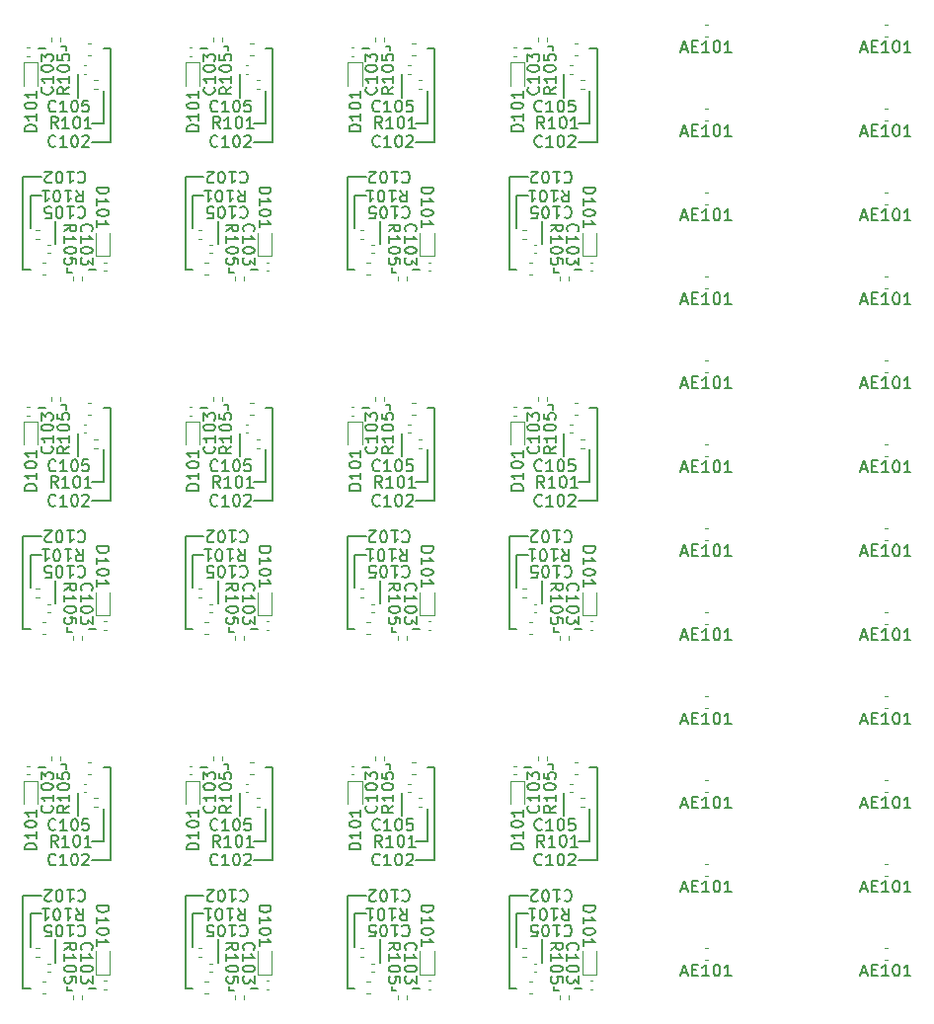
<source format=gto>
G04 #@! TF.GenerationSoftware,KiCad,Pcbnew,9.0.6-9.0.6~ubuntu24.04.1*
G04 #@! TF.CreationDate,2026-01-11T21:02:37+01:00*
G04 #@! TF.ProjectId,panel,70616e65-6c2e-46b6-9963-61645f706362,rev?*
G04 #@! TF.SameCoordinates,Original*
G04 #@! TF.FileFunction,Legend,Top*
G04 #@! TF.FilePolarity,Positive*
%FSLAX46Y46*%
G04 Gerber Fmt 4.6, Leading zero omitted, Abs format (unit mm)*
G04 Created by KiCad (PCBNEW 9.0.6-9.0.6~ubuntu24.04.1) date 2026-01-11 21:02:37*
%MOMM*%
%LPD*%
G01*
G04 APERTURE LIST*
%ADD10C,0.150000*%
%ADD11C,0.120000*%
G04 APERTURE END LIST*
D10*
X50300000Y-40800000D02*
X49700000Y-40800000D01*
X24300000Y-41000000D02*
X24300000Y-40600000D01*
X28100000Y-48800000D02*
X28100000Y-40800000D01*
X54000000Y-29000000D02*
X54600000Y-29000000D01*
X42000000Y-40800000D02*
X41400000Y-40800000D01*
X21200000Y-53400000D02*
X21200000Y-56200000D01*
X22200000Y-84200000D02*
X21200000Y-84200000D01*
X51200000Y-26800000D02*
X51200000Y-24800000D01*
X41400000Y-78000000D02*
X41400000Y-75200000D01*
X24400000Y-29200000D02*
X24800000Y-29200000D01*
X39200000Y-73800000D02*
X39200000Y-75800000D01*
X10500000Y-60000000D02*
X10900000Y-60000000D01*
X40100000Y-29000000D02*
X40700000Y-29000000D01*
X10500000Y-90400000D02*
X10500000Y-90800000D01*
X49000000Y-22600000D02*
X49000000Y-25400000D01*
X10400000Y-71400000D02*
X10000000Y-71400000D01*
X24400000Y-90400000D02*
X24400000Y-90800000D01*
X48400000Y-59800000D02*
X49000000Y-59800000D01*
X9500000Y-88400000D02*
X9500000Y-86400000D01*
X6700000Y-21000000D02*
X6700000Y-29000000D01*
X34500000Y-21000000D02*
X34500000Y-29000000D01*
X54300000Y-47200000D02*
X55300000Y-47200000D01*
X38300000Y-59600000D02*
X38300000Y-60000000D01*
X24400000Y-60000000D02*
X24800000Y-60000000D01*
X55900000Y-40800000D02*
X55300000Y-40800000D01*
X10400000Y-9800000D02*
X10000000Y-9800000D01*
X10500000Y-59600000D02*
X10500000Y-60000000D01*
X54300000Y-79600000D02*
X55900000Y-79600000D01*
X14200000Y-71600000D02*
X13600000Y-71600000D01*
X51200000Y-57600000D02*
X51200000Y-55600000D01*
X49000000Y-84200000D02*
X49000000Y-87000000D01*
X8300000Y-84200000D02*
X7300000Y-84200000D01*
X41400000Y-16400000D02*
X41400000Y-13600000D01*
X8300000Y-21000000D02*
X6700000Y-21000000D01*
X24300000Y-40600000D02*
X23900000Y-40600000D01*
X54300000Y-16400000D02*
X55300000Y-16400000D01*
X27500000Y-16400000D02*
X27500000Y-13600000D01*
X35100000Y-53400000D02*
X35100000Y-56200000D01*
X27500000Y-78000000D02*
X27500000Y-75200000D01*
X8600000Y-40800000D02*
X8000000Y-40800000D01*
X54300000Y-18000000D02*
X55900000Y-18000000D01*
X37300000Y-57600000D02*
X37300000Y-55600000D01*
X12300000Y-90600000D02*
X12900000Y-90600000D01*
X8600000Y-10000000D02*
X8000000Y-10000000D01*
X40400000Y-18000000D02*
X42000000Y-18000000D01*
X26500000Y-79600000D02*
X28100000Y-79600000D01*
X52200000Y-29200000D02*
X52600000Y-29200000D01*
X48400000Y-51800000D02*
X48400000Y-59800000D01*
X26500000Y-47200000D02*
X27500000Y-47200000D01*
X23400000Y-88400000D02*
X23400000Y-86400000D01*
X13600000Y-78000000D02*
X13600000Y-75200000D01*
X51200000Y-88400000D02*
X51200000Y-86400000D01*
X52200000Y-59600000D02*
X52200000Y-60000000D01*
X36100000Y-51800000D02*
X34500000Y-51800000D01*
X14200000Y-79600000D02*
X14200000Y-71600000D01*
X26500000Y-18000000D02*
X28100000Y-18000000D01*
X52100000Y-9800000D02*
X51700000Y-9800000D01*
X48400000Y-90600000D02*
X49000000Y-90600000D01*
X8300000Y-82600000D02*
X6700000Y-82600000D01*
X7300000Y-22600000D02*
X7300000Y-25400000D01*
X10500000Y-90800000D02*
X10900000Y-90800000D01*
X10400000Y-40600000D02*
X10000000Y-40600000D01*
X23400000Y-26800000D02*
X23400000Y-24800000D01*
X39200000Y-43000000D02*
X39200000Y-45000000D01*
X54000000Y-59800000D02*
X54600000Y-59800000D01*
X12600000Y-48800000D02*
X14200000Y-48800000D01*
X55300000Y-78000000D02*
X55300000Y-75200000D01*
X55900000Y-48800000D02*
X55900000Y-40800000D01*
X55300000Y-16400000D02*
X55300000Y-13600000D01*
X38200000Y-10200000D02*
X38200000Y-9800000D01*
X24400000Y-28800000D02*
X24400000Y-29200000D01*
X54300000Y-48800000D02*
X55900000Y-48800000D01*
X53100000Y-12200000D02*
X53100000Y-14200000D01*
X10500000Y-29200000D02*
X10900000Y-29200000D01*
X53100000Y-43000000D02*
X53100000Y-45000000D01*
X12300000Y-29000000D02*
X12900000Y-29000000D01*
X28100000Y-79600000D02*
X28100000Y-71600000D01*
X26500000Y-16400000D02*
X27500000Y-16400000D01*
X36100000Y-82600000D02*
X34500000Y-82600000D01*
X40400000Y-47200000D02*
X41400000Y-47200000D01*
X7300000Y-84200000D02*
X7300000Y-87000000D01*
X41400000Y-47200000D02*
X41400000Y-44400000D01*
X55300000Y-47200000D02*
X55300000Y-44400000D01*
X52100000Y-10200000D02*
X52100000Y-9800000D01*
X36100000Y-21000000D02*
X34500000Y-21000000D01*
X12600000Y-47200000D02*
X13600000Y-47200000D01*
X20600000Y-59800000D02*
X21200000Y-59800000D01*
X22500000Y-40800000D02*
X21900000Y-40800000D01*
X50000000Y-21000000D02*
X48400000Y-21000000D01*
X42000000Y-10000000D02*
X41400000Y-10000000D01*
X11400000Y-12200000D02*
X11400000Y-14200000D01*
X36100000Y-22600000D02*
X35100000Y-22600000D01*
X7300000Y-53400000D02*
X7300000Y-56200000D01*
X40100000Y-90600000D02*
X40700000Y-90600000D01*
X8600000Y-71600000D02*
X8000000Y-71600000D01*
X34500000Y-29000000D02*
X35100000Y-29000000D01*
X22500000Y-71600000D02*
X21900000Y-71600000D01*
X38300000Y-90400000D02*
X38300000Y-90800000D01*
X25300000Y-73800000D02*
X25300000Y-75800000D01*
X20600000Y-82600000D02*
X20600000Y-90600000D01*
X36400000Y-10000000D02*
X35800000Y-10000000D01*
X24300000Y-71800000D02*
X24300000Y-71400000D01*
X24400000Y-90800000D02*
X24800000Y-90800000D01*
X40400000Y-48800000D02*
X42000000Y-48800000D01*
X6700000Y-82600000D02*
X6700000Y-90600000D01*
X34500000Y-90600000D02*
X35100000Y-90600000D01*
X35100000Y-84200000D02*
X35100000Y-87000000D01*
X48400000Y-21000000D02*
X48400000Y-29000000D01*
X24400000Y-59600000D02*
X24400000Y-60000000D01*
X55900000Y-10000000D02*
X55300000Y-10000000D01*
X38200000Y-40600000D02*
X37800000Y-40600000D01*
X8300000Y-53400000D02*
X7300000Y-53400000D01*
X10500000Y-28800000D02*
X10500000Y-29200000D01*
X50000000Y-84200000D02*
X49000000Y-84200000D01*
X20600000Y-51800000D02*
X20600000Y-59800000D01*
X10400000Y-41000000D02*
X10400000Y-40600000D01*
X54300000Y-78000000D02*
X55300000Y-78000000D01*
X6700000Y-90600000D02*
X7300000Y-90600000D01*
X22200000Y-82600000D02*
X20600000Y-82600000D01*
X12600000Y-16400000D02*
X13600000Y-16400000D01*
X34500000Y-59800000D02*
X35100000Y-59800000D01*
X20600000Y-21000000D02*
X20600000Y-29000000D01*
X38300000Y-29200000D02*
X38700000Y-29200000D01*
X22200000Y-22600000D02*
X21200000Y-22600000D01*
X8300000Y-22600000D02*
X7300000Y-22600000D01*
X40400000Y-16400000D02*
X41400000Y-16400000D01*
X52200000Y-90800000D02*
X52600000Y-90800000D01*
X13600000Y-16400000D02*
X13600000Y-13600000D01*
X12300000Y-59800000D02*
X12900000Y-59800000D01*
X52200000Y-90400000D02*
X52200000Y-90800000D01*
X39200000Y-12200000D02*
X39200000Y-14200000D01*
X38200000Y-71800000D02*
X38200000Y-71400000D01*
X49000000Y-53400000D02*
X49000000Y-56200000D01*
X6700000Y-59800000D02*
X7300000Y-59800000D01*
X23400000Y-57600000D02*
X23400000Y-55600000D01*
X34500000Y-82600000D02*
X34500000Y-90600000D01*
X25300000Y-43000000D02*
X25300000Y-45000000D01*
X21200000Y-84200000D02*
X21200000Y-87000000D01*
X40400000Y-78000000D02*
X41400000Y-78000000D01*
X28100000Y-18000000D02*
X28100000Y-10000000D01*
X55900000Y-71600000D02*
X55300000Y-71600000D01*
X14200000Y-40800000D02*
X13600000Y-40800000D01*
X20600000Y-90600000D02*
X21200000Y-90600000D01*
X10400000Y-71800000D02*
X10400000Y-71400000D01*
X54000000Y-90600000D02*
X54600000Y-90600000D01*
X52200000Y-60000000D02*
X52600000Y-60000000D01*
X37300000Y-88400000D02*
X37300000Y-86400000D01*
X55900000Y-79600000D02*
X55900000Y-71600000D01*
X26200000Y-90600000D02*
X26800000Y-90600000D01*
X42000000Y-18000000D02*
X42000000Y-10000000D01*
X55900000Y-18000000D02*
X55900000Y-10000000D01*
X48400000Y-82600000D02*
X48400000Y-90600000D01*
X52100000Y-71400000D02*
X51700000Y-71400000D01*
X11400000Y-43000000D02*
X11400000Y-45000000D01*
X14200000Y-10000000D02*
X13600000Y-10000000D01*
X52200000Y-28800000D02*
X52200000Y-29200000D01*
X26500000Y-48800000D02*
X28100000Y-48800000D01*
X9500000Y-57600000D02*
X9500000Y-55600000D01*
X36100000Y-53400000D02*
X35100000Y-53400000D01*
X38200000Y-41000000D02*
X38200000Y-40600000D01*
X13600000Y-47200000D02*
X13600000Y-44400000D01*
X12600000Y-78000000D02*
X13600000Y-78000000D01*
X6700000Y-51800000D02*
X6700000Y-59800000D01*
X50000000Y-22600000D02*
X49000000Y-22600000D01*
X35100000Y-22600000D02*
X35100000Y-25400000D01*
X37300000Y-26800000D02*
X37300000Y-24800000D01*
X10400000Y-10200000D02*
X10400000Y-9800000D01*
X48400000Y-29000000D02*
X49000000Y-29000000D01*
X6700000Y-29000000D02*
X7300000Y-29000000D01*
X26200000Y-29000000D02*
X26800000Y-29000000D01*
X20600000Y-29000000D02*
X21200000Y-29000000D01*
X38300000Y-28800000D02*
X38300000Y-29200000D01*
X25300000Y-12200000D02*
X25300000Y-14200000D01*
X28100000Y-10000000D02*
X27500000Y-10000000D01*
X36400000Y-71600000D02*
X35800000Y-71600000D01*
X42000000Y-48800000D02*
X42000000Y-40800000D01*
X52100000Y-41000000D02*
X52100000Y-40600000D01*
X26200000Y-59800000D02*
X26800000Y-59800000D01*
X22200000Y-21000000D02*
X20600000Y-21000000D01*
X28100000Y-40800000D02*
X27500000Y-40800000D01*
X40400000Y-79600000D02*
X42000000Y-79600000D01*
X42000000Y-79600000D02*
X42000000Y-71600000D01*
X50000000Y-51800000D02*
X48400000Y-51800000D01*
X50000000Y-53400000D02*
X49000000Y-53400000D01*
X38300000Y-90800000D02*
X38700000Y-90800000D01*
X38300000Y-60000000D02*
X38700000Y-60000000D01*
X50000000Y-82600000D02*
X48400000Y-82600000D01*
X22200000Y-51800000D02*
X20600000Y-51800000D01*
X42000000Y-71600000D02*
X41400000Y-71600000D01*
X36400000Y-40800000D02*
X35800000Y-40800000D01*
X11400000Y-73800000D02*
X11400000Y-75800000D01*
X9500000Y-26800000D02*
X9500000Y-24800000D01*
X22200000Y-53400000D02*
X21200000Y-53400000D01*
X24300000Y-10200000D02*
X24300000Y-9800000D01*
X12600000Y-79600000D02*
X14200000Y-79600000D01*
X21200000Y-22600000D02*
X21200000Y-25400000D01*
X50300000Y-71600000D02*
X49700000Y-71600000D01*
X52100000Y-40600000D02*
X51700000Y-40600000D01*
X36100000Y-84200000D02*
X35100000Y-84200000D01*
X38200000Y-71400000D02*
X37800000Y-71400000D01*
X50300000Y-10000000D02*
X49700000Y-10000000D01*
X53100000Y-73800000D02*
X53100000Y-75800000D01*
X24300000Y-9800000D02*
X23900000Y-9800000D01*
X52100000Y-71800000D02*
X52100000Y-71400000D01*
X14200000Y-48800000D02*
X14200000Y-40800000D01*
X34500000Y-51800000D02*
X34500000Y-59800000D01*
X12600000Y-18000000D02*
X14200000Y-18000000D01*
X38200000Y-9800000D02*
X37800000Y-9800000D01*
X40100000Y-59800000D02*
X40700000Y-59800000D01*
X8300000Y-51800000D02*
X6700000Y-51800000D01*
X22500000Y-10000000D02*
X21900000Y-10000000D01*
X26500000Y-78000000D02*
X27500000Y-78000000D01*
X28100000Y-71600000D02*
X27500000Y-71600000D01*
X14200000Y-18000000D02*
X14200000Y-10000000D01*
X27500000Y-47200000D02*
X27500000Y-44400000D01*
X24300000Y-71400000D02*
X23900000Y-71400000D01*
X38454819Y-13319047D02*
X37978628Y-13652380D01*
X38454819Y-13890475D02*
X37454819Y-13890475D01*
X37454819Y-13890475D02*
X37454819Y-13509523D01*
X37454819Y-13509523D02*
X37502438Y-13414285D01*
X37502438Y-13414285D02*
X37550057Y-13366666D01*
X37550057Y-13366666D02*
X37645295Y-13319047D01*
X37645295Y-13319047D02*
X37788152Y-13319047D01*
X37788152Y-13319047D02*
X37883390Y-13366666D01*
X37883390Y-13366666D02*
X37931009Y-13414285D01*
X37931009Y-13414285D02*
X37978628Y-13509523D01*
X37978628Y-13509523D02*
X37978628Y-13890475D01*
X38454819Y-12366666D02*
X38454819Y-12938094D01*
X38454819Y-12652380D02*
X37454819Y-12652380D01*
X37454819Y-12652380D02*
X37597676Y-12747618D01*
X37597676Y-12747618D02*
X37692914Y-12842856D01*
X37692914Y-12842856D02*
X37740533Y-12938094D01*
X37454819Y-11747618D02*
X37454819Y-11652380D01*
X37454819Y-11652380D02*
X37502438Y-11557142D01*
X37502438Y-11557142D02*
X37550057Y-11509523D01*
X37550057Y-11509523D02*
X37645295Y-11461904D01*
X37645295Y-11461904D02*
X37835771Y-11414285D01*
X37835771Y-11414285D02*
X38073866Y-11414285D01*
X38073866Y-11414285D02*
X38264342Y-11461904D01*
X38264342Y-11461904D02*
X38359580Y-11509523D01*
X38359580Y-11509523D02*
X38407200Y-11557142D01*
X38407200Y-11557142D02*
X38454819Y-11652380D01*
X38454819Y-11652380D02*
X38454819Y-11747618D01*
X38454819Y-11747618D02*
X38407200Y-11842856D01*
X38407200Y-11842856D02*
X38359580Y-11890475D01*
X38359580Y-11890475D02*
X38264342Y-11938094D01*
X38264342Y-11938094D02*
X38073866Y-11985713D01*
X38073866Y-11985713D02*
X37835771Y-11985713D01*
X37835771Y-11985713D02*
X37645295Y-11938094D01*
X37645295Y-11938094D02*
X37550057Y-11890475D01*
X37550057Y-11890475D02*
X37502438Y-11842856D01*
X37502438Y-11842856D02*
X37454819Y-11747618D01*
X37454819Y-10509523D02*
X37454819Y-10985713D01*
X37454819Y-10985713D02*
X37931009Y-11033332D01*
X37931009Y-11033332D02*
X37883390Y-10985713D01*
X37883390Y-10985713D02*
X37835771Y-10890475D01*
X37835771Y-10890475D02*
X37835771Y-10652380D01*
X37835771Y-10652380D02*
X37883390Y-10557142D01*
X37883390Y-10557142D02*
X37931009Y-10509523D01*
X37931009Y-10509523D02*
X38026247Y-10461904D01*
X38026247Y-10461904D02*
X38264342Y-10461904D01*
X38264342Y-10461904D02*
X38359580Y-10509523D01*
X38359580Y-10509523D02*
X38407200Y-10557142D01*
X38407200Y-10557142D02*
X38454819Y-10652380D01*
X38454819Y-10652380D02*
X38454819Y-10890475D01*
X38454819Y-10890475D02*
X38407200Y-10985713D01*
X38407200Y-10985713D02*
X38359580Y-11033332D01*
X11740419Y-87280952D02*
X11692800Y-87233333D01*
X11692800Y-87233333D02*
X11645180Y-87090476D01*
X11645180Y-87090476D02*
X11645180Y-86995238D01*
X11645180Y-86995238D02*
X11692800Y-86852381D01*
X11692800Y-86852381D02*
X11788038Y-86757143D01*
X11788038Y-86757143D02*
X11883276Y-86709524D01*
X11883276Y-86709524D02*
X12073752Y-86661905D01*
X12073752Y-86661905D02*
X12216609Y-86661905D01*
X12216609Y-86661905D02*
X12407085Y-86709524D01*
X12407085Y-86709524D02*
X12502323Y-86757143D01*
X12502323Y-86757143D02*
X12597561Y-86852381D01*
X12597561Y-86852381D02*
X12645180Y-86995238D01*
X12645180Y-86995238D02*
X12645180Y-87090476D01*
X12645180Y-87090476D02*
X12597561Y-87233333D01*
X12597561Y-87233333D02*
X12549942Y-87280952D01*
X11645180Y-88233333D02*
X11645180Y-87661905D01*
X11645180Y-87947619D02*
X12645180Y-87947619D01*
X12645180Y-87947619D02*
X12502323Y-87852381D01*
X12502323Y-87852381D02*
X12407085Y-87757143D01*
X12407085Y-87757143D02*
X12359466Y-87661905D01*
X12645180Y-88852381D02*
X12645180Y-88947619D01*
X12645180Y-88947619D02*
X12597561Y-89042857D01*
X12597561Y-89042857D02*
X12549942Y-89090476D01*
X12549942Y-89090476D02*
X12454704Y-89138095D01*
X12454704Y-89138095D02*
X12264228Y-89185714D01*
X12264228Y-89185714D02*
X12026133Y-89185714D01*
X12026133Y-89185714D02*
X11835657Y-89138095D01*
X11835657Y-89138095D02*
X11740419Y-89090476D01*
X11740419Y-89090476D02*
X11692800Y-89042857D01*
X11692800Y-89042857D02*
X11645180Y-88947619D01*
X11645180Y-88947619D02*
X11645180Y-88852381D01*
X11645180Y-88852381D02*
X11692800Y-88757143D01*
X11692800Y-88757143D02*
X11740419Y-88709524D01*
X11740419Y-88709524D02*
X11835657Y-88661905D01*
X11835657Y-88661905D02*
X12026133Y-88614286D01*
X12026133Y-88614286D02*
X12264228Y-88614286D01*
X12264228Y-88614286D02*
X12454704Y-88661905D01*
X12454704Y-88661905D02*
X12549942Y-88709524D01*
X12549942Y-88709524D02*
X12597561Y-88757143D01*
X12597561Y-88757143D02*
X12645180Y-88852381D01*
X12645180Y-89519048D02*
X12645180Y-90138095D01*
X12645180Y-90138095D02*
X12264228Y-89804762D01*
X12264228Y-89804762D02*
X12264228Y-89947619D01*
X12264228Y-89947619D02*
X12216609Y-90042857D01*
X12216609Y-90042857D02*
X12168990Y-90090476D01*
X12168990Y-90090476D02*
X12073752Y-90138095D01*
X12073752Y-90138095D02*
X11835657Y-90138095D01*
X11835657Y-90138095D02*
X11740419Y-90090476D01*
X11740419Y-90090476D02*
X11692800Y-90042857D01*
X11692800Y-90042857D02*
X11645180Y-89947619D01*
X11645180Y-89947619D02*
X11645180Y-89661905D01*
X11645180Y-89661905D02*
X11692800Y-89566667D01*
X11692800Y-89566667D02*
X11740419Y-89519048D01*
X63180952Y-82049104D02*
X63657142Y-82049104D01*
X63085714Y-82334819D02*
X63419047Y-81334819D01*
X63419047Y-81334819D02*
X63752380Y-82334819D01*
X64085714Y-81811009D02*
X64419047Y-81811009D01*
X64561904Y-82334819D02*
X64085714Y-82334819D01*
X64085714Y-82334819D02*
X64085714Y-81334819D01*
X64085714Y-81334819D02*
X64561904Y-81334819D01*
X65514285Y-82334819D02*
X64942857Y-82334819D01*
X65228571Y-82334819D02*
X65228571Y-81334819D01*
X65228571Y-81334819D02*
X65133333Y-81477676D01*
X65133333Y-81477676D02*
X65038095Y-81572914D01*
X65038095Y-81572914D02*
X64942857Y-81620533D01*
X66133333Y-81334819D02*
X66228571Y-81334819D01*
X66228571Y-81334819D02*
X66323809Y-81382438D01*
X66323809Y-81382438D02*
X66371428Y-81430057D01*
X66371428Y-81430057D02*
X66419047Y-81525295D01*
X66419047Y-81525295D02*
X66466666Y-81715771D01*
X66466666Y-81715771D02*
X66466666Y-81953866D01*
X66466666Y-81953866D02*
X66419047Y-82144342D01*
X66419047Y-82144342D02*
X66371428Y-82239580D01*
X66371428Y-82239580D02*
X66323809Y-82287200D01*
X66323809Y-82287200D02*
X66228571Y-82334819D01*
X66228571Y-82334819D02*
X66133333Y-82334819D01*
X66133333Y-82334819D02*
X66038095Y-82287200D01*
X66038095Y-82287200D02*
X65990476Y-82239580D01*
X65990476Y-82239580D02*
X65942857Y-82144342D01*
X65942857Y-82144342D02*
X65895238Y-81953866D01*
X65895238Y-81953866D02*
X65895238Y-81715771D01*
X65895238Y-81715771D02*
X65942857Y-81525295D01*
X65942857Y-81525295D02*
X65990476Y-81430057D01*
X65990476Y-81430057D02*
X66038095Y-81382438D01*
X66038095Y-81382438D02*
X66133333Y-81334819D01*
X67419047Y-82334819D02*
X66847619Y-82334819D01*
X67133333Y-82334819D02*
X67133333Y-81334819D01*
X67133333Y-81334819D02*
X67038095Y-81477676D01*
X67038095Y-81477676D02*
X66942857Y-81572914D01*
X66942857Y-81572914D02*
X66847619Y-81620533D01*
X63180952Y-46049104D02*
X63657142Y-46049104D01*
X63085714Y-46334819D02*
X63419047Y-45334819D01*
X63419047Y-45334819D02*
X63752380Y-46334819D01*
X64085714Y-45811009D02*
X64419047Y-45811009D01*
X64561904Y-46334819D02*
X64085714Y-46334819D01*
X64085714Y-46334819D02*
X64085714Y-45334819D01*
X64085714Y-45334819D02*
X64561904Y-45334819D01*
X65514285Y-46334819D02*
X64942857Y-46334819D01*
X65228571Y-46334819D02*
X65228571Y-45334819D01*
X65228571Y-45334819D02*
X65133333Y-45477676D01*
X65133333Y-45477676D02*
X65038095Y-45572914D01*
X65038095Y-45572914D02*
X64942857Y-45620533D01*
X66133333Y-45334819D02*
X66228571Y-45334819D01*
X66228571Y-45334819D02*
X66323809Y-45382438D01*
X66323809Y-45382438D02*
X66371428Y-45430057D01*
X66371428Y-45430057D02*
X66419047Y-45525295D01*
X66419047Y-45525295D02*
X66466666Y-45715771D01*
X66466666Y-45715771D02*
X66466666Y-45953866D01*
X66466666Y-45953866D02*
X66419047Y-46144342D01*
X66419047Y-46144342D02*
X66371428Y-46239580D01*
X66371428Y-46239580D02*
X66323809Y-46287200D01*
X66323809Y-46287200D02*
X66228571Y-46334819D01*
X66228571Y-46334819D02*
X66133333Y-46334819D01*
X66133333Y-46334819D02*
X66038095Y-46287200D01*
X66038095Y-46287200D02*
X65990476Y-46239580D01*
X65990476Y-46239580D02*
X65942857Y-46144342D01*
X65942857Y-46144342D02*
X65895238Y-45953866D01*
X65895238Y-45953866D02*
X65895238Y-45715771D01*
X65895238Y-45715771D02*
X65942857Y-45525295D01*
X65942857Y-45525295D02*
X65990476Y-45430057D01*
X65990476Y-45430057D02*
X66038095Y-45382438D01*
X66038095Y-45382438D02*
X66133333Y-45334819D01*
X67419047Y-46334819D02*
X66847619Y-46334819D01*
X67133333Y-46334819D02*
X67133333Y-45334819D01*
X67133333Y-45334819D02*
X67038095Y-45477676D01*
X67038095Y-45477676D02*
X66942857Y-45572914D01*
X66942857Y-45572914D02*
X66847619Y-45620533D01*
X9159580Y-13319047D02*
X9207200Y-13366666D01*
X9207200Y-13366666D02*
X9254819Y-13509523D01*
X9254819Y-13509523D02*
X9254819Y-13604761D01*
X9254819Y-13604761D02*
X9207200Y-13747618D01*
X9207200Y-13747618D02*
X9111961Y-13842856D01*
X9111961Y-13842856D02*
X9016723Y-13890475D01*
X9016723Y-13890475D02*
X8826247Y-13938094D01*
X8826247Y-13938094D02*
X8683390Y-13938094D01*
X8683390Y-13938094D02*
X8492914Y-13890475D01*
X8492914Y-13890475D02*
X8397676Y-13842856D01*
X8397676Y-13842856D02*
X8302438Y-13747618D01*
X8302438Y-13747618D02*
X8254819Y-13604761D01*
X8254819Y-13604761D02*
X8254819Y-13509523D01*
X8254819Y-13509523D02*
X8302438Y-13366666D01*
X8302438Y-13366666D02*
X8350057Y-13319047D01*
X9254819Y-12366666D02*
X9254819Y-12938094D01*
X9254819Y-12652380D02*
X8254819Y-12652380D01*
X8254819Y-12652380D02*
X8397676Y-12747618D01*
X8397676Y-12747618D02*
X8492914Y-12842856D01*
X8492914Y-12842856D02*
X8540533Y-12938094D01*
X8254819Y-11747618D02*
X8254819Y-11652380D01*
X8254819Y-11652380D02*
X8302438Y-11557142D01*
X8302438Y-11557142D02*
X8350057Y-11509523D01*
X8350057Y-11509523D02*
X8445295Y-11461904D01*
X8445295Y-11461904D02*
X8635771Y-11414285D01*
X8635771Y-11414285D02*
X8873866Y-11414285D01*
X8873866Y-11414285D02*
X9064342Y-11461904D01*
X9064342Y-11461904D02*
X9159580Y-11509523D01*
X9159580Y-11509523D02*
X9207200Y-11557142D01*
X9207200Y-11557142D02*
X9254819Y-11652380D01*
X9254819Y-11652380D02*
X9254819Y-11747618D01*
X9254819Y-11747618D02*
X9207200Y-11842856D01*
X9207200Y-11842856D02*
X9159580Y-11890475D01*
X9159580Y-11890475D02*
X9064342Y-11938094D01*
X9064342Y-11938094D02*
X8873866Y-11985713D01*
X8873866Y-11985713D02*
X8635771Y-11985713D01*
X8635771Y-11985713D02*
X8445295Y-11938094D01*
X8445295Y-11938094D02*
X8350057Y-11890475D01*
X8350057Y-11890475D02*
X8302438Y-11842856D01*
X8302438Y-11842856D02*
X8254819Y-11747618D01*
X8254819Y-11080951D02*
X8254819Y-10461904D01*
X8254819Y-10461904D02*
X8635771Y-10795237D01*
X8635771Y-10795237D02*
X8635771Y-10652380D01*
X8635771Y-10652380D02*
X8683390Y-10557142D01*
X8683390Y-10557142D02*
X8731009Y-10509523D01*
X8731009Y-10509523D02*
X8826247Y-10461904D01*
X8826247Y-10461904D02*
X9064342Y-10461904D01*
X9064342Y-10461904D02*
X9159580Y-10509523D01*
X9159580Y-10509523D02*
X9207200Y-10557142D01*
X9207200Y-10557142D02*
X9254819Y-10652380D01*
X9254819Y-10652380D02*
X9254819Y-10938094D01*
X9254819Y-10938094D02*
X9207200Y-11033332D01*
X9207200Y-11033332D02*
X9159580Y-11080951D01*
X9480952Y-49159580D02*
X9433333Y-49207200D01*
X9433333Y-49207200D02*
X9290476Y-49254819D01*
X9290476Y-49254819D02*
X9195238Y-49254819D01*
X9195238Y-49254819D02*
X9052381Y-49207200D01*
X9052381Y-49207200D02*
X8957143Y-49111961D01*
X8957143Y-49111961D02*
X8909524Y-49016723D01*
X8909524Y-49016723D02*
X8861905Y-48826247D01*
X8861905Y-48826247D02*
X8861905Y-48683390D01*
X8861905Y-48683390D02*
X8909524Y-48492914D01*
X8909524Y-48492914D02*
X8957143Y-48397676D01*
X8957143Y-48397676D02*
X9052381Y-48302438D01*
X9052381Y-48302438D02*
X9195238Y-48254819D01*
X9195238Y-48254819D02*
X9290476Y-48254819D01*
X9290476Y-48254819D02*
X9433333Y-48302438D01*
X9433333Y-48302438D02*
X9480952Y-48350057D01*
X10433333Y-49254819D02*
X9861905Y-49254819D01*
X10147619Y-49254819D02*
X10147619Y-48254819D01*
X10147619Y-48254819D02*
X10052381Y-48397676D01*
X10052381Y-48397676D02*
X9957143Y-48492914D01*
X9957143Y-48492914D02*
X9861905Y-48540533D01*
X11052381Y-48254819D02*
X11147619Y-48254819D01*
X11147619Y-48254819D02*
X11242857Y-48302438D01*
X11242857Y-48302438D02*
X11290476Y-48350057D01*
X11290476Y-48350057D02*
X11338095Y-48445295D01*
X11338095Y-48445295D02*
X11385714Y-48635771D01*
X11385714Y-48635771D02*
X11385714Y-48873866D01*
X11385714Y-48873866D02*
X11338095Y-49064342D01*
X11338095Y-49064342D02*
X11290476Y-49159580D01*
X11290476Y-49159580D02*
X11242857Y-49207200D01*
X11242857Y-49207200D02*
X11147619Y-49254819D01*
X11147619Y-49254819D02*
X11052381Y-49254819D01*
X11052381Y-49254819D02*
X10957143Y-49207200D01*
X10957143Y-49207200D02*
X10909524Y-49159580D01*
X10909524Y-49159580D02*
X10861905Y-49064342D01*
X10861905Y-49064342D02*
X10814286Y-48873866D01*
X10814286Y-48873866D02*
X10814286Y-48635771D01*
X10814286Y-48635771D02*
X10861905Y-48445295D01*
X10861905Y-48445295D02*
X10909524Y-48350057D01*
X10909524Y-48350057D02*
X10957143Y-48302438D01*
X10957143Y-48302438D02*
X11052381Y-48254819D01*
X11766667Y-48350057D02*
X11814286Y-48302438D01*
X11814286Y-48302438D02*
X11909524Y-48254819D01*
X11909524Y-48254819D02*
X12147619Y-48254819D01*
X12147619Y-48254819D02*
X12242857Y-48302438D01*
X12242857Y-48302438D02*
X12290476Y-48350057D01*
X12290476Y-48350057D02*
X12338095Y-48445295D01*
X12338095Y-48445295D02*
X12338095Y-48540533D01*
X12338095Y-48540533D02*
X12290476Y-48683390D01*
X12290476Y-48683390D02*
X11719048Y-49254819D01*
X11719048Y-49254819D02*
X12338095Y-49254819D01*
X39219047Y-82240419D02*
X39266666Y-82192800D01*
X39266666Y-82192800D02*
X39409523Y-82145180D01*
X39409523Y-82145180D02*
X39504761Y-82145180D01*
X39504761Y-82145180D02*
X39647618Y-82192800D01*
X39647618Y-82192800D02*
X39742856Y-82288038D01*
X39742856Y-82288038D02*
X39790475Y-82383276D01*
X39790475Y-82383276D02*
X39838094Y-82573752D01*
X39838094Y-82573752D02*
X39838094Y-82716609D01*
X39838094Y-82716609D02*
X39790475Y-82907085D01*
X39790475Y-82907085D02*
X39742856Y-83002323D01*
X39742856Y-83002323D02*
X39647618Y-83097561D01*
X39647618Y-83097561D02*
X39504761Y-83145180D01*
X39504761Y-83145180D02*
X39409523Y-83145180D01*
X39409523Y-83145180D02*
X39266666Y-83097561D01*
X39266666Y-83097561D02*
X39219047Y-83049942D01*
X38266666Y-82145180D02*
X38838094Y-82145180D01*
X38552380Y-82145180D02*
X38552380Y-83145180D01*
X38552380Y-83145180D02*
X38647618Y-83002323D01*
X38647618Y-83002323D02*
X38742856Y-82907085D01*
X38742856Y-82907085D02*
X38838094Y-82859466D01*
X37647618Y-83145180D02*
X37552380Y-83145180D01*
X37552380Y-83145180D02*
X37457142Y-83097561D01*
X37457142Y-83097561D02*
X37409523Y-83049942D01*
X37409523Y-83049942D02*
X37361904Y-82954704D01*
X37361904Y-82954704D02*
X37314285Y-82764228D01*
X37314285Y-82764228D02*
X37314285Y-82526133D01*
X37314285Y-82526133D02*
X37361904Y-82335657D01*
X37361904Y-82335657D02*
X37409523Y-82240419D01*
X37409523Y-82240419D02*
X37457142Y-82192800D01*
X37457142Y-82192800D02*
X37552380Y-82145180D01*
X37552380Y-82145180D02*
X37647618Y-82145180D01*
X37647618Y-82145180D02*
X37742856Y-82192800D01*
X37742856Y-82192800D02*
X37790475Y-82240419D01*
X37790475Y-82240419D02*
X37838094Y-82335657D01*
X37838094Y-82335657D02*
X37885713Y-82526133D01*
X37885713Y-82526133D02*
X37885713Y-82764228D01*
X37885713Y-82764228D02*
X37838094Y-82954704D01*
X37838094Y-82954704D02*
X37790475Y-83049942D01*
X37790475Y-83049942D02*
X37742856Y-83097561D01*
X37742856Y-83097561D02*
X37647618Y-83145180D01*
X36933332Y-83049942D02*
X36885713Y-83097561D01*
X36885713Y-83097561D02*
X36790475Y-83145180D01*
X36790475Y-83145180D02*
X36552380Y-83145180D01*
X36552380Y-83145180D02*
X36457142Y-83097561D01*
X36457142Y-83097561D02*
X36409523Y-83049942D01*
X36409523Y-83049942D02*
X36361904Y-82954704D01*
X36361904Y-82954704D02*
X36361904Y-82859466D01*
X36361904Y-82859466D02*
X36409523Y-82716609D01*
X36409523Y-82716609D02*
X36980951Y-82145180D01*
X36980951Y-82145180D02*
X36361904Y-82145180D01*
X9680952Y-78454819D02*
X9347619Y-77978628D01*
X9109524Y-78454819D02*
X9109524Y-77454819D01*
X9109524Y-77454819D02*
X9490476Y-77454819D01*
X9490476Y-77454819D02*
X9585714Y-77502438D01*
X9585714Y-77502438D02*
X9633333Y-77550057D01*
X9633333Y-77550057D02*
X9680952Y-77645295D01*
X9680952Y-77645295D02*
X9680952Y-77788152D01*
X9680952Y-77788152D02*
X9633333Y-77883390D01*
X9633333Y-77883390D02*
X9585714Y-77931009D01*
X9585714Y-77931009D02*
X9490476Y-77978628D01*
X9490476Y-77978628D02*
X9109524Y-77978628D01*
X10633333Y-78454819D02*
X10061905Y-78454819D01*
X10347619Y-78454819D02*
X10347619Y-77454819D01*
X10347619Y-77454819D02*
X10252381Y-77597676D01*
X10252381Y-77597676D02*
X10157143Y-77692914D01*
X10157143Y-77692914D02*
X10061905Y-77740533D01*
X11252381Y-77454819D02*
X11347619Y-77454819D01*
X11347619Y-77454819D02*
X11442857Y-77502438D01*
X11442857Y-77502438D02*
X11490476Y-77550057D01*
X11490476Y-77550057D02*
X11538095Y-77645295D01*
X11538095Y-77645295D02*
X11585714Y-77835771D01*
X11585714Y-77835771D02*
X11585714Y-78073866D01*
X11585714Y-78073866D02*
X11538095Y-78264342D01*
X11538095Y-78264342D02*
X11490476Y-78359580D01*
X11490476Y-78359580D02*
X11442857Y-78407200D01*
X11442857Y-78407200D02*
X11347619Y-78454819D01*
X11347619Y-78454819D02*
X11252381Y-78454819D01*
X11252381Y-78454819D02*
X11157143Y-78407200D01*
X11157143Y-78407200D02*
X11109524Y-78359580D01*
X11109524Y-78359580D02*
X11061905Y-78264342D01*
X11061905Y-78264342D02*
X11014286Y-78073866D01*
X11014286Y-78073866D02*
X11014286Y-77835771D01*
X11014286Y-77835771D02*
X11061905Y-77645295D01*
X11061905Y-77645295D02*
X11109524Y-77550057D01*
X11109524Y-77550057D02*
X11157143Y-77502438D01*
X11157143Y-77502438D02*
X11252381Y-77454819D01*
X12538095Y-78454819D02*
X11966667Y-78454819D01*
X12252381Y-78454819D02*
X12252381Y-77454819D01*
X12252381Y-77454819D02*
X12157143Y-77597676D01*
X12157143Y-77597676D02*
X12061905Y-77692914D01*
X12061905Y-77692914D02*
X11966667Y-77740533D01*
X25640419Y-87280952D02*
X25592800Y-87233333D01*
X25592800Y-87233333D02*
X25545180Y-87090476D01*
X25545180Y-87090476D02*
X25545180Y-86995238D01*
X25545180Y-86995238D02*
X25592800Y-86852381D01*
X25592800Y-86852381D02*
X25688038Y-86757143D01*
X25688038Y-86757143D02*
X25783276Y-86709524D01*
X25783276Y-86709524D02*
X25973752Y-86661905D01*
X25973752Y-86661905D02*
X26116609Y-86661905D01*
X26116609Y-86661905D02*
X26307085Y-86709524D01*
X26307085Y-86709524D02*
X26402323Y-86757143D01*
X26402323Y-86757143D02*
X26497561Y-86852381D01*
X26497561Y-86852381D02*
X26545180Y-86995238D01*
X26545180Y-86995238D02*
X26545180Y-87090476D01*
X26545180Y-87090476D02*
X26497561Y-87233333D01*
X26497561Y-87233333D02*
X26449942Y-87280952D01*
X25545180Y-88233333D02*
X25545180Y-87661905D01*
X25545180Y-87947619D02*
X26545180Y-87947619D01*
X26545180Y-87947619D02*
X26402323Y-87852381D01*
X26402323Y-87852381D02*
X26307085Y-87757143D01*
X26307085Y-87757143D02*
X26259466Y-87661905D01*
X26545180Y-88852381D02*
X26545180Y-88947619D01*
X26545180Y-88947619D02*
X26497561Y-89042857D01*
X26497561Y-89042857D02*
X26449942Y-89090476D01*
X26449942Y-89090476D02*
X26354704Y-89138095D01*
X26354704Y-89138095D02*
X26164228Y-89185714D01*
X26164228Y-89185714D02*
X25926133Y-89185714D01*
X25926133Y-89185714D02*
X25735657Y-89138095D01*
X25735657Y-89138095D02*
X25640419Y-89090476D01*
X25640419Y-89090476D02*
X25592800Y-89042857D01*
X25592800Y-89042857D02*
X25545180Y-88947619D01*
X25545180Y-88947619D02*
X25545180Y-88852381D01*
X25545180Y-88852381D02*
X25592800Y-88757143D01*
X25592800Y-88757143D02*
X25640419Y-88709524D01*
X25640419Y-88709524D02*
X25735657Y-88661905D01*
X25735657Y-88661905D02*
X25926133Y-88614286D01*
X25926133Y-88614286D02*
X26164228Y-88614286D01*
X26164228Y-88614286D02*
X26354704Y-88661905D01*
X26354704Y-88661905D02*
X26449942Y-88709524D01*
X26449942Y-88709524D02*
X26497561Y-88757143D01*
X26497561Y-88757143D02*
X26545180Y-88852381D01*
X26545180Y-89519048D02*
X26545180Y-90138095D01*
X26545180Y-90138095D02*
X26164228Y-89804762D01*
X26164228Y-89804762D02*
X26164228Y-89947619D01*
X26164228Y-89947619D02*
X26116609Y-90042857D01*
X26116609Y-90042857D02*
X26068990Y-90090476D01*
X26068990Y-90090476D02*
X25973752Y-90138095D01*
X25973752Y-90138095D02*
X25735657Y-90138095D01*
X25735657Y-90138095D02*
X25640419Y-90090476D01*
X25640419Y-90090476D02*
X25592800Y-90042857D01*
X25592800Y-90042857D02*
X25545180Y-89947619D01*
X25545180Y-89947619D02*
X25545180Y-89661905D01*
X25545180Y-89661905D02*
X25592800Y-89566667D01*
X25592800Y-89566667D02*
X25640419Y-89519048D01*
X9680952Y-47654819D02*
X9347619Y-47178628D01*
X9109524Y-47654819D02*
X9109524Y-46654819D01*
X9109524Y-46654819D02*
X9490476Y-46654819D01*
X9490476Y-46654819D02*
X9585714Y-46702438D01*
X9585714Y-46702438D02*
X9633333Y-46750057D01*
X9633333Y-46750057D02*
X9680952Y-46845295D01*
X9680952Y-46845295D02*
X9680952Y-46988152D01*
X9680952Y-46988152D02*
X9633333Y-47083390D01*
X9633333Y-47083390D02*
X9585714Y-47131009D01*
X9585714Y-47131009D02*
X9490476Y-47178628D01*
X9490476Y-47178628D02*
X9109524Y-47178628D01*
X10633333Y-47654819D02*
X10061905Y-47654819D01*
X10347619Y-47654819D02*
X10347619Y-46654819D01*
X10347619Y-46654819D02*
X10252381Y-46797676D01*
X10252381Y-46797676D02*
X10157143Y-46892914D01*
X10157143Y-46892914D02*
X10061905Y-46940533D01*
X11252381Y-46654819D02*
X11347619Y-46654819D01*
X11347619Y-46654819D02*
X11442857Y-46702438D01*
X11442857Y-46702438D02*
X11490476Y-46750057D01*
X11490476Y-46750057D02*
X11538095Y-46845295D01*
X11538095Y-46845295D02*
X11585714Y-47035771D01*
X11585714Y-47035771D02*
X11585714Y-47273866D01*
X11585714Y-47273866D02*
X11538095Y-47464342D01*
X11538095Y-47464342D02*
X11490476Y-47559580D01*
X11490476Y-47559580D02*
X11442857Y-47607200D01*
X11442857Y-47607200D02*
X11347619Y-47654819D01*
X11347619Y-47654819D02*
X11252381Y-47654819D01*
X11252381Y-47654819D02*
X11157143Y-47607200D01*
X11157143Y-47607200D02*
X11109524Y-47559580D01*
X11109524Y-47559580D02*
X11061905Y-47464342D01*
X11061905Y-47464342D02*
X11014286Y-47273866D01*
X11014286Y-47273866D02*
X11014286Y-47035771D01*
X11014286Y-47035771D02*
X11061905Y-46845295D01*
X11061905Y-46845295D02*
X11109524Y-46750057D01*
X11109524Y-46750057D02*
X11157143Y-46702438D01*
X11157143Y-46702438D02*
X11252381Y-46654819D01*
X12538095Y-47654819D02*
X11966667Y-47654819D01*
X12252381Y-47654819D02*
X12252381Y-46654819D01*
X12252381Y-46654819D02*
X12157143Y-46797676D01*
X12157143Y-46797676D02*
X12061905Y-46892914D01*
X12061905Y-46892914D02*
X11966667Y-46940533D01*
X37280952Y-18359580D02*
X37233333Y-18407200D01*
X37233333Y-18407200D02*
X37090476Y-18454819D01*
X37090476Y-18454819D02*
X36995238Y-18454819D01*
X36995238Y-18454819D02*
X36852381Y-18407200D01*
X36852381Y-18407200D02*
X36757143Y-18311961D01*
X36757143Y-18311961D02*
X36709524Y-18216723D01*
X36709524Y-18216723D02*
X36661905Y-18026247D01*
X36661905Y-18026247D02*
X36661905Y-17883390D01*
X36661905Y-17883390D02*
X36709524Y-17692914D01*
X36709524Y-17692914D02*
X36757143Y-17597676D01*
X36757143Y-17597676D02*
X36852381Y-17502438D01*
X36852381Y-17502438D02*
X36995238Y-17454819D01*
X36995238Y-17454819D02*
X37090476Y-17454819D01*
X37090476Y-17454819D02*
X37233333Y-17502438D01*
X37233333Y-17502438D02*
X37280952Y-17550057D01*
X38233333Y-18454819D02*
X37661905Y-18454819D01*
X37947619Y-18454819D02*
X37947619Y-17454819D01*
X37947619Y-17454819D02*
X37852381Y-17597676D01*
X37852381Y-17597676D02*
X37757143Y-17692914D01*
X37757143Y-17692914D02*
X37661905Y-17740533D01*
X38852381Y-17454819D02*
X38947619Y-17454819D01*
X38947619Y-17454819D02*
X39042857Y-17502438D01*
X39042857Y-17502438D02*
X39090476Y-17550057D01*
X39090476Y-17550057D02*
X39138095Y-17645295D01*
X39138095Y-17645295D02*
X39185714Y-17835771D01*
X39185714Y-17835771D02*
X39185714Y-18073866D01*
X39185714Y-18073866D02*
X39138095Y-18264342D01*
X39138095Y-18264342D02*
X39090476Y-18359580D01*
X39090476Y-18359580D02*
X39042857Y-18407200D01*
X39042857Y-18407200D02*
X38947619Y-18454819D01*
X38947619Y-18454819D02*
X38852381Y-18454819D01*
X38852381Y-18454819D02*
X38757143Y-18407200D01*
X38757143Y-18407200D02*
X38709524Y-18359580D01*
X38709524Y-18359580D02*
X38661905Y-18264342D01*
X38661905Y-18264342D02*
X38614286Y-18073866D01*
X38614286Y-18073866D02*
X38614286Y-17835771D01*
X38614286Y-17835771D02*
X38661905Y-17645295D01*
X38661905Y-17645295D02*
X38709524Y-17550057D01*
X38709524Y-17550057D02*
X38757143Y-17502438D01*
X38757143Y-17502438D02*
X38852381Y-17454819D01*
X39566667Y-17550057D02*
X39614286Y-17502438D01*
X39614286Y-17502438D02*
X39709524Y-17454819D01*
X39709524Y-17454819D02*
X39947619Y-17454819D01*
X39947619Y-17454819D02*
X40042857Y-17502438D01*
X40042857Y-17502438D02*
X40090476Y-17550057D01*
X40090476Y-17550057D02*
X40138095Y-17645295D01*
X40138095Y-17645295D02*
X40138095Y-17740533D01*
X40138095Y-17740533D02*
X40090476Y-17883390D01*
X40090476Y-17883390D02*
X39519048Y-18454819D01*
X39519048Y-18454819D02*
X40138095Y-18454819D01*
X37280952Y-46159580D02*
X37233333Y-46207200D01*
X37233333Y-46207200D02*
X37090476Y-46254819D01*
X37090476Y-46254819D02*
X36995238Y-46254819D01*
X36995238Y-46254819D02*
X36852381Y-46207200D01*
X36852381Y-46207200D02*
X36757143Y-46111961D01*
X36757143Y-46111961D02*
X36709524Y-46016723D01*
X36709524Y-46016723D02*
X36661905Y-45826247D01*
X36661905Y-45826247D02*
X36661905Y-45683390D01*
X36661905Y-45683390D02*
X36709524Y-45492914D01*
X36709524Y-45492914D02*
X36757143Y-45397676D01*
X36757143Y-45397676D02*
X36852381Y-45302438D01*
X36852381Y-45302438D02*
X36995238Y-45254819D01*
X36995238Y-45254819D02*
X37090476Y-45254819D01*
X37090476Y-45254819D02*
X37233333Y-45302438D01*
X37233333Y-45302438D02*
X37280952Y-45350057D01*
X38233333Y-46254819D02*
X37661905Y-46254819D01*
X37947619Y-46254819D02*
X37947619Y-45254819D01*
X37947619Y-45254819D02*
X37852381Y-45397676D01*
X37852381Y-45397676D02*
X37757143Y-45492914D01*
X37757143Y-45492914D02*
X37661905Y-45540533D01*
X38852381Y-45254819D02*
X38947619Y-45254819D01*
X38947619Y-45254819D02*
X39042857Y-45302438D01*
X39042857Y-45302438D02*
X39090476Y-45350057D01*
X39090476Y-45350057D02*
X39138095Y-45445295D01*
X39138095Y-45445295D02*
X39185714Y-45635771D01*
X39185714Y-45635771D02*
X39185714Y-45873866D01*
X39185714Y-45873866D02*
X39138095Y-46064342D01*
X39138095Y-46064342D02*
X39090476Y-46159580D01*
X39090476Y-46159580D02*
X39042857Y-46207200D01*
X39042857Y-46207200D02*
X38947619Y-46254819D01*
X38947619Y-46254819D02*
X38852381Y-46254819D01*
X38852381Y-46254819D02*
X38757143Y-46207200D01*
X38757143Y-46207200D02*
X38709524Y-46159580D01*
X38709524Y-46159580D02*
X38661905Y-46064342D01*
X38661905Y-46064342D02*
X38614286Y-45873866D01*
X38614286Y-45873866D02*
X38614286Y-45635771D01*
X38614286Y-45635771D02*
X38661905Y-45445295D01*
X38661905Y-45445295D02*
X38709524Y-45350057D01*
X38709524Y-45350057D02*
X38757143Y-45302438D01*
X38757143Y-45302438D02*
X38852381Y-45254819D01*
X40090476Y-45254819D02*
X39614286Y-45254819D01*
X39614286Y-45254819D02*
X39566667Y-45731009D01*
X39566667Y-45731009D02*
X39614286Y-45683390D01*
X39614286Y-45683390D02*
X39709524Y-45635771D01*
X39709524Y-45635771D02*
X39947619Y-45635771D01*
X39947619Y-45635771D02*
X40042857Y-45683390D01*
X40042857Y-45683390D02*
X40090476Y-45731009D01*
X40090476Y-45731009D02*
X40138095Y-45826247D01*
X40138095Y-45826247D02*
X40138095Y-46064342D01*
X40138095Y-46064342D02*
X40090476Y-46159580D01*
X40090476Y-46159580D02*
X40042857Y-46207200D01*
X40042857Y-46207200D02*
X39947619Y-46254819D01*
X39947619Y-46254819D02*
X39709524Y-46254819D01*
X39709524Y-46254819D02*
X39614286Y-46207200D01*
X39614286Y-46207200D02*
X39566667Y-46159580D01*
X51180952Y-15359580D02*
X51133333Y-15407200D01*
X51133333Y-15407200D02*
X50990476Y-15454819D01*
X50990476Y-15454819D02*
X50895238Y-15454819D01*
X50895238Y-15454819D02*
X50752381Y-15407200D01*
X50752381Y-15407200D02*
X50657143Y-15311961D01*
X50657143Y-15311961D02*
X50609524Y-15216723D01*
X50609524Y-15216723D02*
X50561905Y-15026247D01*
X50561905Y-15026247D02*
X50561905Y-14883390D01*
X50561905Y-14883390D02*
X50609524Y-14692914D01*
X50609524Y-14692914D02*
X50657143Y-14597676D01*
X50657143Y-14597676D02*
X50752381Y-14502438D01*
X50752381Y-14502438D02*
X50895238Y-14454819D01*
X50895238Y-14454819D02*
X50990476Y-14454819D01*
X50990476Y-14454819D02*
X51133333Y-14502438D01*
X51133333Y-14502438D02*
X51180952Y-14550057D01*
X52133333Y-15454819D02*
X51561905Y-15454819D01*
X51847619Y-15454819D02*
X51847619Y-14454819D01*
X51847619Y-14454819D02*
X51752381Y-14597676D01*
X51752381Y-14597676D02*
X51657143Y-14692914D01*
X51657143Y-14692914D02*
X51561905Y-14740533D01*
X52752381Y-14454819D02*
X52847619Y-14454819D01*
X52847619Y-14454819D02*
X52942857Y-14502438D01*
X52942857Y-14502438D02*
X52990476Y-14550057D01*
X52990476Y-14550057D02*
X53038095Y-14645295D01*
X53038095Y-14645295D02*
X53085714Y-14835771D01*
X53085714Y-14835771D02*
X53085714Y-15073866D01*
X53085714Y-15073866D02*
X53038095Y-15264342D01*
X53038095Y-15264342D02*
X52990476Y-15359580D01*
X52990476Y-15359580D02*
X52942857Y-15407200D01*
X52942857Y-15407200D02*
X52847619Y-15454819D01*
X52847619Y-15454819D02*
X52752381Y-15454819D01*
X52752381Y-15454819D02*
X52657143Y-15407200D01*
X52657143Y-15407200D02*
X52609524Y-15359580D01*
X52609524Y-15359580D02*
X52561905Y-15264342D01*
X52561905Y-15264342D02*
X52514286Y-15073866D01*
X52514286Y-15073866D02*
X52514286Y-14835771D01*
X52514286Y-14835771D02*
X52561905Y-14645295D01*
X52561905Y-14645295D02*
X52609524Y-14550057D01*
X52609524Y-14550057D02*
X52657143Y-14502438D01*
X52657143Y-14502438D02*
X52752381Y-14454819D01*
X53990476Y-14454819D02*
X53514286Y-14454819D01*
X53514286Y-14454819D02*
X53466667Y-14931009D01*
X53466667Y-14931009D02*
X53514286Y-14883390D01*
X53514286Y-14883390D02*
X53609524Y-14835771D01*
X53609524Y-14835771D02*
X53847619Y-14835771D01*
X53847619Y-14835771D02*
X53942857Y-14883390D01*
X53942857Y-14883390D02*
X53990476Y-14931009D01*
X53990476Y-14931009D02*
X54038095Y-15026247D01*
X54038095Y-15026247D02*
X54038095Y-15264342D01*
X54038095Y-15264342D02*
X53990476Y-15359580D01*
X53990476Y-15359580D02*
X53942857Y-15407200D01*
X53942857Y-15407200D02*
X53847619Y-15454819D01*
X53847619Y-15454819D02*
X53609524Y-15454819D01*
X53609524Y-15454819D02*
X53514286Y-15407200D01*
X53514286Y-15407200D02*
X53466667Y-15359580D01*
X24145180Y-25680952D02*
X24621371Y-25347619D01*
X24145180Y-25109524D02*
X25145180Y-25109524D01*
X25145180Y-25109524D02*
X25145180Y-25490476D01*
X25145180Y-25490476D02*
X25097561Y-25585714D01*
X25097561Y-25585714D02*
X25049942Y-25633333D01*
X25049942Y-25633333D02*
X24954704Y-25680952D01*
X24954704Y-25680952D02*
X24811847Y-25680952D01*
X24811847Y-25680952D02*
X24716609Y-25633333D01*
X24716609Y-25633333D02*
X24668990Y-25585714D01*
X24668990Y-25585714D02*
X24621371Y-25490476D01*
X24621371Y-25490476D02*
X24621371Y-25109524D01*
X24145180Y-26633333D02*
X24145180Y-26061905D01*
X24145180Y-26347619D02*
X25145180Y-26347619D01*
X25145180Y-26347619D02*
X25002323Y-26252381D01*
X25002323Y-26252381D02*
X24907085Y-26157143D01*
X24907085Y-26157143D02*
X24859466Y-26061905D01*
X25145180Y-27252381D02*
X25145180Y-27347619D01*
X25145180Y-27347619D02*
X25097561Y-27442857D01*
X25097561Y-27442857D02*
X25049942Y-27490476D01*
X25049942Y-27490476D02*
X24954704Y-27538095D01*
X24954704Y-27538095D02*
X24764228Y-27585714D01*
X24764228Y-27585714D02*
X24526133Y-27585714D01*
X24526133Y-27585714D02*
X24335657Y-27538095D01*
X24335657Y-27538095D02*
X24240419Y-27490476D01*
X24240419Y-27490476D02*
X24192800Y-27442857D01*
X24192800Y-27442857D02*
X24145180Y-27347619D01*
X24145180Y-27347619D02*
X24145180Y-27252381D01*
X24145180Y-27252381D02*
X24192800Y-27157143D01*
X24192800Y-27157143D02*
X24240419Y-27109524D01*
X24240419Y-27109524D02*
X24335657Y-27061905D01*
X24335657Y-27061905D02*
X24526133Y-27014286D01*
X24526133Y-27014286D02*
X24764228Y-27014286D01*
X24764228Y-27014286D02*
X24954704Y-27061905D01*
X24954704Y-27061905D02*
X25049942Y-27109524D01*
X25049942Y-27109524D02*
X25097561Y-27157143D01*
X25097561Y-27157143D02*
X25145180Y-27252381D01*
X25145180Y-28490476D02*
X25145180Y-28014286D01*
X25145180Y-28014286D02*
X24668990Y-27966667D01*
X24668990Y-27966667D02*
X24716609Y-28014286D01*
X24716609Y-28014286D02*
X24764228Y-28109524D01*
X24764228Y-28109524D02*
X24764228Y-28347619D01*
X24764228Y-28347619D02*
X24716609Y-28442857D01*
X24716609Y-28442857D02*
X24668990Y-28490476D01*
X24668990Y-28490476D02*
X24573752Y-28538095D01*
X24573752Y-28538095D02*
X24335657Y-28538095D01*
X24335657Y-28538095D02*
X24240419Y-28490476D01*
X24240419Y-28490476D02*
X24192800Y-28442857D01*
X24192800Y-28442857D02*
X24145180Y-28347619D01*
X24145180Y-28347619D02*
X24145180Y-28109524D01*
X24145180Y-28109524D02*
X24192800Y-28014286D01*
X24192800Y-28014286D02*
X24240419Y-27966667D01*
X21754819Y-78690475D02*
X20754819Y-78690475D01*
X20754819Y-78690475D02*
X20754819Y-78452380D01*
X20754819Y-78452380D02*
X20802438Y-78309523D01*
X20802438Y-78309523D02*
X20897676Y-78214285D01*
X20897676Y-78214285D02*
X20992914Y-78166666D01*
X20992914Y-78166666D02*
X21183390Y-78119047D01*
X21183390Y-78119047D02*
X21326247Y-78119047D01*
X21326247Y-78119047D02*
X21516723Y-78166666D01*
X21516723Y-78166666D02*
X21611961Y-78214285D01*
X21611961Y-78214285D02*
X21707200Y-78309523D01*
X21707200Y-78309523D02*
X21754819Y-78452380D01*
X21754819Y-78452380D02*
X21754819Y-78690475D01*
X21754819Y-77166666D02*
X21754819Y-77738094D01*
X21754819Y-77452380D02*
X20754819Y-77452380D01*
X20754819Y-77452380D02*
X20897676Y-77547618D01*
X20897676Y-77547618D02*
X20992914Y-77642856D01*
X20992914Y-77642856D02*
X21040533Y-77738094D01*
X20754819Y-76547618D02*
X20754819Y-76452380D01*
X20754819Y-76452380D02*
X20802438Y-76357142D01*
X20802438Y-76357142D02*
X20850057Y-76309523D01*
X20850057Y-76309523D02*
X20945295Y-76261904D01*
X20945295Y-76261904D02*
X21135771Y-76214285D01*
X21135771Y-76214285D02*
X21373866Y-76214285D01*
X21373866Y-76214285D02*
X21564342Y-76261904D01*
X21564342Y-76261904D02*
X21659580Y-76309523D01*
X21659580Y-76309523D02*
X21707200Y-76357142D01*
X21707200Y-76357142D02*
X21754819Y-76452380D01*
X21754819Y-76452380D02*
X21754819Y-76547618D01*
X21754819Y-76547618D02*
X21707200Y-76642856D01*
X21707200Y-76642856D02*
X21659580Y-76690475D01*
X21659580Y-76690475D02*
X21564342Y-76738094D01*
X21564342Y-76738094D02*
X21373866Y-76785713D01*
X21373866Y-76785713D02*
X21135771Y-76785713D01*
X21135771Y-76785713D02*
X20945295Y-76738094D01*
X20945295Y-76738094D02*
X20850057Y-76690475D01*
X20850057Y-76690475D02*
X20802438Y-76642856D01*
X20802438Y-76642856D02*
X20754819Y-76547618D01*
X21754819Y-75261904D02*
X21754819Y-75833332D01*
X21754819Y-75547618D02*
X20754819Y-75547618D01*
X20754819Y-75547618D02*
X20897676Y-75642856D01*
X20897676Y-75642856D02*
X20992914Y-75738094D01*
X20992914Y-75738094D02*
X21040533Y-75833332D01*
X78580952Y-60449104D02*
X79057142Y-60449104D01*
X78485714Y-60734819D02*
X78819047Y-59734819D01*
X78819047Y-59734819D02*
X79152380Y-60734819D01*
X79485714Y-60211009D02*
X79819047Y-60211009D01*
X79961904Y-60734819D02*
X79485714Y-60734819D01*
X79485714Y-60734819D02*
X79485714Y-59734819D01*
X79485714Y-59734819D02*
X79961904Y-59734819D01*
X80914285Y-60734819D02*
X80342857Y-60734819D01*
X80628571Y-60734819D02*
X80628571Y-59734819D01*
X80628571Y-59734819D02*
X80533333Y-59877676D01*
X80533333Y-59877676D02*
X80438095Y-59972914D01*
X80438095Y-59972914D02*
X80342857Y-60020533D01*
X81533333Y-59734819D02*
X81628571Y-59734819D01*
X81628571Y-59734819D02*
X81723809Y-59782438D01*
X81723809Y-59782438D02*
X81771428Y-59830057D01*
X81771428Y-59830057D02*
X81819047Y-59925295D01*
X81819047Y-59925295D02*
X81866666Y-60115771D01*
X81866666Y-60115771D02*
X81866666Y-60353866D01*
X81866666Y-60353866D02*
X81819047Y-60544342D01*
X81819047Y-60544342D02*
X81771428Y-60639580D01*
X81771428Y-60639580D02*
X81723809Y-60687200D01*
X81723809Y-60687200D02*
X81628571Y-60734819D01*
X81628571Y-60734819D02*
X81533333Y-60734819D01*
X81533333Y-60734819D02*
X81438095Y-60687200D01*
X81438095Y-60687200D02*
X81390476Y-60639580D01*
X81390476Y-60639580D02*
X81342857Y-60544342D01*
X81342857Y-60544342D02*
X81295238Y-60353866D01*
X81295238Y-60353866D02*
X81295238Y-60115771D01*
X81295238Y-60115771D02*
X81342857Y-59925295D01*
X81342857Y-59925295D02*
X81390476Y-59830057D01*
X81390476Y-59830057D02*
X81438095Y-59782438D01*
X81438095Y-59782438D02*
X81533333Y-59734819D01*
X82819047Y-60734819D02*
X82247619Y-60734819D01*
X82533333Y-60734819D02*
X82533333Y-59734819D01*
X82533333Y-59734819D02*
X82438095Y-59877676D01*
X82438095Y-59877676D02*
X82342857Y-59972914D01*
X82342857Y-59972914D02*
X82247619Y-60020533D01*
X51945180Y-25680952D02*
X52421371Y-25347619D01*
X51945180Y-25109524D02*
X52945180Y-25109524D01*
X52945180Y-25109524D02*
X52945180Y-25490476D01*
X52945180Y-25490476D02*
X52897561Y-25585714D01*
X52897561Y-25585714D02*
X52849942Y-25633333D01*
X52849942Y-25633333D02*
X52754704Y-25680952D01*
X52754704Y-25680952D02*
X52611847Y-25680952D01*
X52611847Y-25680952D02*
X52516609Y-25633333D01*
X52516609Y-25633333D02*
X52468990Y-25585714D01*
X52468990Y-25585714D02*
X52421371Y-25490476D01*
X52421371Y-25490476D02*
X52421371Y-25109524D01*
X51945180Y-26633333D02*
X51945180Y-26061905D01*
X51945180Y-26347619D02*
X52945180Y-26347619D01*
X52945180Y-26347619D02*
X52802323Y-26252381D01*
X52802323Y-26252381D02*
X52707085Y-26157143D01*
X52707085Y-26157143D02*
X52659466Y-26061905D01*
X52945180Y-27252381D02*
X52945180Y-27347619D01*
X52945180Y-27347619D02*
X52897561Y-27442857D01*
X52897561Y-27442857D02*
X52849942Y-27490476D01*
X52849942Y-27490476D02*
X52754704Y-27538095D01*
X52754704Y-27538095D02*
X52564228Y-27585714D01*
X52564228Y-27585714D02*
X52326133Y-27585714D01*
X52326133Y-27585714D02*
X52135657Y-27538095D01*
X52135657Y-27538095D02*
X52040419Y-27490476D01*
X52040419Y-27490476D02*
X51992800Y-27442857D01*
X51992800Y-27442857D02*
X51945180Y-27347619D01*
X51945180Y-27347619D02*
X51945180Y-27252381D01*
X51945180Y-27252381D02*
X51992800Y-27157143D01*
X51992800Y-27157143D02*
X52040419Y-27109524D01*
X52040419Y-27109524D02*
X52135657Y-27061905D01*
X52135657Y-27061905D02*
X52326133Y-27014286D01*
X52326133Y-27014286D02*
X52564228Y-27014286D01*
X52564228Y-27014286D02*
X52754704Y-27061905D01*
X52754704Y-27061905D02*
X52849942Y-27109524D01*
X52849942Y-27109524D02*
X52897561Y-27157143D01*
X52897561Y-27157143D02*
X52945180Y-27252381D01*
X52945180Y-28490476D02*
X52945180Y-28014286D01*
X52945180Y-28014286D02*
X52468990Y-27966667D01*
X52468990Y-27966667D02*
X52516609Y-28014286D01*
X52516609Y-28014286D02*
X52564228Y-28109524D01*
X52564228Y-28109524D02*
X52564228Y-28347619D01*
X52564228Y-28347619D02*
X52516609Y-28442857D01*
X52516609Y-28442857D02*
X52468990Y-28490476D01*
X52468990Y-28490476D02*
X52373752Y-28538095D01*
X52373752Y-28538095D02*
X52135657Y-28538095D01*
X52135657Y-28538095D02*
X52040419Y-28490476D01*
X52040419Y-28490476D02*
X51992800Y-28442857D01*
X51992800Y-28442857D02*
X51945180Y-28347619D01*
X51945180Y-28347619D02*
X51945180Y-28109524D01*
X51945180Y-28109524D02*
X51992800Y-28014286D01*
X51992800Y-28014286D02*
X52040419Y-27966667D01*
X23059580Y-74919047D02*
X23107200Y-74966666D01*
X23107200Y-74966666D02*
X23154819Y-75109523D01*
X23154819Y-75109523D02*
X23154819Y-75204761D01*
X23154819Y-75204761D02*
X23107200Y-75347618D01*
X23107200Y-75347618D02*
X23011961Y-75442856D01*
X23011961Y-75442856D02*
X22916723Y-75490475D01*
X22916723Y-75490475D02*
X22726247Y-75538094D01*
X22726247Y-75538094D02*
X22583390Y-75538094D01*
X22583390Y-75538094D02*
X22392914Y-75490475D01*
X22392914Y-75490475D02*
X22297676Y-75442856D01*
X22297676Y-75442856D02*
X22202438Y-75347618D01*
X22202438Y-75347618D02*
X22154819Y-75204761D01*
X22154819Y-75204761D02*
X22154819Y-75109523D01*
X22154819Y-75109523D02*
X22202438Y-74966666D01*
X22202438Y-74966666D02*
X22250057Y-74919047D01*
X23154819Y-73966666D02*
X23154819Y-74538094D01*
X23154819Y-74252380D02*
X22154819Y-74252380D01*
X22154819Y-74252380D02*
X22297676Y-74347618D01*
X22297676Y-74347618D02*
X22392914Y-74442856D01*
X22392914Y-74442856D02*
X22440533Y-74538094D01*
X22154819Y-73347618D02*
X22154819Y-73252380D01*
X22154819Y-73252380D02*
X22202438Y-73157142D01*
X22202438Y-73157142D02*
X22250057Y-73109523D01*
X22250057Y-73109523D02*
X22345295Y-73061904D01*
X22345295Y-73061904D02*
X22535771Y-73014285D01*
X22535771Y-73014285D02*
X22773866Y-73014285D01*
X22773866Y-73014285D02*
X22964342Y-73061904D01*
X22964342Y-73061904D02*
X23059580Y-73109523D01*
X23059580Y-73109523D02*
X23107200Y-73157142D01*
X23107200Y-73157142D02*
X23154819Y-73252380D01*
X23154819Y-73252380D02*
X23154819Y-73347618D01*
X23154819Y-73347618D02*
X23107200Y-73442856D01*
X23107200Y-73442856D02*
X23059580Y-73490475D01*
X23059580Y-73490475D02*
X22964342Y-73538094D01*
X22964342Y-73538094D02*
X22773866Y-73585713D01*
X22773866Y-73585713D02*
X22535771Y-73585713D01*
X22535771Y-73585713D02*
X22345295Y-73538094D01*
X22345295Y-73538094D02*
X22250057Y-73490475D01*
X22250057Y-73490475D02*
X22202438Y-73442856D01*
X22202438Y-73442856D02*
X22154819Y-73347618D01*
X22154819Y-72680951D02*
X22154819Y-72061904D01*
X22154819Y-72061904D02*
X22535771Y-72395237D01*
X22535771Y-72395237D02*
X22535771Y-72252380D01*
X22535771Y-72252380D02*
X22583390Y-72157142D01*
X22583390Y-72157142D02*
X22631009Y-72109523D01*
X22631009Y-72109523D02*
X22726247Y-72061904D01*
X22726247Y-72061904D02*
X22964342Y-72061904D01*
X22964342Y-72061904D02*
X23059580Y-72109523D01*
X23059580Y-72109523D02*
X23107200Y-72157142D01*
X23107200Y-72157142D02*
X23154819Y-72252380D01*
X23154819Y-72252380D02*
X23154819Y-72538094D01*
X23154819Y-72538094D02*
X23107200Y-72633332D01*
X23107200Y-72633332D02*
X23059580Y-72680951D01*
X38454819Y-44119047D02*
X37978628Y-44452380D01*
X38454819Y-44690475D02*
X37454819Y-44690475D01*
X37454819Y-44690475D02*
X37454819Y-44309523D01*
X37454819Y-44309523D02*
X37502438Y-44214285D01*
X37502438Y-44214285D02*
X37550057Y-44166666D01*
X37550057Y-44166666D02*
X37645295Y-44119047D01*
X37645295Y-44119047D02*
X37788152Y-44119047D01*
X37788152Y-44119047D02*
X37883390Y-44166666D01*
X37883390Y-44166666D02*
X37931009Y-44214285D01*
X37931009Y-44214285D02*
X37978628Y-44309523D01*
X37978628Y-44309523D02*
X37978628Y-44690475D01*
X38454819Y-43166666D02*
X38454819Y-43738094D01*
X38454819Y-43452380D02*
X37454819Y-43452380D01*
X37454819Y-43452380D02*
X37597676Y-43547618D01*
X37597676Y-43547618D02*
X37692914Y-43642856D01*
X37692914Y-43642856D02*
X37740533Y-43738094D01*
X37454819Y-42547618D02*
X37454819Y-42452380D01*
X37454819Y-42452380D02*
X37502438Y-42357142D01*
X37502438Y-42357142D02*
X37550057Y-42309523D01*
X37550057Y-42309523D02*
X37645295Y-42261904D01*
X37645295Y-42261904D02*
X37835771Y-42214285D01*
X37835771Y-42214285D02*
X38073866Y-42214285D01*
X38073866Y-42214285D02*
X38264342Y-42261904D01*
X38264342Y-42261904D02*
X38359580Y-42309523D01*
X38359580Y-42309523D02*
X38407200Y-42357142D01*
X38407200Y-42357142D02*
X38454819Y-42452380D01*
X38454819Y-42452380D02*
X38454819Y-42547618D01*
X38454819Y-42547618D02*
X38407200Y-42642856D01*
X38407200Y-42642856D02*
X38359580Y-42690475D01*
X38359580Y-42690475D02*
X38264342Y-42738094D01*
X38264342Y-42738094D02*
X38073866Y-42785713D01*
X38073866Y-42785713D02*
X37835771Y-42785713D01*
X37835771Y-42785713D02*
X37645295Y-42738094D01*
X37645295Y-42738094D02*
X37550057Y-42690475D01*
X37550057Y-42690475D02*
X37502438Y-42642856D01*
X37502438Y-42642856D02*
X37454819Y-42547618D01*
X37454819Y-41309523D02*
X37454819Y-41785713D01*
X37454819Y-41785713D02*
X37931009Y-41833332D01*
X37931009Y-41833332D02*
X37883390Y-41785713D01*
X37883390Y-41785713D02*
X37835771Y-41690475D01*
X37835771Y-41690475D02*
X37835771Y-41452380D01*
X37835771Y-41452380D02*
X37883390Y-41357142D01*
X37883390Y-41357142D02*
X37931009Y-41309523D01*
X37931009Y-41309523D02*
X38026247Y-41261904D01*
X38026247Y-41261904D02*
X38264342Y-41261904D01*
X38264342Y-41261904D02*
X38359580Y-41309523D01*
X38359580Y-41309523D02*
X38407200Y-41357142D01*
X38407200Y-41357142D02*
X38454819Y-41452380D01*
X38454819Y-41452380D02*
X38454819Y-41690475D01*
X38454819Y-41690475D02*
X38407200Y-41785713D01*
X38407200Y-41785713D02*
X38359580Y-41833332D01*
X23059580Y-13319047D02*
X23107200Y-13366666D01*
X23107200Y-13366666D02*
X23154819Y-13509523D01*
X23154819Y-13509523D02*
X23154819Y-13604761D01*
X23154819Y-13604761D02*
X23107200Y-13747618D01*
X23107200Y-13747618D02*
X23011961Y-13842856D01*
X23011961Y-13842856D02*
X22916723Y-13890475D01*
X22916723Y-13890475D02*
X22726247Y-13938094D01*
X22726247Y-13938094D02*
X22583390Y-13938094D01*
X22583390Y-13938094D02*
X22392914Y-13890475D01*
X22392914Y-13890475D02*
X22297676Y-13842856D01*
X22297676Y-13842856D02*
X22202438Y-13747618D01*
X22202438Y-13747618D02*
X22154819Y-13604761D01*
X22154819Y-13604761D02*
X22154819Y-13509523D01*
X22154819Y-13509523D02*
X22202438Y-13366666D01*
X22202438Y-13366666D02*
X22250057Y-13319047D01*
X23154819Y-12366666D02*
X23154819Y-12938094D01*
X23154819Y-12652380D02*
X22154819Y-12652380D01*
X22154819Y-12652380D02*
X22297676Y-12747618D01*
X22297676Y-12747618D02*
X22392914Y-12842856D01*
X22392914Y-12842856D02*
X22440533Y-12938094D01*
X22154819Y-11747618D02*
X22154819Y-11652380D01*
X22154819Y-11652380D02*
X22202438Y-11557142D01*
X22202438Y-11557142D02*
X22250057Y-11509523D01*
X22250057Y-11509523D02*
X22345295Y-11461904D01*
X22345295Y-11461904D02*
X22535771Y-11414285D01*
X22535771Y-11414285D02*
X22773866Y-11414285D01*
X22773866Y-11414285D02*
X22964342Y-11461904D01*
X22964342Y-11461904D02*
X23059580Y-11509523D01*
X23059580Y-11509523D02*
X23107200Y-11557142D01*
X23107200Y-11557142D02*
X23154819Y-11652380D01*
X23154819Y-11652380D02*
X23154819Y-11747618D01*
X23154819Y-11747618D02*
X23107200Y-11842856D01*
X23107200Y-11842856D02*
X23059580Y-11890475D01*
X23059580Y-11890475D02*
X22964342Y-11938094D01*
X22964342Y-11938094D02*
X22773866Y-11985713D01*
X22773866Y-11985713D02*
X22535771Y-11985713D01*
X22535771Y-11985713D02*
X22345295Y-11938094D01*
X22345295Y-11938094D02*
X22250057Y-11890475D01*
X22250057Y-11890475D02*
X22202438Y-11842856D01*
X22202438Y-11842856D02*
X22154819Y-11747618D01*
X22154819Y-11080951D02*
X22154819Y-10461904D01*
X22154819Y-10461904D02*
X22535771Y-10795237D01*
X22535771Y-10795237D02*
X22535771Y-10652380D01*
X22535771Y-10652380D02*
X22583390Y-10557142D01*
X22583390Y-10557142D02*
X22631009Y-10509523D01*
X22631009Y-10509523D02*
X22726247Y-10461904D01*
X22726247Y-10461904D02*
X22964342Y-10461904D01*
X22964342Y-10461904D02*
X23059580Y-10509523D01*
X23059580Y-10509523D02*
X23107200Y-10557142D01*
X23107200Y-10557142D02*
X23154819Y-10652380D01*
X23154819Y-10652380D02*
X23154819Y-10938094D01*
X23154819Y-10938094D02*
X23107200Y-11033332D01*
X23107200Y-11033332D02*
X23059580Y-11080951D01*
X35654819Y-78690475D02*
X34654819Y-78690475D01*
X34654819Y-78690475D02*
X34654819Y-78452380D01*
X34654819Y-78452380D02*
X34702438Y-78309523D01*
X34702438Y-78309523D02*
X34797676Y-78214285D01*
X34797676Y-78214285D02*
X34892914Y-78166666D01*
X34892914Y-78166666D02*
X35083390Y-78119047D01*
X35083390Y-78119047D02*
X35226247Y-78119047D01*
X35226247Y-78119047D02*
X35416723Y-78166666D01*
X35416723Y-78166666D02*
X35511961Y-78214285D01*
X35511961Y-78214285D02*
X35607200Y-78309523D01*
X35607200Y-78309523D02*
X35654819Y-78452380D01*
X35654819Y-78452380D02*
X35654819Y-78690475D01*
X35654819Y-77166666D02*
X35654819Y-77738094D01*
X35654819Y-77452380D02*
X34654819Y-77452380D01*
X34654819Y-77452380D02*
X34797676Y-77547618D01*
X34797676Y-77547618D02*
X34892914Y-77642856D01*
X34892914Y-77642856D02*
X34940533Y-77738094D01*
X34654819Y-76547618D02*
X34654819Y-76452380D01*
X34654819Y-76452380D02*
X34702438Y-76357142D01*
X34702438Y-76357142D02*
X34750057Y-76309523D01*
X34750057Y-76309523D02*
X34845295Y-76261904D01*
X34845295Y-76261904D02*
X35035771Y-76214285D01*
X35035771Y-76214285D02*
X35273866Y-76214285D01*
X35273866Y-76214285D02*
X35464342Y-76261904D01*
X35464342Y-76261904D02*
X35559580Y-76309523D01*
X35559580Y-76309523D02*
X35607200Y-76357142D01*
X35607200Y-76357142D02*
X35654819Y-76452380D01*
X35654819Y-76452380D02*
X35654819Y-76547618D01*
X35654819Y-76547618D02*
X35607200Y-76642856D01*
X35607200Y-76642856D02*
X35559580Y-76690475D01*
X35559580Y-76690475D02*
X35464342Y-76738094D01*
X35464342Y-76738094D02*
X35273866Y-76785713D01*
X35273866Y-76785713D02*
X35035771Y-76785713D01*
X35035771Y-76785713D02*
X34845295Y-76738094D01*
X34845295Y-76738094D02*
X34750057Y-76690475D01*
X34750057Y-76690475D02*
X34702438Y-76642856D01*
X34702438Y-76642856D02*
X34654819Y-76547618D01*
X35654819Y-75261904D02*
X35654819Y-75833332D01*
X35654819Y-75547618D02*
X34654819Y-75547618D01*
X34654819Y-75547618D02*
X34797676Y-75642856D01*
X34797676Y-75642856D02*
X34892914Y-75738094D01*
X34892914Y-75738094D02*
X34940533Y-75833332D01*
X49554819Y-17090475D02*
X48554819Y-17090475D01*
X48554819Y-17090475D02*
X48554819Y-16852380D01*
X48554819Y-16852380D02*
X48602438Y-16709523D01*
X48602438Y-16709523D02*
X48697676Y-16614285D01*
X48697676Y-16614285D02*
X48792914Y-16566666D01*
X48792914Y-16566666D02*
X48983390Y-16519047D01*
X48983390Y-16519047D02*
X49126247Y-16519047D01*
X49126247Y-16519047D02*
X49316723Y-16566666D01*
X49316723Y-16566666D02*
X49411961Y-16614285D01*
X49411961Y-16614285D02*
X49507200Y-16709523D01*
X49507200Y-16709523D02*
X49554819Y-16852380D01*
X49554819Y-16852380D02*
X49554819Y-17090475D01*
X49554819Y-15566666D02*
X49554819Y-16138094D01*
X49554819Y-15852380D02*
X48554819Y-15852380D01*
X48554819Y-15852380D02*
X48697676Y-15947618D01*
X48697676Y-15947618D02*
X48792914Y-16042856D01*
X48792914Y-16042856D02*
X48840533Y-16138094D01*
X48554819Y-14947618D02*
X48554819Y-14852380D01*
X48554819Y-14852380D02*
X48602438Y-14757142D01*
X48602438Y-14757142D02*
X48650057Y-14709523D01*
X48650057Y-14709523D02*
X48745295Y-14661904D01*
X48745295Y-14661904D02*
X48935771Y-14614285D01*
X48935771Y-14614285D02*
X49173866Y-14614285D01*
X49173866Y-14614285D02*
X49364342Y-14661904D01*
X49364342Y-14661904D02*
X49459580Y-14709523D01*
X49459580Y-14709523D02*
X49507200Y-14757142D01*
X49507200Y-14757142D02*
X49554819Y-14852380D01*
X49554819Y-14852380D02*
X49554819Y-14947618D01*
X49554819Y-14947618D02*
X49507200Y-15042856D01*
X49507200Y-15042856D02*
X49459580Y-15090475D01*
X49459580Y-15090475D02*
X49364342Y-15138094D01*
X49364342Y-15138094D02*
X49173866Y-15185713D01*
X49173866Y-15185713D02*
X48935771Y-15185713D01*
X48935771Y-15185713D02*
X48745295Y-15138094D01*
X48745295Y-15138094D02*
X48650057Y-15090475D01*
X48650057Y-15090475D02*
X48602438Y-15042856D01*
X48602438Y-15042856D02*
X48554819Y-14947618D01*
X49554819Y-13661904D02*
X49554819Y-14233332D01*
X49554819Y-13947618D02*
X48554819Y-13947618D01*
X48554819Y-13947618D02*
X48697676Y-14042856D01*
X48697676Y-14042856D02*
X48792914Y-14138094D01*
X48792914Y-14138094D02*
X48840533Y-14233332D01*
X38045180Y-56480952D02*
X38521371Y-56147619D01*
X38045180Y-55909524D02*
X39045180Y-55909524D01*
X39045180Y-55909524D02*
X39045180Y-56290476D01*
X39045180Y-56290476D02*
X38997561Y-56385714D01*
X38997561Y-56385714D02*
X38949942Y-56433333D01*
X38949942Y-56433333D02*
X38854704Y-56480952D01*
X38854704Y-56480952D02*
X38711847Y-56480952D01*
X38711847Y-56480952D02*
X38616609Y-56433333D01*
X38616609Y-56433333D02*
X38568990Y-56385714D01*
X38568990Y-56385714D02*
X38521371Y-56290476D01*
X38521371Y-56290476D02*
X38521371Y-55909524D01*
X38045180Y-57433333D02*
X38045180Y-56861905D01*
X38045180Y-57147619D02*
X39045180Y-57147619D01*
X39045180Y-57147619D02*
X38902323Y-57052381D01*
X38902323Y-57052381D02*
X38807085Y-56957143D01*
X38807085Y-56957143D02*
X38759466Y-56861905D01*
X39045180Y-58052381D02*
X39045180Y-58147619D01*
X39045180Y-58147619D02*
X38997561Y-58242857D01*
X38997561Y-58242857D02*
X38949942Y-58290476D01*
X38949942Y-58290476D02*
X38854704Y-58338095D01*
X38854704Y-58338095D02*
X38664228Y-58385714D01*
X38664228Y-58385714D02*
X38426133Y-58385714D01*
X38426133Y-58385714D02*
X38235657Y-58338095D01*
X38235657Y-58338095D02*
X38140419Y-58290476D01*
X38140419Y-58290476D02*
X38092800Y-58242857D01*
X38092800Y-58242857D02*
X38045180Y-58147619D01*
X38045180Y-58147619D02*
X38045180Y-58052381D01*
X38045180Y-58052381D02*
X38092800Y-57957143D01*
X38092800Y-57957143D02*
X38140419Y-57909524D01*
X38140419Y-57909524D02*
X38235657Y-57861905D01*
X38235657Y-57861905D02*
X38426133Y-57814286D01*
X38426133Y-57814286D02*
X38664228Y-57814286D01*
X38664228Y-57814286D02*
X38854704Y-57861905D01*
X38854704Y-57861905D02*
X38949942Y-57909524D01*
X38949942Y-57909524D02*
X38997561Y-57957143D01*
X38997561Y-57957143D02*
X39045180Y-58052381D01*
X39045180Y-59290476D02*
X39045180Y-58814286D01*
X39045180Y-58814286D02*
X38568990Y-58766667D01*
X38568990Y-58766667D02*
X38616609Y-58814286D01*
X38616609Y-58814286D02*
X38664228Y-58909524D01*
X38664228Y-58909524D02*
X38664228Y-59147619D01*
X38664228Y-59147619D02*
X38616609Y-59242857D01*
X38616609Y-59242857D02*
X38568990Y-59290476D01*
X38568990Y-59290476D02*
X38473752Y-59338095D01*
X38473752Y-59338095D02*
X38235657Y-59338095D01*
X38235657Y-59338095D02*
X38140419Y-59290476D01*
X38140419Y-59290476D02*
X38092800Y-59242857D01*
X38092800Y-59242857D02*
X38045180Y-59147619D01*
X38045180Y-59147619D02*
X38045180Y-58909524D01*
X38045180Y-58909524D02*
X38092800Y-58814286D01*
X38092800Y-58814286D02*
X38140419Y-58766667D01*
X78580952Y-10049104D02*
X79057142Y-10049104D01*
X78485714Y-10334819D02*
X78819047Y-9334819D01*
X78819047Y-9334819D02*
X79152380Y-10334819D01*
X79485714Y-9811009D02*
X79819047Y-9811009D01*
X79961904Y-10334819D02*
X79485714Y-10334819D01*
X79485714Y-10334819D02*
X79485714Y-9334819D01*
X79485714Y-9334819D02*
X79961904Y-9334819D01*
X80914285Y-10334819D02*
X80342857Y-10334819D01*
X80628571Y-10334819D02*
X80628571Y-9334819D01*
X80628571Y-9334819D02*
X80533333Y-9477676D01*
X80533333Y-9477676D02*
X80438095Y-9572914D01*
X80438095Y-9572914D02*
X80342857Y-9620533D01*
X81533333Y-9334819D02*
X81628571Y-9334819D01*
X81628571Y-9334819D02*
X81723809Y-9382438D01*
X81723809Y-9382438D02*
X81771428Y-9430057D01*
X81771428Y-9430057D02*
X81819047Y-9525295D01*
X81819047Y-9525295D02*
X81866666Y-9715771D01*
X81866666Y-9715771D02*
X81866666Y-9953866D01*
X81866666Y-9953866D02*
X81819047Y-10144342D01*
X81819047Y-10144342D02*
X81771428Y-10239580D01*
X81771428Y-10239580D02*
X81723809Y-10287200D01*
X81723809Y-10287200D02*
X81628571Y-10334819D01*
X81628571Y-10334819D02*
X81533333Y-10334819D01*
X81533333Y-10334819D02*
X81438095Y-10287200D01*
X81438095Y-10287200D02*
X81390476Y-10239580D01*
X81390476Y-10239580D02*
X81342857Y-10144342D01*
X81342857Y-10144342D02*
X81295238Y-9953866D01*
X81295238Y-9953866D02*
X81295238Y-9715771D01*
X81295238Y-9715771D02*
X81342857Y-9525295D01*
X81342857Y-9525295D02*
X81390476Y-9430057D01*
X81390476Y-9430057D02*
X81438095Y-9382438D01*
X81438095Y-9382438D02*
X81533333Y-9334819D01*
X82819047Y-10334819D02*
X82247619Y-10334819D01*
X82533333Y-10334819D02*
X82533333Y-9334819D01*
X82533333Y-9334819D02*
X82438095Y-9477676D01*
X82438095Y-9477676D02*
X82342857Y-9572914D01*
X82342857Y-9572914D02*
X82247619Y-9620533D01*
X11419047Y-20640419D02*
X11466666Y-20592800D01*
X11466666Y-20592800D02*
X11609523Y-20545180D01*
X11609523Y-20545180D02*
X11704761Y-20545180D01*
X11704761Y-20545180D02*
X11847618Y-20592800D01*
X11847618Y-20592800D02*
X11942856Y-20688038D01*
X11942856Y-20688038D02*
X11990475Y-20783276D01*
X11990475Y-20783276D02*
X12038094Y-20973752D01*
X12038094Y-20973752D02*
X12038094Y-21116609D01*
X12038094Y-21116609D02*
X11990475Y-21307085D01*
X11990475Y-21307085D02*
X11942856Y-21402323D01*
X11942856Y-21402323D02*
X11847618Y-21497561D01*
X11847618Y-21497561D02*
X11704761Y-21545180D01*
X11704761Y-21545180D02*
X11609523Y-21545180D01*
X11609523Y-21545180D02*
X11466666Y-21497561D01*
X11466666Y-21497561D02*
X11419047Y-21449942D01*
X10466666Y-20545180D02*
X11038094Y-20545180D01*
X10752380Y-20545180D02*
X10752380Y-21545180D01*
X10752380Y-21545180D02*
X10847618Y-21402323D01*
X10847618Y-21402323D02*
X10942856Y-21307085D01*
X10942856Y-21307085D02*
X11038094Y-21259466D01*
X9847618Y-21545180D02*
X9752380Y-21545180D01*
X9752380Y-21545180D02*
X9657142Y-21497561D01*
X9657142Y-21497561D02*
X9609523Y-21449942D01*
X9609523Y-21449942D02*
X9561904Y-21354704D01*
X9561904Y-21354704D02*
X9514285Y-21164228D01*
X9514285Y-21164228D02*
X9514285Y-20926133D01*
X9514285Y-20926133D02*
X9561904Y-20735657D01*
X9561904Y-20735657D02*
X9609523Y-20640419D01*
X9609523Y-20640419D02*
X9657142Y-20592800D01*
X9657142Y-20592800D02*
X9752380Y-20545180D01*
X9752380Y-20545180D02*
X9847618Y-20545180D01*
X9847618Y-20545180D02*
X9942856Y-20592800D01*
X9942856Y-20592800D02*
X9990475Y-20640419D01*
X9990475Y-20640419D02*
X10038094Y-20735657D01*
X10038094Y-20735657D02*
X10085713Y-20926133D01*
X10085713Y-20926133D02*
X10085713Y-21164228D01*
X10085713Y-21164228D02*
X10038094Y-21354704D01*
X10038094Y-21354704D02*
X9990475Y-21449942D01*
X9990475Y-21449942D02*
X9942856Y-21497561D01*
X9942856Y-21497561D02*
X9847618Y-21545180D01*
X9133332Y-21449942D02*
X9085713Y-21497561D01*
X9085713Y-21497561D02*
X8990475Y-21545180D01*
X8990475Y-21545180D02*
X8752380Y-21545180D01*
X8752380Y-21545180D02*
X8657142Y-21497561D01*
X8657142Y-21497561D02*
X8609523Y-21449942D01*
X8609523Y-21449942D02*
X8561904Y-21354704D01*
X8561904Y-21354704D02*
X8561904Y-21259466D01*
X8561904Y-21259466D02*
X8609523Y-21116609D01*
X8609523Y-21116609D02*
X9180951Y-20545180D01*
X9180951Y-20545180D02*
X8561904Y-20545180D01*
X24554819Y-13319047D02*
X24078628Y-13652380D01*
X24554819Y-13890475D02*
X23554819Y-13890475D01*
X23554819Y-13890475D02*
X23554819Y-13509523D01*
X23554819Y-13509523D02*
X23602438Y-13414285D01*
X23602438Y-13414285D02*
X23650057Y-13366666D01*
X23650057Y-13366666D02*
X23745295Y-13319047D01*
X23745295Y-13319047D02*
X23888152Y-13319047D01*
X23888152Y-13319047D02*
X23983390Y-13366666D01*
X23983390Y-13366666D02*
X24031009Y-13414285D01*
X24031009Y-13414285D02*
X24078628Y-13509523D01*
X24078628Y-13509523D02*
X24078628Y-13890475D01*
X24554819Y-12366666D02*
X24554819Y-12938094D01*
X24554819Y-12652380D02*
X23554819Y-12652380D01*
X23554819Y-12652380D02*
X23697676Y-12747618D01*
X23697676Y-12747618D02*
X23792914Y-12842856D01*
X23792914Y-12842856D02*
X23840533Y-12938094D01*
X23554819Y-11747618D02*
X23554819Y-11652380D01*
X23554819Y-11652380D02*
X23602438Y-11557142D01*
X23602438Y-11557142D02*
X23650057Y-11509523D01*
X23650057Y-11509523D02*
X23745295Y-11461904D01*
X23745295Y-11461904D02*
X23935771Y-11414285D01*
X23935771Y-11414285D02*
X24173866Y-11414285D01*
X24173866Y-11414285D02*
X24364342Y-11461904D01*
X24364342Y-11461904D02*
X24459580Y-11509523D01*
X24459580Y-11509523D02*
X24507200Y-11557142D01*
X24507200Y-11557142D02*
X24554819Y-11652380D01*
X24554819Y-11652380D02*
X24554819Y-11747618D01*
X24554819Y-11747618D02*
X24507200Y-11842856D01*
X24507200Y-11842856D02*
X24459580Y-11890475D01*
X24459580Y-11890475D02*
X24364342Y-11938094D01*
X24364342Y-11938094D02*
X24173866Y-11985713D01*
X24173866Y-11985713D02*
X23935771Y-11985713D01*
X23935771Y-11985713D02*
X23745295Y-11938094D01*
X23745295Y-11938094D02*
X23650057Y-11890475D01*
X23650057Y-11890475D02*
X23602438Y-11842856D01*
X23602438Y-11842856D02*
X23554819Y-11747618D01*
X23554819Y-10509523D02*
X23554819Y-10985713D01*
X23554819Y-10985713D02*
X24031009Y-11033332D01*
X24031009Y-11033332D02*
X23983390Y-10985713D01*
X23983390Y-10985713D02*
X23935771Y-10890475D01*
X23935771Y-10890475D02*
X23935771Y-10652380D01*
X23935771Y-10652380D02*
X23983390Y-10557142D01*
X23983390Y-10557142D02*
X24031009Y-10509523D01*
X24031009Y-10509523D02*
X24126247Y-10461904D01*
X24126247Y-10461904D02*
X24364342Y-10461904D01*
X24364342Y-10461904D02*
X24459580Y-10509523D01*
X24459580Y-10509523D02*
X24507200Y-10557142D01*
X24507200Y-10557142D02*
X24554819Y-10652380D01*
X24554819Y-10652380D02*
X24554819Y-10890475D01*
X24554819Y-10890475D02*
X24507200Y-10985713D01*
X24507200Y-10985713D02*
X24459580Y-11033332D01*
X39219047Y-23640419D02*
X39266666Y-23592800D01*
X39266666Y-23592800D02*
X39409523Y-23545180D01*
X39409523Y-23545180D02*
X39504761Y-23545180D01*
X39504761Y-23545180D02*
X39647618Y-23592800D01*
X39647618Y-23592800D02*
X39742856Y-23688038D01*
X39742856Y-23688038D02*
X39790475Y-23783276D01*
X39790475Y-23783276D02*
X39838094Y-23973752D01*
X39838094Y-23973752D02*
X39838094Y-24116609D01*
X39838094Y-24116609D02*
X39790475Y-24307085D01*
X39790475Y-24307085D02*
X39742856Y-24402323D01*
X39742856Y-24402323D02*
X39647618Y-24497561D01*
X39647618Y-24497561D02*
X39504761Y-24545180D01*
X39504761Y-24545180D02*
X39409523Y-24545180D01*
X39409523Y-24545180D02*
X39266666Y-24497561D01*
X39266666Y-24497561D02*
X39219047Y-24449942D01*
X38266666Y-23545180D02*
X38838094Y-23545180D01*
X38552380Y-23545180D02*
X38552380Y-24545180D01*
X38552380Y-24545180D02*
X38647618Y-24402323D01*
X38647618Y-24402323D02*
X38742856Y-24307085D01*
X38742856Y-24307085D02*
X38838094Y-24259466D01*
X37647618Y-24545180D02*
X37552380Y-24545180D01*
X37552380Y-24545180D02*
X37457142Y-24497561D01*
X37457142Y-24497561D02*
X37409523Y-24449942D01*
X37409523Y-24449942D02*
X37361904Y-24354704D01*
X37361904Y-24354704D02*
X37314285Y-24164228D01*
X37314285Y-24164228D02*
X37314285Y-23926133D01*
X37314285Y-23926133D02*
X37361904Y-23735657D01*
X37361904Y-23735657D02*
X37409523Y-23640419D01*
X37409523Y-23640419D02*
X37457142Y-23592800D01*
X37457142Y-23592800D02*
X37552380Y-23545180D01*
X37552380Y-23545180D02*
X37647618Y-23545180D01*
X37647618Y-23545180D02*
X37742856Y-23592800D01*
X37742856Y-23592800D02*
X37790475Y-23640419D01*
X37790475Y-23640419D02*
X37838094Y-23735657D01*
X37838094Y-23735657D02*
X37885713Y-23926133D01*
X37885713Y-23926133D02*
X37885713Y-24164228D01*
X37885713Y-24164228D02*
X37838094Y-24354704D01*
X37838094Y-24354704D02*
X37790475Y-24449942D01*
X37790475Y-24449942D02*
X37742856Y-24497561D01*
X37742856Y-24497561D02*
X37647618Y-24545180D01*
X36409523Y-24545180D02*
X36885713Y-24545180D01*
X36885713Y-24545180D02*
X36933332Y-24068990D01*
X36933332Y-24068990D02*
X36885713Y-24116609D01*
X36885713Y-24116609D02*
X36790475Y-24164228D01*
X36790475Y-24164228D02*
X36552380Y-24164228D01*
X36552380Y-24164228D02*
X36457142Y-24116609D01*
X36457142Y-24116609D02*
X36409523Y-24068990D01*
X36409523Y-24068990D02*
X36361904Y-23973752D01*
X36361904Y-23973752D02*
X36361904Y-23735657D01*
X36361904Y-23735657D02*
X36409523Y-23640419D01*
X36409523Y-23640419D02*
X36457142Y-23592800D01*
X36457142Y-23592800D02*
X36552380Y-23545180D01*
X36552380Y-23545180D02*
X36790475Y-23545180D01*
X36790475Y-23545180D02*
X36885713Y-23592800D01*
X36885713Y-23592800D02*
X36933332Y-23640419D01*
X37280952Y-76959580D02*
X37233333Y-77007200D01*
X37233333Y-77007200D02*
X37090476Y-77054819D01*
X37090476Y-77054819D02*
X36995238Y-77054819D01*
X36995238Y-77054819D02*
X36852381Y-77007200D01*
X36852381Y-77007200D02*
X36757143Y-76911961D01*
X36757143Y-76911961D02*
X36709524Y-76816723D01*
X36709524Y-76816723D02*
X36661905Y-76626247D01*
X36661905Y-76626247D02*
X36661905Y-76483390D01*
X36661905Y-76483390D02*
X36709524Y-76292914D01*
X36709524Y-76292914D02*
X36757143Y-76197676D01*
X36757143Y-76197676D02*
X36852381Y-76102438D01*
X36852381Y-76102438D02*
X36995238Y-76054819D01*
X36995238Y-76054819D02*
X37090476Y-76054819D01*
X37090476Y-76054819D02*
X37233333Y-76102438D01*
X37233333Y-76102438D02*
X37280952Y-76150057D01*
X38233333Y-77054819D02*
X37661905Y-77054819D01*
X37947619Y-77054819D02*
X37947619Y-76054819D01*
X37947619Y-76054819D02*
X37852381Y-76197676D01*
X37852381Y-76197676D02*
X37757143Y-76292914D01*
X37757143Y-76292914D02*
X37661905Y-76340533D01*
X38852381Y-76054819D02*
X38947619Y-76054819D01*
X38947619Y-76054819D02*
X39042857Y-76102438D01*
X39042857Y-76102438D02*
X39090476Y-76150057D01*
X39090476Y-76150057D02*
X39138095Y-76245295D01*
X39138095Y-76245295D02*
X39185714Y-76435771D01*
X39185714Y-76435771D02*
X39185714Y-76673866D01*
X39185714Y-76673866D02*
X39138095Y-76864342D01*
X39138095Y-76864342D02*
X39090476Y-76959580D01*
X39090476Y-76959580D02*
X39042857Y-77007200D01*
X39042857Y-77007200D02*
X38947619Y-77054819D01*
X38947619Y-77054819D02*
X38852381Y-77054819D01*
X38852381Y-77054819D02*
X38757143Y-77007200D01*
X38757143Y-77007200D02*
X38709524Y-76959580D01*
X38709524Y-76959580D02*
X38661905Y-76864342D01*
X38661905Y-76864342D02*
X38614286Y-76673866D01*
X38614286Y-76673866D02*
X38614286Y-76435771D01*
X38614286Y-76435771D02*
X38661905Y-76245295D01*
X38661905Y-76245295D02*
X38709524Y-76150057D01*
X38709524Y-76150057D02*
X38757143Y-76102438D01*
X38757143Y-76102438D02*
X38852381Y-76054819D01*
X40090476Y-76054819D02*
X39614286Y-76054819D01*
X39614286Y-76054819D02*
X39566667Y-76531009D01*
X39566667Y-76531009D02*
X39614286Y-76483390D01*
X39614286Y-76483390D02*
X39709524Y-76435771D01*
X39709524Y-76435771D02*
X39947619Y-76435771D01*
X39947619Y-76435771D02*
X40042857Y-76483390D01*
X40042857Y-76483390D02*
X40090476Y-76531009D01*
X40090476Y-76531009D02*
X40138095Y-76626247D01*
X40138095Y-76626247D02*
X40138095Y-76864342D01*
X40138095Y-76864342D02*
X40090476Y-76959580D01*
X40090476Y-76959580D02*
X40042857Y-77007200D01*
X40042857Y-77007200D02*
X39947619Y-77054819D01*
X39947619Y-77054819D02*
X39709524Y-77054819D01*
X39709524Y-77054819D02*
X39614286Y-77007200D01*
X39614286Y-77007200D02*
X39566667Y-76959580D01*
X36959580Y-74919047D02*
X37007200Y-74966666D01*
X37007200Y-74966666D02*
X37054819Y-75109523D01*
X37054819Y-75109523D02*
X37054819Y-75204761D01*
X37054819Y-75204761D02*
X37007200Y-75347618D01*
X37007200Y-75347618D02*
X36911961Y-75442856D01*
X36911961Y-75442856D02*
X36816723Y-75490475D01*
X36816723Y-75490475D02*
X36626247Y-75538094D01*
X36626247Y-75538094D02*
X36483390Y-75538094D01*
X36483390Y-75538094D02*
X36292914Y-75490475D01*
X36292914Y-75490475D02*
X36197676Y-75442856D01*
X36197676Y-75442856D02*
X36102438Y-75347618D01*
X36102438Y-75347618D02*
X36054819Y-75204761D01*
X36054819Y-75204761D02*
X36054819Y-75109523D01*
X36054819Y-75109523D02*
X36102438Y-74966666D01*
X36102438Y-74966666D02*
X36150057Y-74919047D01*
X37054819Y-73966666D02*
X37054819Y-74538094D01*
X37054819Y-74252380D02*
X36054819Y-74252380D01*
X36054819Y-74252380D02*
X36197676Y-74347618D01*
X36197676Y-74347618D02*
X36292914Y-74442856D01*
X36292914Y-74442856D02*
X36340533Y-74538094D01*
X36054819Y-73347618D02*
X36054819Y-73252380D01*
X36054819Y-73252380D02*
X36102438Y-73157142D01*
X36102438Y-73157142D02*
X36150057Y-73109523D01*
X36150057Y-73109523D02*
X36245295Y-73061904D01*
X36245295Y-73061904D02*
X36435771Y-73014285D01*
X36435771Y-73014285D02*
X36673866Y-73014285D01*
X36673866Y-73014285D02*
X36864342Y-73061904D01*
X36864342Y-73061904D02*
X36959580Y-73109523D01*
X36959580Y-73109523D02*
X37007200Y-73157142D01*
X37007200Y-73157142D02*
X37054819Y-73252380D01*
X37054819Y-73252380D02*
X37054819Y-73347618D01*
X37054819Y-73347618D02*
X37007200Y-73442856D01*
X37007200Y-73442856D02*
X36959580Y-73490475D01*
X36959580Y-73490475D02*
X36864342Y-73538094D01*
X36864342Y-73538094D02*
X36673866Y-73585713D01*
X36673866Y-73585713D02*
X36435771Y-73585713D01*
X36435771Y-73585713D02*
X36245295Y-73538094D01*
X36245295Y-73538094D02*
X36150057Y-73490475D01*
X36150057Y-73490475D02*
X36102438Y-73442856D01*
X36102438Y-73442856D02*
X36054819Y-73347618D01*
X36054819Y-72680951D02*
X36054819Y-72061904D01*
X36054819Y-72061904D02*
X36435771Y-72395237D01*
X36435771Y-72395237D02*
X36435771Y-72252380D01*
X36435771Y-72252380D02*
X36483390Y-72157142D01*
X36483390Y-72157142D02*
X36531009Y-72109523D01*
X36531009Y-72109523D02*
X36626247Y-72061904D01*
X36626247Y-72061904D02*
X36864342Y-72061904D01*
X36864342Y-72061904D02*
X36959580Y-72109523D01*
X36959580Y-72109523D02*
X37007200Y-72157142D01*
X37007200Y-72157142D02*
X37054819Y-72252380D01*
X37054819Y-72252380D02*
X37054819Y-72538094D01*
X37054819Y-72538094D02*
X37007200Y-72633332D01*
X37007200Y-72633332D02*
X36959580Y-72680951D01*
X39019047Y-22145180D02*
X39352380Y-22621371D01*
X39590475Y-22145180D02*
X39590475Y-23145180D01*
X39590475Y-23145180D02*
X39209523Y-23145180D01*
X39209523Y-23145180D02*
X39114285Y-23097561D01*
X39114285Y-23097561D02*
X39066666Y-23049942D01*
X39066666Y-23049942D02*
X39019047Y-22954704D01*
X39019047Y-22954704D02*
X39019047Y-22811847D01*
X39019047Y-22811847D02*
X39066666Y-22716609D01*
X39066666Y-22716609D02*
X39114285Y-22668990D01*
X39114285Y-22668990D02*
X39209523Y-22621371D01*
X39209523Y-22621371D02*
X39590475Y-22621371D01*
X38066666Y-22145180D02*
X38638094Y-22145180D01*
X38352380Y-22145180D02*
X38352380Y-23145180D01*
X38352380Y-23145180D02*
X38447618Y-23002323D01*
X38447618Y-23002323D02*
X38542856Y-22907085D01*
X38542856Y-22907085D02*
X38638094Y-22859466D01*
X37447618Y-23145180D02*
X37352380Y-23145180D01*
X37352380Y-23145180D02*
X37257142Y-23097561D01*
X37257142Y-23097561D02*
X37209523Y-23049942D01*
X37209523Y-23049942D02*
X37161904Y-22954704D01*
X37161904Y-22954704D02*
X37114285Y-22764228D01*
X37114285Y-22764228D02*
X37114285Y-22526133D01*
X37114285Y-22526133D02*
X37161904Y-22335657D01*
X37161904Y-22335657D02*
X37209523Y-22240419D01*
X37209523Y-22240419D02*
X37257142Y-22192800D01*
X37257142Y-22192800D02*
X37352380Y-22145180D01*
X37352380Y-22145180D02*
X37447618Y-22145180D01*
X37447618Y-22145180D02*
X37542856Y-22192800D01*
X37542856Y-22192800D02*
X37590475Y-22240419D01*
X37590475Y-22240419D02*
X37638094Y-22335657D01*
X37638094Y-22335657D02*
X37685713Y-22526133D01*
X37685713Y-22526133D02*
X37685713Y-22764228D01*
X37685713Y-22764228D02*
X37638094Y-22954704D01*
X37638094Y-22954704D02*
X37590475Y-23049942D01*
X37590475Y-23049942D02*
X37542856Y-23097561D01*
X37542856Y-23097561D02*
X37447618Y-23145180D01*
X36161904Y-22145180D02*
X36733332Y-22145180D01*
X36447618Y-22145180D02*
X36447618Y-23145180D01*
X36447618Y-23145180D02*
X36542856Y-23002323D01*
X36542856Y-23002323D02*
X36638094Y-22907085D01*
X36638094Y-22907085D02*
X36733332Y-22859466D01*
X23580952Y-16854819D02*
X23247619Y-16378628D01*
X23009524Y-16854819D02*
X23009524Y-15854819D01*
X23009524Y-15854819D02*
X23390476Y-15854819D01*
X23390476Y-15854819D02*
X23485714Y-15902438D01*
X23485714Y-15902438D02*
X23533333Y-15950057D01*
X23533333Y-15950057D02*
X23580952Y-16045295D01*
X23580952Y-16045295D02*
X23580952Y-16188152D01*
X23580952Y-16188152D02*
X23533333Y-16283390D01*
X23533333Y-16283390D02*
X23485714Y-16331009D01*
X23485714Y-16331009D02*
X23390476Y-16378628D01*
X23390476Y-16378628D02*
X23009524Y-16378628D01*
X24533333Y-16854819D02*
X23961905Y-16854819D01*
X24247619Y-16854819D02*
X24247619Y-15854819D01*
X24247619Y-15854819D02*
X24152381Y-15997676D01*
X24152381Y-15997676D02*
X24057143Y-16092914D01*
X24057143Y-16092914D02*
X23961905Y-16140533D01*
X25152381Y-15854819D02*
X25247619Y-15854819D01*
X25247619Y-15854819D02*
X25342857Y-15902438D01*
X25342857Y-15902438D02*
X25390476Y-15950057D01*
X25390476Y-15950057D02*
X25438095Y-16045295D01*
X25438095Y-16045295D02*
X25485714Y-16235771D01*
X25485714Y-16235771D02*
X25485714Y-16473866D01*
X25485714Y-16473866D02*
X25438095Y-16664342D01*
X25438095Y-16664342D02*
X25390476Y-16759580D01*
X25390476Y-16759580D02*
X25342857Y-16807200D01*
X25342857Y-16807200D02*
X25247619Y-16854819D01*
X25247619Y-16854819D02*
X25152381Y-16854819D01*
X25152381Y-16854819D02*
X25057143Y-16807200D01*
X25057143Y-16807200D02*
X25009524Y-16759580D01*
X25009524Y-16759580D02*
X24961905Y-16664342D01*
X24961905Y-16664342D02*
X24914286Y-16473866D01*
X24914286Y-16473866D02*
X24914286Y-16235771D01*
X24914286Y-16235771D02*
X24961905Y-16045295D01*
X24961905Y-16045295D02*
X25009524Y-15950057D01*
X25009524Y-15950057D02*
X25057143Y-15902438D01*
X25057143Y-15902438D02*
X25152381Y-15854819D01*
X26438095Y-16854819D02*
X25866667Y-16854819D01*
X26152381Y-16854819D02*
X26152381Y-15854819D01*
X26152381Y-15854819D02*
X26057143Y-15997676D01*
X26057143Y-15997676D02*
X25961905Y-16092914D01*
X25961905Y-16092914D02*
X25866667Y-16140533D01*
X50859580Y-74919047D02*
X50907200Y-74966666D01*
X50907200Y-74966666D02*
X50954819Y-75109523D01*
X50954819Y-75109523D02*
X50954819Y-75204761D01*
X50954819Y-75204761D02*
X50907200Y-75347618D01*
X50907200Y-75347618D02*
X50811961Y-75442856D01*
X50811961Y-75442856D02*
X50716723Y-75490475D01*
X50716723Y-75490475D02*
X50526247Y-75538094D01*
X50526247Y-75538094D02*
X50383390Y-75538094D01*
X50383390Y-75538094D02*
X50192914Y-75490475D01*
X50192914Y-75490475D02*
X50097676Y-75442856D01*
X50097676Y-75442856D02*
X50002438Y-75347618D01*
X50002438Y-75347618D02*
X49954819Y-75204761D01*
X49954819Y-75204761D02*
X49954819Y-75109523D01*
X49954819Y-75109523D02*
X50002438Y-74966666D01*
X50002438Y-74966666D02*
X50050057Y-74919047D01*
X50954819Y-73966666D02*
X50954819Y-74538094D01*
X50954819Y-74252380D02*
X49954819Y-74252380D01*
X49954819Y-74252380D02*
X50097676Y-74347618D01*
X50097676Y-74347618D02*
X50192914Y-74442856D01*
X50192914Y-74442856D02*
X50240533Y-74538094D01*
X49954819Y-73347618D02*
X49954819Y-73252380D01*
X49954819Y-73252380D02*
X50002438Y-73157142D01*
X50002438Y-73157142D02*
X50050057Y-73109523D01*
X50050057Y-73109523D02*
X50145295Y-73061904D01*
X50145295Y-73061904D02*
X50335771Y-73014285D01*
X50335771Y-73014285D02*
X50573866Y-73014285D01*
X50573866Y-73014285D02*
X50764342Y-73061904D01*
X50764342Y-73061904D02*
X50859580Y-73109523D01*
X50859580Y-73109523D02*
X50907200Y-73157142D01*
X50907200Y-73157142D02*
X50954819Y-73252380D01*
X50954819Y-73252380D02*
X50954819Y-73347618D01*
X50954819Y-73347618D02*
X50907200Y-73442856D01*
X50907200Y-73442856D02*
X50859580Y-73490475D01*
X50859580Y-73490475D02*
X50764342Y-73538094D01*
X50764342Y-73538094D02*
X50573866Y-73585713D01*
X50573866Y-73585713D02*
X50335771Y-73585713D01*
X50335771Y-73585713D02*
X50145295Y-73538094D01*
X50145295Y-73538094D02*
X50050057Y-73490475D01*
X50050057Y-73490475D02*
X50002438Y-73442856D01*
X50002438Y-73442856D02*
X49954819Y-73347618D01*
X49954819Y-72680951D02*
X49954819Y-72061904D01*
X49954819Y-72061904D02*
X50335771Y-72395237D01*
X50335771Y-72395237D02*
X50335771Y-72252380D01*
X50335771Y-72252380D02*
X50383390Y-72157142D01*
X50383390Y-72157142D02*
X50431009Y-72109523D01*
X50431009Y-72109523D02*
X50526247Y-72061904D01*
X50526247Y-72061904D02*
X50764342Y-72061904D01*
X50764342Y-72061904D02*
X50859580Y-72109523D01*
X50859580Y-72109523D02*
X50907200Y-72157142D01*
X50907200Y-72157142D02*
X50954819Y-72252380D01*
X50954819Y-72252380D02*
X50954819Y-72538094D01*
X50954819Y-72538094D02*
X50907200Y-72633332D01*
X50907200Y-72633332D02*
X50859580Y-72680951D01*
X51180952Y-18359580D02*
X51133333Y-18407200D01*
X51133333Y-18407200D02*
X50990476Y-18454819D01*
X50990476Y-18454819D02*
X50895238Y-18454819D01*
X50895238Y-18454819D02*
X50752381Y-18407200D01*
X50752381Y-18407200D02*
X50657143Y-18311961D01*
X50657143Y-18311961D02*
X50609524Y-18216723D01*
X50609524Y-18216723D02*
X50561905Y-18026247D01*
X50561905Y-18026247D02*
X50561905Y-17883390D01*
X50561905Y-17883390D02*
X50609524Y-17692914D01*
X50609524Y-17692914D02*
X50657143Y-17597676D01*
X50657143Y-17597676D02*
X50752381Y-17502438D01*
X50752381Y-17502438D02*
X50895238Y-17454819D01*
X50895238Y-17454819D02*
X50990476Y-17454819D01*
X50990476Y-17454819D02*
X51133333Y-17502438D01*
X51133333Y-17502438D02*
X51180952Y-17550057D01*
X52133333Y-18454819D02*
X51561905Y-18454819D01*
X51847619Y-18454819D02*
X51847619Y-17454819D01*
X51847619Y-17454819D02*
X51752381Y-17597676D01*
X51752381Y-17597676D02*
X51657143Y-17692914D01*
X51657143Y-17692914D02*
X51561905Y-17740533D01*
X52752381Y-17454819D02*
X52847619Y-17454819D01*
X52847619Y-17454819D02*
X52942857Y-17502438D01*
X52942857Y-17502438D02*
X52990476Y-17550057D01*
X52990476Y-17550057D02*
X53038095Y-17645295D01*
X53038095Y-17645295D02*
X53085714Y-17835771D01*
X53085714Y-17835771D02*
X53085714Y-18073866D01*
X53085714Y-18073866D02*
X53038095Y-18264342D01*
X53038095Y-18264342D02*
X52990476Y-18359580D01*
X52990476Y-18359580D02*
X52942857Y-18407200D01*
X52942857Y-18407200D02*
X52847619Y-18454819D01*
X52847619Y-18454819D02*
X52752381Y-18454819D01*
X52752381Y-18454819D02*
X52657143Y-18407200D01*
X52657143Y-18407200D02*
X52609524Y-18359580D01*
X52609524Y-18359580D02*
X52561905Y-18264342D01*
X52561905Y-18264342D02*
X52514286Y-18073866D01*
X52514286Y-18073866D02*
X52514286Y-17835771D01*
X52514286Y-17835771D02*
X52561905Y-17645295D01*
X52561905Y-17645295D02*
X52609524Y-17550057D01*
X52609524Y-17550057D02*
X52657143Y-17502438D01*
X52657143Y-17502438D02*
X52752381Y-17454819D01*
X53466667Y-17550057D02*
X53514286Y-17502438D01*
X53514286Y-17502438D02*
X53609524Y-17454819D01*
X53609524Y-17454819D02*
X53847619Y-17454819D01*
X53847619Y-17454819D02*
X53942857Y-17502438D01*
X53942857Y-17502438D02*
X53990476Y-17550057D01*
X53990476Y-17550057D02*
X54038095Y-17645295D01*
X54038095Y-17645295D02*
X54038095Y-17740533D01*
X54038095Y-17740533D02*
X53990476Y-17883390D01*
X53990476Y-17883390D02*
X53419048Y-18454819D01*
X53419048Y-18454819D02*
X54038095Y-18454819D01*
X25640419Y-25680952D02*
X25592800Y-25633333D01*
X25592800Y-25633333D02*
X25545180Y-25490476D01*
X25545180Y-25490476D02*
X25545180Y-25395238D01*
X25545180Y-25395238D02*
X25592800Y-25252381D01*
X25592800Y-25252381D02*
X25688038Y-25157143D01*
X25688038Y-25157143D02*
X25783276Y-25109524D01*
X25783276Y-25109524D02*
X25973752Y-25061905D01*
X25973752Y-25061905D02*
X26116609Y-25061905D01*
X26116609Y-25061905D02*
X26307085Y-25109524D01*
X26307085Y-25109524D02*
X26402323Y-25157143D01*
X26402323Y-25157143D02*
X26497561Y-25252381D01*
X26497561Y-25252381D02*
X26545180Y-25395238D01*
X26545180Y-25395238D02*
X26545180Y-25490476D01*
X26545180Y-25490476D02*
X26497561Y-25633333D01*
X26497561Y-25633333D02*
X26449942Y-25680952D01*
X25545180Y-26633333D02*
X25545180Y-26061905D01*
X25545180Y-26347619D02*
X26545180Y-26347619D01*
X26545180Y-26347619D02*
X26402323Y-26252381D01*
X26402323Y-26252381D02*
X26307085Y-26157143D01*
X26307085Y-26157143D02*
X26259466Y-26061905D01*
X26545180Y-27252381D02*
X26545180Y-27347619D01*
X26545180Y-27347619D02*
X26497561Y-27442857D01*
X26497561Y-27442857D02*
X26449942Y-27490476D01*
X26449942Y-27490476D02*
X26354704Y-27538095D01*
X26354704Y-27538095D02*
X26164228Y-27585714D01*
X26164228Y-27585714D02*
X25926133Y-27585714D01*
X25926133Y-27585714D02*
X25735657Y-27538095D01*
X25735657Y-27538095D02*
X25640419Y-27490476D01*
X25640419Y-27490476D02*
X25592800Y-27442857D01*
X25592800Y-27442857D02*
X25545180Y-27347619D01*
X25545180Y-27347619D02*
X25545180Y-27252381D01*
X25545180Y-27252381D02*
X25592800Y-27157143D01*
X25592800Y-27157143D02*
X25640419Y-27109524D01*
X25640419Y-27109524D02*
X25735657Y-27061905D01*
X25735657Y-27061905D02*
X25926133Y-27014286D01*
X25926133Y-27014286D02*
X26164228Y-27014286D01*
X26164228Y-27014286D02*
X26354704Y-27061905D01*
X26354704Y-27061905D02*
X26449942Y-27109524D01*
X26449942Y-27109524D02*
X26497561Y-27157143D01*
X26497561Y-27157143D02*
X26545180Y-27252381D01*
X26545180Y-27919048D02*
X26545180Y-28538095D01*
X26545180Y-28538095D02*
X26164228Y-28204762D01*
X26164228Y-28204762D02*
X26164228Y-28347619D01*
X26164228Y-28347619D02*
X26116609Y-28442857D01*
X26116609Y-28442857D02*
X26068990Y-28490476D01*
X26068990Y-28490476D02*
X25973752Y-28538095D01*
X25973752Y-28538095D02*
X25735657Y-28538095D01*
X25735657Y-28538095D02*
X25640419Y-28490476D01*
X25640419Y-28490476D02*
X25592800Y-28442857D01*
X25592800Y-28442857D02*
X25545180Y-28347619D01*
X25545180Y-28347619D02*
X25545180Y-28061905D01*
X25545180Y-28061905D02*
X25592800Y-27966667D01*
X25592800Y-27966667D02*
X25640419Y-27919048D01*
X51180952Y-79959580D02*
X51133333Y-80007200D01*
X51133333Y-80007200D02*
X50990476Y-80054819D01*
X50990476Y-80054819D02*
X50895238Y-80054819D01*
X50895238Y-80054819D02*
X50752381Y-80007200D01*
X50752381Y-80007200D02*
X50657143Y-79911961D01*
X50657143Y-79911961D02*
X50609524Y-79816723D01*
X50609524Y-79816723D02*
X50561905Y-79626247D01*
X50561905Y-79626247D02*
X50561905Y-79483390D01*
X50561905Y-79483390D02*
X50609524Y-79292914D01*
X50609524Y-79292914D02*
X50657143Y-79197676D01*
X50657143Y-79197676D02*
X50752381Y-79102438D01*
X50752381Y-79102438D02*
X50895238Y-79054819D01*
X50895238Y-79054819D02*
X50990476Y-79054819D01*
X50990476Y-79054819D02*
X51133333Y-79102438D01*
X51133333Y-79102438D02*
X51180952Y-79150057D01*
X52133333Y-80054819D02*
X51561905Y-80054819D01*
X51847619Y-80054819D02*
X51847619Y-79054819D01*
X51847619Y-79054819D02*
X51752381Y-79197676D01*
X51752381Y-79197676D02*
X51657143Y-79292914D01*
X51657143Y-79292914D02*
X51561905Y-79340533D01*
X52752381Y-79054819D02*
X52847619Y-79054819D01*
X52847619Y-79054819D02*
X52942857Y-79102438D01*
X52942857Y-79102438D02*
X52990476Y-79150057D01*
X52990476Y-79150057D02*
X53038095Y-79245295D01*
X53038095Y-79245295D02*
X53085714Y-79435771D01*
X53085714Y-79435771D02*
X53085714Y-79673866D01*
X53085714Y-79673866D02*
X53038095Y-79864342D01*
X53038095Y-79864342D02*
X52990476Y-79959580D01*
X52990476Y-79959580D02*
X52942857Y-80007200D01*
X52942857Y-80007200D02*
X52847619Y-80054819D01*
X52847619Y-80054819D02*
X52752381Y-80054819D01*
X52752381Y-80054819D02*
X52657143Y-80007200D01*
X52657143Y-80007200D02*
X52609524Y-79959580D01*
X52609524Y-79959580D02*
X52561905Y-79864342D01*
X52561905Y-79864342D02*
X52514286Y-79673866D01*
X52514286Y-79673866D02*
X52514286Y-79435771D01*
X52514286Y-79435771D02*
X52561905Y-79245295D01*
X52561905Y-79245295D02*
X52609524Y-79150057D01*
X52609524Y-79150057D02*
X52657143Y-79102438D01*
X52657143Y-79102438D02*
X52752381Y-79054819D01*
X53466667Y-79150057D02*
X53514286Y-79102438D01*
X53514286Y-79102438D02*
X53609524Y-79054819D01*
X53609524Y-79054819D02*
X53847619Y-79054819D01*
X53847619Y-79054819D02*
X53942857Y-79102438D01*
X53942857Y-79102438D02*
X53990476Y-79150057D01*
X53990476Y-79150057D02*
X54038095Y-79245295D01*
X54038095Y-79245295D02*
X54038095Y-79340533D01*
X54038095Y-79340533D02*
X53990476Y-79483390D01*
X53990476Y-79483390D02*
X53419048Y-80054819D01*
X53419048Y-80054819D02*
X54038095Y-80054819D01*
X23380952Y-46159580D02*
X23333333Y-46207200D01*
X23333333Y-46207200D02*
X23190476Y-46254819D01*
X23190476Y-46254819D02*
X23095238Y-46254819D01*
X23095238Y-46254819D02*
X22952381Y-46207200D01*
X22952381Y-46207200D02*
X22857143Y-46111961D01*
X22857143Y-46111961D02*
X22809524Y-46016723D01*
X22809524Y-46016723D02*
X22761905Y-45826247D01*
X22761905Y-45826247D02*
X22761905Y-45683390D01*
X22761905Y-45683390D02*
X22809524Y-45492914D01*
X22809524Y-45492914D02*
X22857143Y-45397676D01*
X22857143Y-45397676D02*
X22952381Y-45302438D01*
X22952381Y-45302438D02*
X23095238Y-45254819D01*
X23095238Y-45254819D02*
X23190476Y-45254819D01*
X23190476Y-45254819D02*
X23333333Y-45302438D01*
X23333333Y-45302438D02*
X23380952Y-45350057D01*
X24333333Y-46254819D02*
X23761905Y-46254819D01*
X24047619Y-46254819D02*
X24047619Y-45254819D01*
X24047619Y-45254819D02*
X23952381Y-45397676D01*
X23952381Y-45397676D02*
X23857143Y-45492914D01*
X23857143Y-45492914D02*
X23761905Y-45540533D01*
X24952381Y-45254819D02*
X25047619Y-45254819D01*
X25047619Y-45254819D02*
X25142857Y-45302438D01*
X25142857Y-45302438D02*
X25190476Y-45350057D01*
X25190476Y-45350057D02*
X25238095Y-45445295D01*
X25238095Y-45445295D02*
X25285714Y-45635771D01*
X25285714Y-45635771D02*
X25285714Y-45873866D01*
X25285714Y-45873866D02*
X25238095Y-46064342D01*
X25238095Y-46064342D02*
X25190476Y-46159580D01*
X25190476Y-46159580D02*
X25142857Y-46207200D01*
X25142857Y-46207200D02*
X25047619Y-46254819D01*
X25047619Y-46254819D02*
X24952381Y-46254819D01*
X24952381Y-46254819D02*
X24857143Y-46207200D01*
X24857143Y-46207200D02*
X24809524Y-46159580D01*
X24809524Y-46159580D02*
X24761905Y-46064342D01*
X24761905Y-46064342D02*
X24714286Y-45873866D01*
X24714286Y-45873866D02*
X24714286Y-45635771D01*
X24714286Y-45635771D02*
X24761905Y-45445295D01*
X24761905Y-45445295D02*
X24809524Y-45350057D01*
X24809524Y-45350057D02*
X24857143Y-45302438D01*
X24857143Y-45302438D02*
X24952381Y-45254819D01*
X26190476Y-45254819D02*
X25714286Y-45254819D01*
X25714286Y-45254819D02*
X25666667Y-45731009D01*
X25666667Y-45731009D02*
X25714286Y-45683390D01*
X25714286Y-45683390D02*
X25809524Y-45635771D01*
X25809524Y-45635771D02*
X26047619Y-45635771D01*
X26047619Y-45635771D02*
X26142857Y-45683390D01*
X26142857Y-45683390D02*
X26190476Y-45731009D01*
X26190476Y-45731009D02*
X26238095Y-45826247D01*
X26238095Y-45826247D02*
X26238095Y-46064342D01*
X26238095Y-46064342D02*
X26190476Y-46159580D01*
X26190476Y-46159580D02*
X26142857Y-46207200D01*
X26142857Y-46207200D02*
X26047619Y-46254819D01*
X26047619Y-46254819D02*
X25809524Y-46254819D01*
X25809524Y-46254819D02*
X25714286Y-46207200D01*
X25714286Y-46207200D02*
X25666667Y-46159580D01*
X50859580Y-44119047D02*
X50907200Y-44166666D01*
X50907200Y-44166666D02*
X50954819Y-44309523D01*
X50954819Y-44309523D02*
X50954819Y-44404761D01*
X50954819Y-44404761D02*
X50907200Y-44547618D01*
X50907200Y-44547618D02*
X50811961Y-44642856D01*
X50811961Y-44642856D02*
X50716723Y-44690475D01*
X50716723Y-44690475D02*
X50526247Y-44738094D01*
X50526247Y-44738094D02*
X50383390Y-44738094D01*
X50383390Y-44738094D02*
X50192914Y-44690475D01*
X50192914Y-44690475D02*
X50097676Y-44642856D01*
X50097676Y-44642856D02*
X50002438Y-44547618D01*
X50002438Y-44547618D02*
X49954819Y-44404761D01*
X49954819Y-44404761D02*
X49954819Y-44309523D01*
X49954819Y-44309523D02*
X50002438Y-44166666D01*
X50002438Y-44166666D02*
X50050057Y-44119047D01*
X50954819Y-43166666D02*
X50954819Y-43738094D01*
X50954819Y-43452380D02*
X49954819Y-43452380D01*
X49954819Y-43452380D02*
X50097676Y-43547618D01*
X50097676Y-43547618D02*
X50192914Y-43642856D01*
X50192914Y-43642856D02*
X50240533Y-43738094D01*
X49954819Y-42547618D02*
X49954819Y-42452380D01*
X49954819Y-42452380D02*
X50002438Y-42357142D01*
X50002438Y-42357142D02*
X50050057Y-42309523D01*
X50050057Y-42309523D02*
X50145295Y-42261904D01*
X50145295Y-42261904D02*
X50335771Y-42214285D01*
X50335771Y-42214285D02*
X50573866Y-42214285D01*
X50573866Y-42214285D02*
X50764342Y-42261904D01*
X50764342Y-42261904D02*
X50859580Y-42309523D01*
X50859580Y-42309523D02*
X50907200Y-42357142D01*
X50907200Y-42357142D02*
X50954819Y-42452380D01*
X50954819Y-42452380D02*
X50954819Y-42547618D01*
X50954819Y-42547618D02*
X50907200Y-42642856D01*
X50907200Y-42642856D02*
X50859580Y-42690475D01*
X50859580Y-42690475D02*
X50764342Y-42738094D01*
X50764342Y-42738094D02*
X50573866Y-42785713D01*
X50573866Y-42785713D02*
X50335771Y-42785713D01*
X50335771Y-42785713D02*
X50145295Y-42738094D01*
X50145295Y-42738094D02*
X50050057Y-42690475D01*
X50050057Y-42690475D02*
X50002438Y-42642856D01*
X50002438Y-42642856D02*
X49954819Y-42547618D01*
X49954819Y-41880951D02*
X49954819Y-41261904D01*
X49954819Y-41261904D02*
X50335771Y-41595237D01*
X50335771Y-41595237D02*
X50335771Y-41452380D01*
X50335771Y-41452380D02*
X50383390Y-41357142D01*
X50383390Y-41357142D02*
X50431009Y-41309523D01*
X50431009Y-41309523D02*
X50526247Y-41261904D01*
X50526247Y-41261904D02*
X50764342Y-41261904D01*
X50764342Y-41261904D02*
X50859580Y-41309523D01*
X50859580Y-41309523D02*
X50907200Y-41357142D01*
X50907200Y-41357142D02*
X50954819Y-41452380D01*
X50954819Y-41452380D02*
X50954819Y-41738094D01*
X50954819Y-41738094D02*
X50907200Y-41833332D01*
X50907200Y-41833332D02*
X50859580Y-41880951D01*
X11219047Y-83745180D02*
X11552380Y-84221371D01*
X11790475Y-83745180D02*
X11790475Y-84745180D01*
X11790475Y-84745180D02*
X11409523Y-84745180D01*
X11409523Y-84745180D02*
X11314285Y-84697561D01*
X11314285Y-84697561D02*
X11266666Y-84649942D01*
X11266666Y-84649942D02*
X11219047Y-84554704D01*
X11219047Y-84554704D02*
X11219047Y-84411847D01*
X11219047Y-84411847D02*
X11266666Y-84316609D01*
X11266666Y-84316609D02*
X11314285Y-84268990D01*
X11314285Y-84268990D02*
X11409523Y-84221371D01*
X11409523Y-84221371D02*
X11790475Y-84221371D01*
X10266666Y-83745180D02*
X10838094Y-83745180D01*
X10552380Y-83745180D02*
X10552380Y-84745180D01*
X10552380Y-84745180D02*
X10647618Y-84602323D01*
X10647618Y-84602323D02*
X10742856Y-84507085D01*
X10742856Y-84507085D02*
X10838094Y-84459466D01*
X9647618Y-84745180D02*
X9552380Y-84745180D01*
X9552380Y-84745180D02*
X9457142Y-84697561D01*
X9457142Y-84697561D02*
X9409523Y-84649942D01*
X9409523Y-84649942D02*
X9361904Y-84554704D01*
X9361904Y-84554704D02*
X9314285Y-84364228D01*
X9314285Y-84364228D02*
X9314285Y-84126133D01*
X9314285Y-84126133D02*
X9361904Y-83935657D01*
X9361904Y-83935657D02*
X9409523Y-83840419D01*
X9409523Y-83840419D02*
X9457142Y-83792800D01*
X9457142Y-83792800D02*
X9552380Y-83745180D01*
X9552380Y-83745180D02*
X9647618Y-83745180D01*
X9647618Y-83745180D02*
X9742856Y-83792800D01*
X9742856Y-83792800D02*
X9790475Y-83840419D01*
X9790475Y-83840419D02*
X9838094Y-83935657D01*
X9838094Y-83935657D02*
X9885713Y-84126133D01*
X9885713Y-84126133D02*
X9885713Y-84364228D01*
X9885713Y-84364228D02*
X9838094Y-84554704D01*
X9838094Y-84554704D02*
X9790475Y-84649942D01*
X9790475Y-84649942D02*
X9742856Y-84697561D01*
X9742856Y-84697561D02*
X9647618Y-84745180D01*
X8361904Y-83745180D02*
X8933332Y-83745180D01*
X8647618Y-83745180D02*
X8647618Y-84745180D01*
X8647618Y-84745180D02*
X8742856Y-84602323D01*
X8742856Y-84602323D02*
X8838094Y-84507085D01*
X8838094Y-84507085D02*
X8933332Y-84459466D01*
X52919047Y-52945180D02*
X53252380Y-53421371D01*
X53490475Y-52945180D02*
X53490475Y-53945180D01*
X53490475Y-53945180D02*
X53109523Y-53945180D01*
X53109523Y-53945180D02*
X53014285Y-53897561D01*
X53014285Y-53897561D02*
X52966666Y-53849942D01*
X52966666Y-53849942D02*
X52919047Y-53754704D01*
X52919047Y-53754704D02*
X52919047Y-53611847D01*
X52919047Y-53611847D02*
X52966666Y-53516609D01*
X52966666Y-53516609D02*
X53014285Y-53468990D01*
X53014285Y-53468990D02*
X53109523Y-53421371D01*
X53109523Y-53421371D02*
X53490475Y-53421371D01*
X51966666Y-52945180D02*
X52538094Y-52945180D01*
X52252380Y-52945180D02*
X52252380Y-53945180D01*
X52252380Y-53945180D02*
X52347618Y-53802323D01*
X52347618Y-53802323D02*
X52442856Y-53707085D01*
X52442856Y-53707085D02*
X52538094Y-53659466D01*
X51347618Y-53945180D02*
X51252380Y-53945180D01*
X51252380Y-53945180D02*
X51157142Y-53897561D01*
X51157142Y-53897561D02*
X51109523Y-53849942D01*
X51109523Y-53849942D02*
X51061904Y-53754704D01*
X51061904Y-53754704D02*
X51014285Y-53564228D01*
X51014285Y-53564228D02*
X51014285Y-53326133D01*
X51014285Y-53326133D02*
X51061904Y-53135657D01*
X51061904Y-53135657D02*
X51109523Y-53040419D01*
X51109523Y-53040419D02*
X51157142Y-52992800D01*
X51157142Y-52992800D02*
X51252380Y-52945180D01*
X51252380Y-52945180D02*
X51347618Y-52945180D01*
X51347618Y-52945180D02*
X51442856Y-52992800D01*
X51442856Y-52992800D02*
X51490475Y-53040419D01*
X51490475Y-53040419D02*
X51538094Y-53135657D01*
X51538094Y-53135657D02*
X51585713Y-53326133D01*
X51585713Y-53326133D02*
X51585713Y-53564228D01*
X51585713Y-53564228D02*
X51538094Y-53754704D01*
X51538094Y-53754704D02*
X51490475Y-53849942D01*
X51490475Y-53849942D02*
X51442856Y-53897561D01*
X51442856Y-53897561D02*
X51347618Y-53945180D01*
X50061904Y-52945180D02*
X50633332Y-52945180D01*
X50347618Y-52945180D02*
X50347618Y-53945180D01*
X50347618Y-53945180D02*
X50442856Y-53802323D01*
X50442856Y-53802323D02*
X50538094Y-53707085D01*
X50538094Y-53707085D02*
X50633332Y-53659466D01*
X39219047Y-54440419D02*
X39266666Y-54392800D01*
X39266666Y-54392800D02*
X39409523Y-54345180D01*
X39409523Y-54345180D02*
X39504761Y-54345180D01*
X39504761Y-54345180D02*
X39647618Y-54392800D01*
X39647618Y-54392800D02*
X39742856Y-54488038D01*
X39742856Y-54488038D02*
X39790475Y-54583276D01*
X39790475Y-54583276D02*
X39838094Y-54773752D01*
X39838094Y-54773752D02*
X39838094Y-54916609D01*
X39838094Y-54916609D02*
X39790475Y-55107085D01*
X39790475Y-55107085D02*
X39742856Y-55202323D01*
X39742856Y-55202323D02*
X39647618Y-55297561D01*
X39647618Y-55297561D02*
X39504761Y-55345180D01*
X39504761Y-55345180D02*
X39409523Y-55345180D01*
X39409523Y-55345180D02*
X39266666Y-55297561D01*
X39266666Y-55297561D02*
X39219047Y-55249942D01*
X38266666Y-54345180D02*
X38838094Y-54345180D01*
X38552380Y-54345180D02*
X38552380Y-55345180D01*
X38552380Y-55345180D02*
X38647618Y-55202323D01*
X38647618Y-55202323D02*
X38742856Y-55107085D01*
X38742856Y-55107085D02*
X38838094Y-55059466D01*
X37647618Y-55345180D02*
X37552380Y-55345180D01*
X37552380Y-55345180D02*
X37457142Y-55297561D01*
X37457142Y-55297561D02*
X37409523Y-55249942D01*
X37409523Y-55249942D02*
X37361904Y-55154704D01*
X37361904Y-55154704D02*
X37314285Y-54964228D01*
X37314285Y-54964228D02*
X37314285Y-54726133D01*
X37314285Y-54726133D02*
X37361904Y-54535657D01*
X37361904Y-54535657D02*
X37409523Y-54440419D01*
X37409523Y-54440419D02*
X37457142Y-54392800D01*
X37457142Y-54392800D02*
X37552380Y-54345180D01*
X37552380Y-54345180D02*
X37647618Y-54345180D01*
X37647618Y-54345180D02*
X37742856Y-54392800D01*
X37742856Y-54392800D02*
X37790475Y-54440419D01*
X37790475Y-54440419D02*
X37838094Y-54535657D01*
X37838094Y-54535657D02*
X37885713Y-54726133D01*
X37885713Y-54726133D02*
X37885713Y-54964228D01*
X37885713Y-54964228D02*
X37838094Y-55154704D01*
X37838094Y-55154704D02*
X37790475Y-55249942D01*
X37790475Y-55249942D02*
X37742856Y-55297561D01*
X37742856Y-55297561D02*
X37647618Y-55345180D01*
X36409523Y-55345180D02*
X36885713Y-55345180D01*
X36885713Y-55345180D02*
X36933332Y-54868990D01*
X36933332Y-54868990D02*
X36885713Y-54916609D01*
X36885713Y-54916609D02*
X36790475Y-54964228D01*
X36790475Y-54964228D02*
X36552380Y-54964228D01*
X36552380Y-54964228D02*
X36457142Y-54916609D01*
X36457142Y-54916609D02*
X36409523Y-54868990D01*
X36409523Y-54868990D02*
X36361904Y-54773752D01*
X36361904Y-54773752D02*
X36361904Y-54535657D01*
X36361904Y-54535657D02*
X36409523Y-54440419D01*
X36409523Y-54440419D02*
X36457142Y-54392800D01*
X36457142Y-54392800D02*
X36552380Y-54345180D01*
X36552380Y-54345180D02*
X36790475Y-54345180D01*
X36790475Y-54345180D02*
X36885713Y-54392800D01*
X36885713Y-54392800D02*
X36933332Y-54440419D01*
X52354819Y-74919047D02*
X51878628Y-75252380D01*
X52354819Y-75490475D02*
X51354819Y-75490475D01*
X51354819Y-75490475D02*
X51354819Y-75109523D01*
X51354819Y-75109523D02*
X51402438Y-75014285D01*
X51402438Y-75014285D02*
X51450057Y-74966666D01*
X51450057Y-74966666D02*
X51545295Y-74919047D01*
X51545295Y-74919047D02*
X51688152Y-74919047D01*
X51688152Y-74919047D02*
X51783390Y-74966666D01*
X51783390Y-74966666D02*
X51831009Y-75014285D01*
X51831009Y-75014285D02*
X51878628Y-75109523D01*
X51878628Y-75109523D02*
X51878628Y-75490475D01*
X52354819Y-73966666D02*
X52354819Y-74538094D01*
X52354819Y-74252380D02*
X51354819Y-74252380D01*
X51354819Y-74252380D02*
X51497676Y-74347618D01*
X51497676Y-74347618D02*
X51592914Y-74442856D01*
X51592914Y-74442856D02*
X51640533Y-74538094D01*
X51354819Y-73347618D02*
X51354819Y-73252380D01*
X51354819Y-73252380D02*
X51402438Y-73157142D01*
X51402438Y-73157142D02*
X51450057Y-73109523D01*
X51450057Y-73109523D02*
X51545295Y-73061904D01*
X51545295Y-73061904D02*
X51735771Y-73014285D01*
X51735771Y-73014285D02*
X51973866Y-73014285D01*
X51973866Y-73014285D02*
X52164342Y-73061904D01*
X52164342Y-73061904D02*
X52259580Y-73109523D01*
X52259580Y-73109523D02*
X52307200Y-73157142D01*
X52307200Y-73157142D02*
X52354819Y-73252380D01*
X52354819Y-73252380D02*
X52354819Y-73347618D01*
X52354819Y-73347618D02*
X52307200Y-73442856D01*
X52307200Y-73442856D02*
X52259580Y-73490475D01*
X52259580Y-73490475D02*
X52164342Y-73538094D01*
X52164342Y-73538094D02*
X51973866Y-73585713D01*
X51973866Y-73585713D02*
X51735771Y-73585713D01*
X51735771Y-73585713D02*
X51545295Y-73538094D01*
X51545295Y-73538094D02*
X51450057Y-73490475D01*
X51450057Y-73490475D02*
X51402438Y-73442856D01*
X51402438Y-73442856D02*
X51354819Y-73347618D01*
X51354819Y-72109523D02*
X51354819Y-72585713D01*
X51354819Y-72585713D02*
X51831009Y-72633332D01*
X51831009Y-72633332D02*
X51783390Y-72585713D01*
X51783390Y-72585713D02*
X51735771Y-72490475D01*
X51735771Y-72490475D02*
X51735771Y-72252380D01*
X51735771Y-72252380D02*
X51783390Y-72157142D01*
X51783390Y-72157142D02*
X51831009Y-72109523D01*
X51831009Y-72109523D02*
X51926247Y-72061904D01*
X51926247Y-72061904D02*
X52164342Y-72061904D01*
X52164342Y-72061904D02*
X52259580Y-72109523D01*
X52259580Y-72109523D02*
X52307200Y-72157142D01*
X52307200Y-72157142D02*
X52354819Y-72252380D01*
X52354819Y-72252380D02*
X52354819Y-72490475D01*
X52354819Y-72490475D02*
X52307200Y-72585713D01*
X52307200Y-72585713D02*
X52259580Y-72633332D01*
X24145180Y-87280952D02*
X24621371Y-86947619D01*
X24145180Y-86709524D02*
X25145180Y-86709524D01*
X25145180Y-86709524D02*
X25145180Y-87090476D01*
X25145180Y-87090476D02*
X25097561Y-87185714D01*
X25097561Y-87185714D02*
X25049942Y-87233333D01*
X25049942Y-87233333D02*
X24954704Y-87280952D01*
X24954704Y-87280952D02*
X24811847Y-87280952D01*
X24811847Y-87280952D02*
X24716609Y-87233333D01*
X24716609Y-87233333D02*
X24668990Y-87185714D01*
X24668990Y-87185714D02*
X24621371Y-87090476D01*
X24621371Y-87090476D02*
X24621371Y-86709524D01*
X24145180Y-88233333D02*
X24145180Y-87661905D01*
X24145180Y-87947619D02*
X25145180Y-87947619D01*
X25145180Y-87947619D02*
X25002323Y-87852381D01*
X25002323Y-87852381D02*
X24907085Y-87757143D01*
X24907085Y-87757143D02*
X24859466Y-87661905D01*
X25145180Y-88852381D02*
X25145180Y-88947619D01*
X25145180Y-88947619D02*
X25097561Y-89042857D01*
X25097561Y-89042857D02*
X25049942Y-89090476D01*
X25049942Y-89090476D02*
X24954704Y-89138095D01*
X24954704Y-89138095D02*
X24764228Y-89185714D01*
X24764228Y-89185714D02*
X24526133Y-89185714D01*
X24526133Y-89185714D02*
X24335657Y-89138095D01*
X24335657Y-89138095D02*
X24240419Y-89090476D01*
X24240419Y-89090476D02*
X24192800Y-89042857D01*
X24192800Y-89042857D02*
X24145180Y-88947619D01*
X24145180Y-88947619D02*
X24145180Y-88852381D01*
X24145180Y-88852381D02*
X24192800Y-88757143D01*
X24192800Y-88757143D02*
X24240419Y-88709524D01*
X24240419Y-88709524D02*
X24335657Y-88661905D01*
X24335657Y-88661905D02*
X24526133Y-88614286D01*
X24526133Y-88614286D02*
X24764228Y-88614286D01*
X24764228Y-88614286D02*
X24954704Y-88661905D01*
X24954704Y-88661905D02*
X25049942Y-88709524D01*
X25049942Y-88709524D02*
X25097561Y-88757143D01*
X25097561Y-88757143D02*
X25145180Y-88852381D01*
X25145180Y-90090476D02*
X25145180Y-89614286D01*
X25145180Y-89614286D02*
X24668990Y-89566667D01*
X24668990Y-89566667D02*
X24716609Y-89614286D01*
X24716609Y-89614286D02*
X24764228Y-89709524D01*
X24764228Y-89709524D02*
X24764228Y-89947619D01*
X24764228Y-89947619D02*
X24716609Y-90042857D01*
X24716609Y-90042857D02*
X24668990Y-90090476D01*
X24668990Y-90090476D02*
X24573752Y-90138095D01*
X24573752Y-90138095D02*
X24335657Y-90138095D01*
X24335657Y-90138095D02*
X24240419Y-90090476D01*
X24240419Y-90090476D02*
X24192800Y-90042857D01*
X24192800Y-90042857D02*
X24145180Y-89947619D01*
X24145180Y-89947619D02*
X24145180Y-89709524D01*
X24145180Y-89709524D02*
X24192800Y-89614286D01*
X24192800Y-89614286D02*
X24240419Y-89566667D01*
X78580952Y-67649104D02*
X79057142Y-67649104D01*
X78485714Y-67934819D02*
X78819047Y-66934819D01*
X78819047Y-66934819D02*
X79152380Y-67934819D01*
X79485714Y-67411009D02*
X79819047Y-67411009D01*
X79961904Y-67934819D02*
X79485714Y-67934819D01*
X79485714Y-67934819D02*
X79485714Y-66934819D01*
X79485714Y-66934819D02*
X79961904Y-66934819D01*
X80914285Y-67934819D02*
X80342857Y-67934819D01*
X80628571Y-67934819D02*
X80628571Y-66934819D01*
X80628571Y-66934819D02*
X80533333Y-67077676D01*
X80533333Y-67077676D02*
X80438095Y-67172914D01*
X80438095Y-67172914D02*
X80342857Y-67220533D01*
X81533333Y-66934819D02*
X81628571Y-66934819D01*
X81628571Y-66934819D02*
X81723809Y-66982438D01*
X81723809Y-66982438D02*
X81771428Y-67030057D01*
X81771428Y-67030057D02*
X81819047Y-67125295D01*
X81819047Y-67125295D02*
X81866666Y-67315771D01*
X81866666Y-67315771D02*
X81866666Y-67553866D01*
X81866666Y-67553866D02*
X81819047Y-67744342D01*
X81819047Y-67744342D02*
X81771428Y-67839580D01*
X81771428Y-67839580D02*
X81723809Y-67887200D01*
X81723809Y-67887200D02*
X81628571Y-67934819D01*
X81628571Y-67934819D02*
X81533333Y-67934819D01*
X81533333Y-67934819D02*
X81438095Y-67887200D01*
X81438095Y-67887200D02*
X81390476Y-67839580D01*
X81390476Y-67839580D02*
X81342857Y-67744342D01*
X81342857Y-67744342D02*
X81295238Y-67553866D01*
X81295238Y-67553866D02*
X81295238Y-67315771D01*
X81295238Y-67315771D02*
X81342857Y-67125295D01*
X81342857Y-67125295D02*
X81390476Y-67030057D01*
X81390476Y-67030057D02*
X81438095Y-66982438D01*
X81438095Y-66982438D02*
X81533333Y-66934819D01*
X82819047Y-67934819D02*
X82247619Y-67934819D01*
X82533333Y-67934819D02*
X82533333Y-66934819D01*
X82533333Y-66934819D02*
X82438095Y-67077676D01*
X82438095Y-67077676D02*
X82342857Y-67172914D01*
X82342857Y-67172914D02*
X82247619Y-67220533D01*
X11219047Y-22145180D02*
X11552380Y-22621371D01*
X11790475Y-22145180D02*
X11790475Y-23145180D01*
X11790475Y-23145180D02*
X11409523Y-23145180D01*
X11409523Y-23145180D02*
X11314285Y-23097561D01*
X11314285Y-23097561D02*
X11266666Y-23049942D01*
X11266666Y-23049942D02*
X11219047Y-22954704D01*
X11219047Y-22954704D02*
X11219047Y-22811847D01*
X11219047Y-22811847D02*
X11266666Y-22716609D01*
X11266666Y-22716609D02*
X11314285Y-22668990D01*
X11314285Y-22668990D02*
X11409523Y-22621371D01*
X11409523Y-22621371D02*
X11790475Y-22621371D01*
X10266666Y-22145180D02*
X10838094Y-22145180D01*
X10552380Y-22145180D02*
X10552380Y-23145180D01*
X10552380Y-23145180D02*
X10647618Y-23002323D01*
X10647618Y-23002323D02*
X10742856Y-22907085D01*
X10742856Y-22907085D02*
X10838094Y-22859466D01*
X9647618Y-23145180D02*
X9552380Y-23145180D01*
X9552380Y-23145180D02*
X9457142Y-23097561D01*
X9457142Y-23097561D02*
X9409523Y-23049942D01*
X9409523Y-23049942D02*
X9361904Y-22954704D01*
X9361904Y-22954704D02*
X9314285Y-22764228D01*
X9314285Y-22764228D02*
X9314285Y-22526133D01*
X9314285Y-22526133D02*
X9361904Y-22335657D01*
X9361904Y-22335657D02*
X9409523Y-22240419D01*
X9409523Y-22240419D02*
X9457142Y-22192800D01*
X9457142Y-22192800D02*
X9552380Y-22145180D01*
X9552380Y-22145180D02*
X9647618Y-22145180D01*
X9647618Y-22145180D02*
X9742856Y-22192800D01*
X9742856Y-22192800D02*
X9790475Y-22240419D01*
X9790475Y-22240419D02*
X9838094Y-22335657D01*
X9838094Y-22335657D02*
X9885713Y-22526133D01*
X9885713Y-22526133D02*
X9885713Y-22764228D01*
X9885713Y-22764228D02*
X9838094Y-22954704D01*
X9838094Y-22954704D02*
X9790475Y-23049942D01*
X9790475Y-23049942D02*
X9742856Y-23097561D01*
X9742856Y-23097561D02*
X9647618Y-23145180D01*
X8361904Y-22145180D02*
X8933332Y-22145180D01*
X8647618Y-22145180D02*
X8647618Y-23145180D01*
X8647618Y-23145180D02*
X8742856Y-23002323D01*
X8742856Y-23002323D02*
X8838094Y-22907085D01*
X8838094Y-22907085D02*
X8933332Y-22859466D01*
X10654819Y-44119047D02*
X10178628Y-44452380D01*
X10654819Y-44690475D02*
X9654819Y-44690475D01*
X9654819Y-44690475D02*
X9654819Y-44309523D01*
X9654819Y-44309523D02*
X9702438Y-44214285D01*
X9702438Y-44214285D02*
X9750057Y-44166666D01*
X9750057Y-44166666D02*
X9845295Y-44119047D01*
X9845295Y-44119047D02*
X9988152Y-44119047D01*
X9988152Y-44119047D02*
X10083390Y-44166666D01*
X10083390Y-44166666D02*
X10131009Y-44214285D01*
X10131009Y-44214285D02*
X10178628Y-44309523D01*
X10178628Y-44309523D02*
X10178628Y-44690475D01*
X10654819Y-43166666D02*
X10654819Y-43738094D01*
X10654819Y-43452380D02*
X9654819Y-43452380D01*
X9654819Y-43452380D02*
X9797676Y-43547618D01*
X9797676Y-43547618D02*
X9892914Y-43642856D01*
X9892914Y-43642856D02*
X9940533Y-43738094D01*
X9654819Y-42547618D02*
X9654819Y-42452380D01*
X9654819Y-42452380D02*
X9702438Y-42357142D01*
X9702438Y-42357142D02*
X9750057Y-42309523D01*
X9750057Y-42309523D02*
X9845295Y-42261904D01*
X9845295Y-42261904D02*
X10035771Y-42214285D01*
X10035771Y-42214285D02*
X10273866Y-42214285D01*
X10273866Y-42214285D02*
X10464342Y-42261904D01*
X10464342Y-42261904D02*
X10559580Y-42309523D01*
X10559580Y-42309523D02*
X10607200Y-42357142D01*
X10607200Y-42357142D02*
X10654819Y-42452380D01*
X10654819Y-42452380D02*
X10654819Y-42547618D01*
X10654819Y-42547618D02*
X10607200Y-42642856D01*
X10607200Y-42642856D02*
X10559580Y-42690475D01*
X10559580Y-42690475D02*
X10464342Y-42738094D01*
X10464342Y-42738094D02*
X10273866Y-42785713D01*
X10273866Y-42785713D02*
X10035771Y-42785713D01*
X10035771Y-42785713D02*
X9845295Y-42738094D01*
X9845295Y-42738094D02*
X9750057Y-42690475D01*
X9750057Y-42690475D02*
X9702438Y-42642856D01*
X9702438Y-42642856D02*
X9654819Y-42547618D01*
X9654819Y-41309523D02*
X9654819Y-41785713D01*
X9654819Y-41785713D02*
X10131009Y-41833332D01*
X10131009Y-41833332D02*
X10083390Y-41785713D01*
X10083390Y-41785713D02*
X10035771Y-41690475D01*
X10035771Y-41690475D02*
X10035771Y-41452380D01*
X10035771Y-41452380D02*
X10083390Y-41357142D01*
X10083390Y-41357142D02*
X10131009Y-41309523D01*
X10131009Y-41309523D02*
X10226247Y-41261904D01*
X10226247Y-41261904D02*
X10464342Y-41261904D01*
X10464342Y-41261904D02*
X10559580Y-41309523D01*
X10559580Y-41309523D02*
X10607200Y-41357142D01*
X10607200Y-41357142D02*
X10654819Y-41452380D01*
X10654819Y-41452380D02*
X10654819Y-41690475D01*
X10654819Y-41690475D02*
X10607200Y-41785713D01*
X10607200Y-41785713D02*
X10559580Y-41833332D01*
X39019047Y-52945180D02*
X39352380Y-53421371D01*
X39590475Y-52945180D02*
X39590475Y-53945180D01*
X39590475Y-53945180D02*
X39209523Y-53945180D01*
X39209523Y-53945180D02*
X39114285Y-53897561D01*
X39114285Y-53897561D02*
X39066666Y-53849942D01*
X39066666Y-53849942D02*
X39019047Y-53754704D01*
X39019047Y-53754704D02*
X39019047Y-53611847D01*
X39019047Y-53611847D02*
X39066666Y-53516609D01*
X39066666Y-53516609D02*
X39114285Y-53468990D01*
X39114285Y-53468990D02*
X39209523Y-53421371D01*
X39209523Y-53421371D02*
X39590475Y-53421371D01*
X38066666Y-52945180D02*
X38638094Y-52945180D01*
X38352380Y-52945180D02*
X38352380Y-53945180D01*
X38352380Y-53945180D02*
X38447618Y-53802323D01*
X38447618Y-53802323D02*
X38542856Y-53707085D01*
X38542856Y-53707085D02*
X38638094Y-53659466D01*
X37447618Y-53945180D02*
X37352380Y-53945180D01*
X37352380Y-53945180D02*
X37257142Y-53897561D01*
X37257142Y-53897561D02*
X37209523Y-53849942D01*
X37209523Y-53849942D02*
X37161904Y-53754704D01*
X37161904Y-53754704D02*
X37114285Y-53564228D01*
X37114285Y-53564228D02*
X37114285Y-53326133D01*
X37114285Y-53326133D02*
X37161904Y-53135657D01*
X37161904Y-53135657D02*
X37209523Y-53040419D01*
X37209523Y-53040419D02*
X37257142Y-52992800D01*
X37257142Y-52992800D02*
X37352380Y-52945180D01*
X37352380Y-52945180D02*
X37447618Y-52945180D01*
X37447618Y-52945180D02*
X37542856Y-52992800D01*
X37542856Y-52992800D02*
X37590475Y-53040419D01*
X37590475Y-53040419D02*
X37638094Y-53135657D01*
X37638094Y-53135657D02*
X37685713Y-53326133D01*
X37685713Y-53326133D02*
X37685713Y-53564228D01*
X37685713Y-53564228D02*
X37638094Y-53754704D01*
X37638094Y-53754704D02*
X37590475Y-53849942D01*
X37590475Y-53849942D02*
X37542856Y-53897561D01*
X37542856Y-53897561D02*
X37447618Y-53945180D01*
X36161904Y-52945180D02*
X36733332Y-52945180D01*
X36447618Y-52945180D02*
X36447618Y-53945180D01*
X36447618Y-53945180D02*
X36542856Y-53802323D01*
X36542856Y-53802323D02*
X36638094Y-53707085D01*
X36638094Y-53707085D02*
X36733332Y-53659466D01*
X63180952Y-24449104D02*
X63657142Y-24449104D01*
X63085714Y-24734819D02*
X63419047Y-23734819D01*
X63419047Y-23734819D02*
X63752380Y-24734819D01*
X64085714Y-24211009D02*
X64419047Y-24211009D01*
X64561904Y-24734819D02*
X64085714Y-24734819D01*
X64085714Y-24734819D02*
X64085714Y-23734819D01*
X64085714Y-23734819D02*
X64561904Y-23734819D01*
X65514285Y-24734819D02*
X64942857Y-24734819D01*
X65228571Y-24734819D02*
X65228571Y-23734819D01*
X65228571Y-23734819D02*
X65133333Y-23877676D01*
X65133333Y-23877676D02*
X65038095Y-23972914D01*
X65038095Y-23972914D02*
X64942857Y-24020533D01*
X66133333Y-23734819D02*
X66228571Y-23734819D01*
X66228571Y-23734819D02*
X66323809Y-23782438D01*
X66323809Y-23782438D02*
X66371428Y-23830057D01*
X66371428Y-23830057D02*
X66419047Y-23925295D01*
X66419047Y-23925295D02*
X66466666Y-24115771D01*
X66466666Y-24115771D02*
X66466666Y-24353866D01*
X66466666Y-24353866D02*
X66419047Y-24544342D01*
X66419047Y-24544342D02*
X66371428Y-24639580D01*
X66371428Y-24639580D02*
X66323809Y-24687200D01*
X66323809Y-24687200D02*
X66228571Y-24734819D01*
X66228571Y-24734819D02*
X66133333Y-24734819D01*
X66133333Y-24734819D02*
X66038095Y-24687200D01*
X66038095Y-24687200D02*
X65990476Y-24639580D01*
X65990476Y-24639580D02*
X65942857Y-24544342D01*
X65942857Y-24544342D02*
X65895238Y-24353866D01*
X65895238Y-24353866D02*
X65895238Y-24115771D01*
X65895238Y-24115771D02*
X65942857Y-23925295D01*
X65942857Y-23925295D02*
X65990476Y-23830057D01*
X65990476Y-23830057D02*
X66038095Y-23782438D01*
X66038095Y-23782438D02*
X66133333Y-23734819D01*
X67419047Y-24734819D02*
X66847619Y-24734819D01*
X67133333Y-24734819D02*
X67133333Y-23734819D01*
X67133333Y-23734819D02*
X67038095Y-23877676D01*
X67038095Y-23877676D02*
X66942857Y-23972914D01*
X66942857Y-23972914D02*
X66847619Y-24020533D01*
X52354819Y-44119047D02*
X51878628Y-44452380D01*
X52354819Y-44690475D02*
X51354819Y-44690475D01*
X51354819Y-44690475D02*
X51354819Y-44309523D01*
X51354819Y-44309523D02*
X51402438Y-44214285D01*
X51402438Y-44214285D02*
X51450057Y-44166666D01*
X51450057Y-44166666D02*
X51545295Y-44119047D01*
X51545295Y-44119047D02*
X51688152Y-44119047D01*
X51688152Y-44119047D02*
X51783390Y-44166666D01*
X51783390Y-44166666D02*
X51831009Y-44214285D01*
X51831009Y-44214285D02*
X51878628Y-44309523D01*
X51878628Y-44309523D02*
X51878628Y-44690475D01*
X52354819Y-43166666D02*
X52354819Y-43738094D01*
X52354819Y-43452380D02*
X51354819Y-43452380D01*
X51354819Y-43452380D02*
X51497676Y-43547618D01*
X51497676Y-43547618D02*
X51592914Y-43642856D01*
X51592914Y-43642856D02*
X51640533Y-43738094D01*
X51354819Y-42547618D02*
X51354819Y-42452380D01*
X51354819Y-42452380D02*
X51402438Y-42357142D01*
X51402438Y-42357142D02*
X51450057Y-42309523D01*
X51450057Y-42309523D02*
X51545295Y-42261904D01*
X51545295Y-42261904D02*
X51735771Y-42214285D01*
X51735771Y-42214285D02*
X51973866Y-42214285D01*
X51973866Y-42214285D02*
X52164342Y-42261904D01*
X52164342Y-42261904D02*
X52259580Y-42309523D01*
X52259580Y-42309523D02*
X52307200Y-42357142D01*
X52307200Y-42357142D02*
X52354819Y-42452380D01*
X52354819Y-42452380D02*
X52354819Y-42547618D01*
X52354819Y-42547618D02*
X52307200Y-42642856D01*
X52307200Y-42642856D02*
X52259580Y-42690475D01*
X52259580Y-42690475D02*
X52164342Y-42738094D01*
X52164342Y-42738094D02*
X51973866Y-42785713D01*
X51973866Y-42785713D02*
X51735771Y-42785713D01*
X51735771Y-42785713D02*
X51545295Y-42738094D01*
X51545295Y-42738094D02*
X51450057Y-42690475D01*
X51450057Y-42690475D02*
X51402438Y-42642856D01*
X51402438Y-42642856D02*
X51354819Y-42547618D01*
X51354819Y-41309523D02*
X51354819Y-41785713D01*
X51354819Y-41785713D02*
X51831009Y-41833332D01*
X51831009Y-41833332D02*
X51783390Y-41785713D01*
X51783390Y-41785713D02*
X51735771Y-41690475D01*
X51735771Y-41690475D02*
X51735771Y-41452380D01*
X51735771Y-41452380D02*
X51783390Y-41357142D01*
X51783390Y-41357142D02*
X51831009Y-41309523D01*
X51831009Y-41309523D02*
X51926247Y-41261904D01*
X51926247Y-41261904D02*
X52164342Y-41261904D01*
X52164342Y-41261904D02*
X52259580Y-41309523D01*
X52259580Y-41309523D02*
X52307200Y-41357142D01*
X52307200Y-41357142D02*
X52354819Y-41452380D01*
X52354819Y-41452380D02*
X52354819Y-41690475D01*
X52354819Y-41690475D02*
X52307200Y-41785713D01*
X52307200Y-41785713D02*
X52259580Y-41833332D01*
X7854819Y-17090475D02*
X6854819Y-17090475D01*
X6854819Y-17090475D02*
X6854819Y-16852380D01*
X6854819Y-16852380D02*
X6902438Y-16709523D01*
X6902438Y-16709523D02*
X6997676Y-16614285D01*
X6997676Y-16614285D02*
X7092914Y-16566666D01*
X7092914Y-16566666D02*
X7283390Y-16519047D01*
X7283390Y-16519047D02*
X7426247Y-16519047D01*
X7426247Y-16519047D02*
X7616723Y-16566666D01*
X7616723Y-16566666D02*
X7711961Y-16614285D01*
X7711961Y-16614285D02*
X7807200Y-16709523D01*
X7807200Y-16709523D02*
X7854819Y-16852380D01*
X7854819Y-16852380D02*
X7854819Y-17090475D01*
X7854819Y-15566666D02*
X7854819Y-16138094D01*
X7854819Y-15852380D02*
X6854819Y-15852380D01*
X6854819Y-15852380D02*
X6997676Y-15947618D01*
X6997676Y-15947618D02*
X7092914Y-16042856D01*
X7092914Y-16042856D02*
X7140533Y-16138094D01*
X6854819Y-14947618D02*
X6854819Y-14852380D01*
X6854819Y-14852380D02*
X6902438Y-14757142D01*
X6902438Y-14757142D02*
X6950057Y-14709523D01*
X6950057Y-14709523D02*
X7045295Y-14661904D01*
X7045295Y-14661904D02*
X7235771Y-14614285D01*
X7235771Y-14614285D02*
X7473866Y-14614285D01*
X7473866Y-14614285D02*
X7664342Y-14661904D01*
X7664342Y-14661904D02*
X7759580Y-14709523D01*
X7759580Y-14709523D02*
X7807200Y-14757142D01*
X7807200Y-14757142D02*
X7854819Y-14852380D01*
X7854819Y-14852380D02*
X7854819Y-14947618D01*
X7854819Y-14947618D02*
X7807200Y-15042856D01*
X7807200Y-15042856D02*
X7759580Y-15090475D01*
X7759580Y-15090475D02*
X7664342Y-15138094D01*
X7664342Y-15138094D02*
X7473866Y-15185713D01*
X7473866Y-15185713D02*
X7235771Y-15185713D01*
X7235771Y-15185713D02*
X7045295Y-15138094D01*
X7045295Y-15138094D02*
X6950057Y-15090475D01*
X6950057Y-15090475D02*
X6902438Y-15042856D01*
X6902438Y-15042856D02*
X6854819Y-14947618D01*
X7854819Y-13661904D02*
X7854819Y-14233332D01*
X7854819Y-13947618D02*
X6854819Y-13947618D01*
X6854819Y-13947618D02*
X6997676Y-14042856D01*
X6997676Y-14042856D02*
X7092914Y-14138094D01*
X7092914Y-14138094D02*
X7140533Y-14233332D01*
X36959580Y-13319047D02*
X37007200Y-13366666D01*
X37007200Y-13366666D02*
X37054819Y-13509523D01*
X37054819Y-13509523D02*
X37054819Y-13604761D01*
X37054819Y-13604761D02*
X37007200Y-13747618D01*
X37007200Y-13747618D02*
X36911961Y-13842856D01*
X36911961Y-13842856D02*
X36816723Y-13890475D01*
X36816723Y-13890475D02*
X36626247Y-13938094D01*
X36626247Y-13938094D02*
X36483390Y-13938094D01*
X36483390Y-13938094D02*
X36292914Y-13890475D01*
X36292914Y-13890475D02*
X36197676Y-13842856D01*
X36197676Y-13842856D02*
X36102438Y-13747618D01*
X36102438Y-13747618D02*
X36054819Y-13604761D01*
X36054819Y-13604761D02*
X36054819Y-13509523D01*
X36054819Y-13509523D02*
X36102438Y-13366666D01*
X36102438Y-13366666D02*
X36150057Y-13319047D01*
X37054819Y-12366666D02*
X37054819Y-12938094D01*
X37054819Y-12652380D02*
X36054819Y-12652380D01*
X36054819Y-12652380D02*
X36197676Y-12747618D01*
X36197676Y-12747618D02*
X36292914Y-12842856D01*
X36292914Y-12842856D02*
X36340533Y-12938094D01*
X36054819Y-11747618D02*
X36054819Y-11652380D01*
X36054819Y-11652380D02*
X36102438Y-11557142D01*
X36102438Y-11557142D02*
X36150057Y-11509523D01*
X36150057Y-11509523D02*
X36245295Y-11461904D01*
X36245295Y-11461904D02*
X36435771Y-11414285D01*
X36435771Y-11414285D02*
X36673866Y-11414285D01*
X36673866Y-11414285D02*
X36864342Y-11461904D01*
X36864342Y-11461904D02*
X36959580Y-11509523D01*
X36959580Y-11509523D02*
X37007200Y-11557142D01*
X37007200Y-11557142D02*
X37054819Y-11652380D01*
X37054819Y-11652380D02*
X37054819Y-11747618D01*
X37054819Y-11747618D02*
X37007200Y-11842856D01*
X37007200Y-11842856D02*
X36959580Y-11890475D01*
X36959580Y-11890475D02*
X36864342Y-11938094D01*
X36864342Y-11938094D02*
X36673866Y-11985713D01*
X36673866Y-11985713D02*
X36435771Y-11985713D01*
X36435771Y-11985713D02*
X36245295Y-11938094D01*
X36245295Y-11938094D02*
X36150057Y-11890475D01*
X36150057Y-11890475D02*
X36102438Y-11842856D01*
X36102438Y-11842856D02*
X36054819Y-11747618D01*
X36054819Y-11080951D02*
X36054819Y-10461904D01*
X36054819Y-10461904D02*
X36435771Y-10795237D01*
X36435771Y-10795237D02*
X36435771Y-10652380D01*
X36435771Y-10652380D02*
X36483390Y-10557142D01*
X36483390Y-10557142D02*
X36531009Y-10509523D01*
X36531009Y-10509523D02*
X36626247Y-10461904D01*
X36626247Y-10461904D02*
X36864342Y-10461904D01*
X36864342Y-10461904D02*
X36959580Y-10509523D01*
X36959580Y-10509523D02*
X37007200Y-10557142D01*
X37007200Y-10557142D02*
X37054819Y-10652380D01*
X37054819Y-10652380D02*
X37054819Y-10938094D01*
X37054819Y-10938094D02*
X37007200Y-11033332D01*
X37007200Y-11033332D02*
X36959580Y-11080951D01*
X10654819Y-74919047D02*
X10178628Y-75252380D01*
X10654819Y-75490475D02*
X9654819Y-75490475D01*
X9654819Y-75490475D02*
X9654819Y-75109523D01*
X9654819Y-75109523D02*
X9702438Y-75014285D01*
X9702438Y-75014285D02*
X9750057Y-74966666D01*
X9750057Y-74966666D02*
X9845295Y-74919047D01*
X9845295Y-74919047D02*
X9988152Y-74919047D01*
X9988152Y-74919047D02*
X10083390Y-74966666D01*
X10083390Y-74966666D02*
X10131009Y-75014285D01*
X10131009Y-75014285D02*
X10178628Y-75109523D01*
X10178628Y-75109523D02*
X10178628Y-75490475D01*
X10654819Y-73966666D02*
X10654819Y-74538094D01*
X10654819Y-74252380D02*
X9654819Y-74252380D01*
X9654819Y-74252380D02*
X9797676Y-74347618D01*
X9797676Y-74347618D02*
X9892914Y-74442856D01*
X9892914Y-74442856D02*
X9940533Y-74538094D01*
X9654819Y-73347618D02*
X9654819Y-73252380D01*
X9654819Y-73252380D02*
X9702438Y-73157142D01*
X9702438Y-73157142D02*
X9750057Y-73109523D01*
X9750057Y-73109523D02*
X9845295Y-73061904D01*
X9845295Y-73061904D02*
X10035771Y-73014285D01*
X10035771Y-73014285D02*
X10273866Y-73014285D01*
X10273866Y-73014285D02*
X10464342Y-73061904D01*
X10464342Y-73061904D02*
X10559580Y-73109523D01*
X10559580Y-73109523D02*
X10607200Y-73157142D01*
X10607200Y-73157142D02*
X10654819Y-73252380D01*
X10654819Y-73252380D02*
X10654819Y-73347618D01*
X10654819Y-73347618D02*
X10607200Y-73442856D01*
X10607200Y-73442856D02*
X10559580Y-73490475D01*
X10559580Y-73490475D02*
X10464342Y-73538094D01*
X10464342Y-73538094D02*
X10273866Y-73585713D01*
X10273866Y-73585713D02*
X10035771Y-73585713D01*
X10035771Y-73585713D02*
X9845295Y-73538094D01*
X9845295Y-73538094D02*
X9750057Y-73490475D01*
X9750057Y-73490475D02*
X9702438Y-73442856D01*
X9702438Y-73442856D02*
X9654819Y-73347618D01*
X9654819Y-72109523D02*
X9654819Y-72585713D01*
X9654819Y-72585713D02*
X10131009Y-72633332D01*
X10131009Y-72633332D02*
X10083390Y-72585713D01*
X10083390Y-72585713D02*
X10035771Y-72490475D01*
X10035771Y-72490475D02*
X10035771Y-72252380D01*
X10035771Y-72252380D02*
X10083390Y-72157142D01*
X10083390Y-72157142D02*
X10131009Y-72109523D01*
X10131009Y-72109523D02*
X10226247Y-72061904D01*
X10226247Y-72061904D02*
X10464342Y-72061904D01*
X10464342Y-72061904D02*
X10559580Y-72109523D01*
X10559580Y-72109523D02*
X10607200Y-72157142D01*
X10607200Y-72157142D02*
X10654819Y-72252380D01*
X10654819Y-72252380D02*
X10654819Y-72490475D01*
X10654819Y-72490475D02*
X10607200Y-72585713D01*
X10607200Y-72585713D02*
X10559580Y-72633332D01*
X36959580Y-44119047D02*
X37007200Y-44166666D01*
X37007200Y-44166666D02*
X37054819Y-44309523D01*
X37054819Y-44309523D02*
X37054819Y-44404761D01*
X37054819Y-44404761D02*
X37007200Y-44547618D01*
X37007200Y-44547618D02*
X36911961Y-44642856D01*
X36911961Y-44642856D02*
X36816723Y-44690475D01*
X36816723Y-44690475D02*
X36626247Y-44738094D01*
X36626247Y-44738094D02*
X36483390Y-44738094D01*
X36483390Y-44738094D02*
X36292914Y-44690475D01*
X36292914Y-44690475D02*
X36197676Y-44642856D01*
X36197676Y-44642856D02*
X36102438Y-44547618D01*
X36102438Y-44547618D02*
X36054819Y-44404761D01*
X36054819Y-44404761D02*
X36054819Y-44309523D01*
X36054819Y-44309523D02*
X36102438Y-44166666D01*
X36102438Y-44166666D02*
X36150057Y-44119047D01*
X37054819Y-43166666D02*
X37054819Y-43738094D01*
X37054819Y-43452380D02*
X36054819Y-43452380D01*
X36054819Y-43452380D02*
X36197676Y-43547618D01*
X36197676Y-43547618D02*
X36292914Y-43642856D01*
X36292914Y-43642856D02*
X36340533Y-43738094D01*
X36054819Y-42547618D02*
X36054819Y-42452380D01*
X36054819Y-42452380D02*
X36102438Y-42357142D01*
X36102438Y-42357142D02*
X36150057Y-42309523D01*
X36150057Y-42309523D02*
X36245295Y-42261904D01*
X36245295Y-42261904D02*
X36435771Y-42214285D01*
X36435771Y-42214285D02*
X36673866Y-42214285D01*
X36673866Y-42214285D02*
X36864342Y-42261904D01*
X36864342Y-42261904D02*
X36959580Y-42309523D01*
X36959580Y-42309523D02*
X37007200Y-42357142D01*
X37007200Y-42357142D02*
X37054819Y-42452380D01*
X37054819Y-42452380D02*
X37054819Y-42547618D01*
X37054819Y-42547618D02*
X37007200Y-42642856D01*
X37007200Y-42642856D02*
X36959580Y-42690475D01*
X36959580Y-42690475D02*
X36864342Y-42738094D01*
X36864342Y-42738094D02*
X36673866Y-42785713D01*
X36673866Y-42785713D02*
X36435771Y-42785713D01*
X36435771Y-42785713D02*
X36245295Y-42738094D01*
X36245295Y-42738094D02*
X36150057Y-42690475D01*
X36150057Y-42690475D02*
X36102438Y-42642856D01*
X36102438Y-42642856D02*
X36054819Y-42547618D01*
X36054819Y-41880951D02*
X36054819Y-41261904D01*
X36054819Y-41261904D02*
X36435771Y-41595237D01*
X36435771Y-41595237D02*
X36435771Y-41452380D01*
X36435771Y-41452380D02*
X36483390Y-41357142D01*
X36483390Y-41357142D02*
X36531009Y-41309523D01*
X36531009Y-41309523D02*
X36626247Y-41261904D01*
X36626247Y-41261904D02*
X36864342Y-41261904D01*
X36864342Y-41261904D02*
X36959580Y-41309523D01*
X36959580Y-41309523D02*
X37007200Y-41357142D01*
X37007200Y-41357142D02*
X37054819Y-41452380D01*
X37054819Y-41452380D02*
X37054819Y-41738094D01*
X37054819Y-41738094D02*
X37007200Y-41833332D01*
X37007200Y-41833332D02*
X36959580Y-41880951D01*
X53119047Y-54440419D02*
X53166666Y-54392800D01*
X53166666Y-54392800D02*
X53309523Y-54345180D01*
X53309523Y-54345180D02*
X53404761Y-54345180D01*
X53404761Y-54345180D02*
X53547618Y-54392800D01*
X53547618Y-54392800D02*
X53642856Y-54488038D01*
X53642856Y-54488038D02*
X53690475Y-54583276D01*
X53690475Y-54583276D02*
X53738094Y-54773752D01*
X53738094Y-54773752D02*
X53738094Y-54916609D01*
X53738094Y-54916609D02*
X53690475Y-55107085D01*
X53690475Y-55107085D02*
X53642856Y-55202323D01*
X53642856Y-55202323D02*
X53547618Y-55297561D01*
X53547618Y-55297561D02*
X53404761Y-55345180D01*
X53404761Y-55345180D02*
X53309523Y-55345180D01*
X53309523Y-55345180D02*
X53166666Y-55297561D01*
X53166666Y-55297561D02*
X53119047Y-55249942D01*
X52166666Y-54345180D02*
X52738094Y-54345180D01*
X52452380Y-54345180D02*
X52452380Y-55345180D01*
X52452380Y-55345180D02*
X52547618Y-55202323D01*
X52547618Y-55202323D02*
X52642856Y-55107085D01*
X52642856Y-55107085D02*
X52738094Y-55059466D01*
X51547618Y-55345180D02*
X51452380Y-55345180D01*
X51452380Y-55345180D02*
X51357142Y-55297561D01*
X51357142Y-55297561D02*
X51309523Y-55249942D01*
X51309523Y-55249942D02*
X51261904Y-55154704D01*
X51261904Y-55154704D02*
X51214285Y-54964228D01*
X51214285Y-54964228D02*
X51214285Y-54726133D01*
X51214285Y-54726133D02*
X51261904Y-54535657D01*
X51261904Y-54535657D02*
X51309523Y-54440419D01*
X51309523Y-54440419D02*
X51357142Y-54392800D01*
X51357142Y-54392800D02*
X51452380Y-54345180D01*
X51452380Y-54345180D02*
X51547618Y-54345180D01*
X51547618Y-54345180D02*
X51642856Y-54392800D01*
X51642856Y-54392800D02*
X51690475Y-54440419D01*
X51690475Y-54440419D02*
X51738094Y-54535657D01*
X51738094Y-54535657D02*
X51785713Y-54726133D01*
X51785713Y-54726133D02*
X51785713Y-54964228D01*
X51785713Y-54964228D02*
X51738094Y-55154704D01*
X51738094Y-55154704D02*
X51690475Y-55249942D01*
X51690475Y-55249942D02*
X51642856Y-55297561D01*
X51642856Y-55297561D02*
X51547618Y-55345180D01*
X50309523Y-55345180D02*
X50785713Y-55345180D01*
X50785713Y-55345180D02*
X50833332Y-54868990D01*
X50833332Y-54868990D02*
X50785713Y-54916609D01*
X50785713Y-54916609D02*
X50690475Y-54964228D01*
X50690475Y-54964228D02*
X50452380Y-54964228D01*
X50452380Y-54964228D02*
X50357142Y-54916609D01*
X50357142Y-54916609D02*
X50309523Y-54868990D01*
X50309523Y-54868990D02*
X50261904Y-54773752D01*
X50261904Y-54773752D02*
X50261904Y-54535657D01*
X50261904Y-54535657D02*
X50309523Y-54440419D01*
X50309523Y-54440419D02*
X50357142Y-54392800D01*
X50357142Y-54392800D02*
X50452380Y-54345180D01*
X50452380Y-54345180D02*
X50690475Y-54345180D01*
X50690475Y-54345180D02*
X50785713Y-54392800D01*
X50785713Y-54392800D02*
X50833332Y-54440419D01*
X78580952Y-17249104D02*
X79057142Y-17249104D01*
X78485714Y-17534819D02*
X78819047Y-16534819D01*
X78819047Y-16534819D02*
X79152380Y-17534819D01*
X79485714Y-17011009D02*
X79819047Y-17011009D01*
X79961904Y-17534819D02*
X79485714Y-17534819D01*
X79485714Y-17534819D02*
X79485714Y-16534819D01*
X79485714Y-16534819D02*
X79961904Y-16534819D01*
X80914285Y-17534819D02*
X80342857Y-17534819D01*
X80628571Y-17534819D02*
X80628571Y-16534819D01*
X80628571Y-16534819D02*
X80533333Y-16677676D01*
X80533333Y-16677676D02*
X80438095Y-16772914D01*
X80438095Y-16772914D02*
X80342857Y-16820533D01*
X81533333Y-16534819D02*
X81628571Y-16534819D01*
X81628571Y-16534819D02*
X81723809Y-16582438D01*
X81723809Y-16582438D02*
X81771428Y-16630057D01*
X81771428Y-16630057D02*
X81819047Y-16725295D01*
X81819047Y-16725295D02*
X81866666Y-16915771D01*
X81866666Y-16915771D02*
X81866666Y-17153866D01*
X81866666Y-17153866D02*
X81819047Y-17344342D01*
X81819047Y-17344342D02*
X81771428Y-17439580D01*
X81771428Y-17439580D02*
X81723809Y-17487200D01*
X81723809Y-17487200D02*
X81628571Y-17534819D01*
X81628571Y-17534819D02*
X81533333Y-17534819D01*
X81533333Y-17534819D02*
X81438095Y-17487200D01*
X81438095Y-17487200D02*
X81390476Y-17439580D01*
X81390476Y-17439580D02*
X81342857Y-17344342D01*
X81342857Y-17344342D02*
X81295238Y-17153866D01*
X81295238Y-17153866D02*
X81295238Y-16915771D01*
X81295238Y-16915771D02*
X81342857Y-16725295D01*
X81342857Y-16725295D02*
X81390476Y-16630057D01*
X81390476Y-16630057D02*
X81438095Y-16582438D01*
X81438095Y-16582438D02*
X81533333Y-16534819D01*
X82819047Y-17534819D02*
X82247619Y-17534819D01*
X82533333Y-17534819D02*
X82533333Y-16534819D01*
X82533333Y-16534819D02*
X82438095Y-16677676D01*
X82438095Y-16677676D02*
X82342857Y-16772914D01*
X82342857Y-16772914D02*
X82247619Y-16820533D01*
X23380952Y-15359580D02*
X23333333Y-15407200D01*
X23333333Y-15407200D02*
X23190476Y-15454819D01*
X23190476Y-15454819D02*
X23095238Y-15454819D01*
X23095238Y-15454819D02*
X22952381Y-15407200D01*
X22952381Y-15407200D02*
X22857143Y-15311961D01*
X22857143Y-15311961D02*
X22809524Y-15216723D01*
X22809524Y-15216723D02*
X22761905Y-15026247D01*
X22761905Y-15026247D02*
X22761905Y-14883390D01*
X22761905Y-14883390D02*
X22809524Y-14692914D01*
X22809524Y-14692914D02*
X22857143Y-14597676D01*
X22857143Y-14597676D02*
X22952381Y-14502438D01*
X22952381Y-14502438D02*
X23095238Y-14454819D01*
X23095238Y-14454819D02*
X23190476Y-14454819D01*
X23190476Y-14454819D02*
X23333333Y-14502438D01*
X23333333Y-14502438D02*
X23380952Y-14550057D01*
X24333333Y-15454819D02*
X23761905Y-15454819D01*
X24047619Y-15454819D02*
X24047619Y-14454819D01*
X24047619Y-14454819D02*
X23952381Y-14597676D01*
X23952381Y-14597676D02*
X23857143Y-14692914D01*
X23857143Y-14692914D02*
X23761905Y-14740533D01*
X24952381Y-14454819D02*
X25047619Y-14454819D01*
X25047619Y-14454819D02*
X25142857Y-14502438D01*
X25142857Y-14502438D02*
X25190476Y-14550057D01*
X25190476Y-14550057D02*
X25238095Y-14645295D01*
X25238095Y-14645295D02*
X25285714Y-14835771D01*
X25285714Y-14835771D02*
X25285714Y-15073866D01*
X25285714Y-15073866D02*
X25238095Y-15264342D01*
X25238095Y-15264342D02*
X25190476Y-15359580D01*
X25190476Y-15359580D02*
X25142857Y-15407200D01*
X25142857Y-15407200D02*
X25047619Y-15454819D01*
X25047619Y-15454819D02*
X24952381Y-15454819D01*
X24952381Y-15454819D02*
X24857143Y-15407200D01*
X24857143Y-15407200D02*
X24809524Y-15359580D01*
X24809524Y-15359580D02*
X24761905Y-15264342D01*
X24761905Y-15264342D02*
X24714286Y-15073866D01*
X24714286Y-15073866D02*
X24714286Y-14835771D01*
X24714286Y-14835771D02*
X24761905Y-14645295D01*
X24761905Y-14645295D02*
X24809524Y-14550057D01*
X24809524Y-14550057D02*
X24857143Y-14502438D01*
X24857143Y-14502438D02*
X24952381Y-14454819D01*
X26190476Y-14454819D02*
X25714286Y-14454819D01*
X25714286Y-14454819D02*
X25666667Y-14931009D01*
X25666667Y-14931009D02*
X25714286Y-14883390D01*
X25714286Y-14883390D02*
X25809524Y-14835771D01*
X25809524Y-14835771D02*
X26047619Y-14835771D01*
X26047619Y-14835771D02*
X26142857Y-14883390D01*
X26142857Y-14883390D02*
X26190476Y-14931009D01*
X26190476Y-14931009D02*
X26238095Y-15026247D01*
X26238095Y-15026247D02*
X26238095Y-15264342D01*
X26238095Y-15264342D02*
X26190476Y-15359580D01*
X26190476Y-15359580D02*
X26142857Y-15407200D01*
X26142857Y-15407200D02*
X26047619Y-15454819D01*
X26047619Y-15454819D02*
X25809524Y-15454819D01*
X25809524Y-15454819D02*
X25714286Y-15407200D01*
X25714286Y-15407200D02*
X25666667Y-15359580D01*
X11419047Y-54440419D02*
X11466666Y-54392800D01*
X11466666Y-54392800D02*
X11609523Y-54345180D01*
X11609523Y-54345180D02*
X11704761Y-54345180D01*
X11704761Y-54345180D02*
X11847618Y-54392800D01*
X11847618Y-54392800D02*
X11942856Y-54488038D01*
X11942856Y-54488038D02*
X11990475Y-54583276D01*
X11990475Y-54583276D02*
X12038094Y-54773752D01*
X12038094Y-54773752D02*
X12038094Y-54916609D01*
X12038094Y-54916609D02*
X11990475Y-55107085D01*
X11990475Y-55107085D02*
X11942856Y-55202323D01*
X11942856Y-55202323D02*
X11847618Y-55297561D01*
X11847618Y-55297561D02*
X11704761Y-55345180D01*
X11704761Y-55345180D02*
X11609523Y-55345180D01*
X11609523Y-55345180D02*
X11466666Y-55297561D01*
X11466666Y-55297561D02*
X11419047Y-55249942D01*
X10466666Y-54345180D02*
X11038094Y-54345180D01*
X10752380Y-54345180D02*
X10752380Y-55345180D01*
X10752380Y-55345180D02*
X10847618Y-55202323D01*
X10847618Y-55202323D02*
X10942856Y-55107085D01*
X10942856Y-55107085D02*
X11038094Y-55059466D01*
X9847618Y-55345180D02*
X9752380Y-55345180D01*
X9752380Y-55345180D02*
X9657142Y-55297561D01*
X9657142Y-55297561D02*
X9609523Y-55249942D01*
X9609523Y-55249942D02*
X9561904Y-55154704D01*
X9561904Y-55154704D02*
X9514285Y-54964228D01*
X9514285Y-54964228D02*
X9514285Y-54726133D01*
X9514285Y-54726133D02*
X9561904Y-54535657D01*
X9561904Y-54535657D02*
X9609523Y-54440419D01*
X9609523Y-54440419D02*
X9657142Y-54392800D01*
X9657142Y-54392800D02*
X9752380Y-54345180D01*
X9752380Y-54345180D02*
X9847618Y-54345180D01*
X9847618Y-54345180D02*
X9942856Y-54392800D01*
X9942856Y-54392800D02*
X9990475Y-54440419D01*
X9990475Y-54440419D02*
X10038094Y-54535657D01*
X10038094Y-54535657D02*
X10085713Y-54726133D01*
X10085713Y-54726133D02*
X10085713Y-54964228D01*
X10085713Y-54964228D02*
X10038094Y-55154704D01*
X10038094Y-55154704D02*
X9990475Y-55249942D01*
X9990475Y-55249942D02*
X9942856Y-55297561D01*
X9942856Y-55297561D02*
X9847618Y-55345180D01*
X8609523Y-55345180D02*
X9085713Y-55345180D01*
X9085713Y-55345180D02*
X9133332Y-54868990D01*
X9133332Y-54868990D02*
X9085713Y-54916609D01*
X9085713Y-54916609D02*
X8990475Y-54964228D01*
X8990475Y-54964228D02*
X8752380Y-54964228D01*
X8752380Y-54964228D02*
X8657142Y-54916609D01*
X8657142Y-54916609D02*
X8609523Y-54868990D01*
X8609523Y-54868990D02*
X8561904Y-54773752D01*
X8561904Y-54773752D02*
X8561904Y-54535657D01*
X8561904Y-54535657D02*
X8609523Y-54440419D01*
X8609523Y-54440419D02*
X8657142Y-54392800D01*
X8657142Y-54392800D02*
X8752380Y-54345180D01*
X8752380Y-54345180D02*
X8990475Y-54345180D01*
X8990475Y-54345180D02*
X9085713Y-54392800D01*
X9085713Y-54392800D02*
X9133332Y-54440419D01*
X35654819Y-47890475D02*
X34654819Y-47890475D01*
X34654819Y-47890475D02*
X34654819Y-47652380D01*
X34654819Y-47652380D02*
X34702438Y-47509523D01*
X34702438Y-47509523D02*
X34797676Y-47414285D01*
X34797676Y-47414285D02*
X34892914Y-47366666D01*
X34892914Y-47366666D02*
X35083390Y-47319047D01*
X35083390Y-47319047D02*
X35226247Y-47319047D01*
X35226247Y-47319047D02*
X35416723Y-47366666D01*
X35416723Y-47366666D02*
X35511961Y-47414285D01*
X35511961Y-47414285D02*
X35607200Y-47509523D01*
X35607200Y-47509523D02*
X35654819Y-47652380D01*
X35654819Y-47652380D02*
X35654819Y-47890475D01*
X35654819Y-46366666D02*
X35654819Y-46938094D01*
X35654819Y-46652380D02*
X34654819Y-46652380D01*
X34654819Y-46652380D02*
X34797676Y-46747618D01*
X34797676Y-46747618D02*
X34892914Y-46842856D01*
X34892914Y-46842856D02*
X34940533Y-46938094D01*
X34654819Y-45747618D02*
X34654819Y-45652380D01*
X34654819Y-45652380D02*
X34702438Y-45557142D01*
X34702438Y-45557142D02*
X34750057Y-45509523D01*
X34750057Y-45509523D02*
X34845295Y-45461904D01*
X34845295Y-45461904D02*
X35035771Y-45414285D01*
X35035771Y-45414285D02*
X35273866Y-45414285D01*
X35273866Y-45414285D02*
X35464342Y-45461904D01*
X35464342Y-45461904D02*
X35559580Y-45509523D01*
X35559580Y-45509523D02*
X35607200Y-45557142D01*
X35607200Y-45557142D02*
X35654819Y-45652380D01*
X35654819Y-45652380D02*
X35654819Y-45747618D01*
X35654819Y-45747618D02*
X35607200Y-45842856D01*
X35607200Y-45842856D02*
X35559580Y-45890475D01*
X35559580Y-45890475D02*
X35464342Y-45938094D01*
X35464342Y-45938094D02*
X35273866Y-45985713D01*
X35273866Y-45985713D02*
X35035771Y-45985713D01*
X35035771Y-45985713D02*
X34845295Y-45938094D01*
X34845295Y-45938094D02*
X34750057Y-45890475D01*
X34750057Y-45890475D02*
X34702438Y-45842856D01*
X34702438Y-45842856D02*
X34654819Y-45747618D01*
X35654819Y-44461904D02*
X35654819Y-45033332D01*
X35654819Y-44747618D02*
X34654819Y-44747618D01*
X34654819Y-44747618D02*
X34797676Y-44842856D01*
X34797676Y-44842856D02*
X34892914Y-44938094D01*
X34892914Y-44938094D02*
X34940533Y-45033332D01*
X10245180Y-56480952D02*
X10721371Y-56147619D01*
X10245180Y-55909524D02*
X11245180Y-55909524D01*
X11245180Y-55909524D02*
X11245180Y-56290476D01*
X11245180Y-56290476D02*
X11197561Y-56385714D01*
X11197561Y-56385714D02*
X11149942Y-56433333D01*
X11149942Y-56433333D02*
X11054704Y-56480952D01*
X11054704Y-56480952D02*
X10911847Y-56480952D01*
X10911847Y-56480952D02*
X10816609Y-56433333D01*
X10816609Y-56433333D02*
X10768990Y-56385714D01*
X10768990Y-56385714D02*
X10721371Y-56290476D01*
X10721371Y-56290476D02*
X10721371Y-55909524D01*
X10245180Y-57433333D02*
X10245180Y-56861905D01*
X10245180Y-57147619D02*
X11245180Y-57147619D01*
X11245180Y-57147619D02*
X11102323Y-57052381D01*
X11102323Y-57052381D02*
X11007085Y-56957143D01*
X11007085Y-56957143D02*
X10959466Y-56861905D01*
X11245180Y-58052381D02*
X11245180Y-58147619D01*
X11245180Y-58147619D02*
X11197561Y-58242857D01*
X11197561Y-58242857D02*
X11149942Y-58290476D01*
X11149942Y-58290476D02*
X11054704Y-58338095D01*
X11054704Y-58338095D02*
X10864228Y-58385714D01*
X10864228Y-58385714D02*
X10626133Y-58385714D01*
X10626133Y-58385714D02*
X10435657Y-58338095D01*
X10435657Y-58338095D02*
X10340419Y-58290476D01*
X10340419Y-58290476D02*
X10292800Y-58242857D01*
X10292800Y-58242857D02*
X10245180Y-58147619D01*
X10245180Y-58147619D02*
X10245180Y-58052381D01*
X10245180Y-58052381D02*
X10292800Y-57957143D01*
X10292800Y-57957143D02*
X10340419Y-57909524D01*
X10340419Y-57909524D02*
X10435657Y-57861905D01*
X10435657Y-57861905D02*
X10626133Y-57814286D01*
X10626133Y-57814286D02*
X10864228Y-57814286D01*
X10864228Y-57814286D02*
X11054704Y-57861905D01*
X11054704Y-57861905D02*
X11149942Y-57909524D01*
X11149942Y-57909524D02*
X11197561Y-57957143D01*
X11197561Y-57957143D02*
X11245180Y-58052381D01*
X11245180Y-59290476D02*
X11245180Y-58814286D01*
X11245180Y-58814286D02*
X10768990Y-58766667D01*
X10768990Y-58766667D02*
X10816609Y-58814286D01*
X10816609Y-58814286D02*
X10864228Y-58909524D01*
X10864228Y-58909524D02*
X10864228Y-59147619D01*
X10864228Y-59147619D02*
X10816609Y-59242857D01*
X10816609Y-59242857D02*
X10768990Y-59290476D01*
X10768990Y-59290476D02*
X10673752Y-59338095D01*
X10673752Y-59338095D02*
X10435657Y-59338095D01*
X10435657Y-59338095D02*
X10340419Y-59290476D01*
X10340419Y-59290476D02*
X10292800Y-59242857D01*
X10292800Y-59242857D02*
X10245180Y-59147619D01*
X10245180Y-59147619D02*
X10245180Y-58909524D01*
X10245180Y-58909524D02*
X10292800Y-58814286D01*
X10292800Y-58814286D02*
X10340419Y-58766667D01*
X25319047Y-20640419D02*
X25366666Y-20592800D01*
X25366666Y-20592800D02*
X25509523Y-20545180D01*
X25509523Y-20545180D02*
X25604761Y-20545180D01*
X25604761Y-20545180D02*
X25747618Y-20592800D01*
X25747618Y-20592800D02*
X25842856Y-20688038D01*
X25842856Y-20688038D02*
X25890475Y-20783276D01*
X25890475Y-20783276D02*
X25938094Y-20973752D01*
X25938094Y-20973752D02*
X25938094Y-21116609D01*
X25938094Y-21116609D02*
X25890475Y-21307085D01*
X25890475Y-21307085D02*
X25842856Y-21402323D01*
X25842856Y-21402323D02*
X25747618Y-21497561D01*
X25747618Y-21497561D02*
X25604761Y-21545180D01*
X25604761Y-21545180D02*
X25509523Y-21545180D01*
X25509523Y-21545180D02*
X25366666Y-21497561D01*
X25366666Y-21497561D02*
X25319047Y-21449942D01*
X24366666Y-20545180D02*
X24938094Y-20545180D01*
X24652380Y-20545180D02*
X24652380Y-21545180D01*
X24652380Y-21545180D02*
X24747618Y-21402323D01*
X24747618Y-21402323D02*
X24842856Y-21307085D01*
X24842856Y-21307085D02*
X24938094Y-21259466D01*
X23747618Y-21545180D02*
X23652380Y-21545180D01*
X23652380Y-21545180D02*
X23557142Y-21497561D01*
X23557142Y-21497561D02*
X23509523Y-21449942D01*
X23509523Y-21449942D02*
X23461904Y-21354704D01*
X23461904Y-21354704D02*
X23414285Y-21164228D01*
X23414285Y-21164228D02*
X23414285Y-20926133D01*
X23414285Y-20926133D02*
X23461904Y-20735657D01*
X23461904Y-20735657D02*
X23509523Y-20640419D01*
X23509523Y-20640419D02*
X23557142Y-20592800D01*
X23557142Y-20592800D02*
X23652380Y-20545180D01*
X23652380Y-20545180D02*
X23747618Y-20545180D01*
X23747618Y-20545180D02*
X23842856Y-20592800D01*
X23842856Y-20592800D02*
X23890475Y-20640419D01*
X23890475Y-20640419D02*
X23938094Y-20735657D01*
X23938094Y-20735657D02*
X23985713Y-20926133D01*
X23985713Y-20926133D02*
X23985713Y-21164228D01*
X23985713Y-21164228D02*
X23938094Y-21354704D01*
X23938094Y-21354704D02*
X23890475Y-21449942D01*
X23890475Y-21449942D02*
X23842856Y-21497561D01*
X23842856Y-21497561D02*
X23747618Y-21545180D01*
X23033332Y-21449942D02*
X22985713Y-21497561D01*
X22985713Y-21497561D02*
X22890475Y-21545180D01*
X22890475Y-21545180D02*
X22652380Y-21545180D01*
X22652380Y-21545180D02*
X22557142Y-21497561D01*
X22557142Y-21497561D02*
X22509523Y-21449942D01*
X22509523Y-21449942D02*
X22461904Y-21354704D01*
X22461904Y-21354704D02*
X22461904Y-21259466D01*
X22461904Y-21259466D02*
X22509523Y-21116609D01*
X22509523Y-21116609D02*
X23080951Y-20545180D01*
X23080951Y-20545180D02*
X22461904Y-20545180D01*
X21754819Y-47890475D02*
X20754819Y-47890475D01*
X20754819Y-47890475D02*
X20754819Y-47652380D01*
X20754819Y-47652380D02*
X20802438Y-47509523D01*
X20802438Y-47509523D02*
X20897676Y-47414285D01*
X20897676Y-47414285D02*
X20992914Y-47366666D01*
X20992914Y-47366666D02*
X21183390Y-47319047D01*
X21183390Y-47319047D02*
X21326247Y-47319047D01*
X21326247Y-47319047D02*
X21516723Y-47366666D01*
X21516723Y-47366666D02*
X21611961Y-47414285D01*
X21611961Y-47414285D02*
X21707200Y-47509523D01*
X21707200Y-47509523D02*
X21754819Y-47652380D01*
X21754819Y-47652380D02*
X21754819Y-47890475D01*
X21754819Y-46366666D02*
X21754819Y-46938094D01*
X21754819Y-46652380D02*
X20754819Y-46652380D01*
X20754819Y-46652380D02*
X20897676Y-46747618D01*
X20897676Y-46747618D02*
X20992914Y-46842856D01*
X20992914Y-46842856D02*
X21040533Y-46938094D01*
X20754819Y-45747618D02*
X20754819Y-45652380D01*
X20754819Y-45652380D02*
X20802438Y-45557142D01*
X20802438Y-45557142D02*
X20850057Y-45509523D01*
X20850057Y-45509523D02*
X20945295Y-45461904D01*
X20945295Y-45461904D02*
X21135771Y-45414285D01*
X21135771Y-45414285D02*
X21373866Y-45414285D01*
X21373866Y-45414285D02*
X21564342Y-45461904D01*
X21564342Y-45461904D02*
X21659580Y-45509523D01*
X21659580Y-45509523D02*
X21707200Y-45557142D01*
X21707200Y-45557142D02*
X21754819Y-45652380D01*
X21754819Y-45652380D02*
X21754819Y-45747618D01*
X21754819Y-45747618D02*
X21707200Y-45842856D01*
X21707200Y-45842856D02*
X21659580Y-45890475D01*
X21659580Y-45890475D02*
X21564342Y-45938094D01*
X21564342Y-45938094D02*
X21373866Y-45985713D01*
X21373866Y-45985713D02*
X21135771Y-45985713D01*
X21135771Y-45985713D02*
X20945295Y-45938094D01*
X20945295Y-45938094D02*
X20850057Y-45890475D01*
X20850057Y-45890475D02*
X20802438Y-45842856D01*
X20802438Y-45842856D02*
X20754819Y-45747618D01*
X21754819Y-44461904D02*
X21754819Y-45033332D01*
X21754819Y-44747618D02*
X20754819Y-44747618D01*
X20754819Y-44747618D02*
X20897676Y-44842856D01*
X20897676Y-44842856D02*
X20992914Y-44938094D01*
X20992914Y-44938094D02*
X21040533Y-45033332D01*
X78580952Y-89249104D02*
X79057142Y-89249104D01*
X78485714Y-89534819D02*
X78819047Y-88534819D01*
X78819047Y-88534819D02*
X79152380Y-89534819D01*
X79485714Y-89011009D02*
X79819047Y-89011009D01*
X79961904Y-89534819D02*
X79485714Y-89534819D01*
X79485714Y-89534819D02*
X79485714Y-88534819D01*
X79485714Y-88534819D02*
X79961904Y-88534819D01*
X80914285Y-89534819D02*
X80342857Y-89534819D01*
X80628571Y-89534819D02*
X80628571Y-88534819D01*
X80628571Y-88534819D02*
X80533333Y-88677676D01*
X80533333Y-88677676D02*
X80438095Y-88772914D01*
X80438095Y-88772914D02*
X80342857Y-88820533D01*
X81533333Y-88534819D02*
X81628571Y-88534819D01*
X81628571Y-88534819D02*
X81723809Y-88582438D01*
X81723809Y-88582438D02*
X81771428Y-88630057D01*
X81771428Y-88630057D02*
X81819047Y-88725295D01*
X81819047Y-88725295D02*
X81866666Y-88915771D01*
X81866666Y-88915771D02*
X81866666Y-89153866D01*
X81866666Y-89153866D02*
X81819047Y-89344342D01*
X81819047Y-89344342D02*
X81771428Y-89439580D01*
X81771428Y-89439580D02*
X81723809Y-89487200D01*
X81723809Y-89487200D02*
X81628571Y-89534819D01*
X81628571Y-89534819D02*
X81533333Y-89534819D01*
X81533333Y-89534819D02*
X81438095Y-89487200D01*
X81438095Y-89487200D02*
X81390476Y-89439580D01*
X81390476Y-89439580D02*
X81342857Y-89344342D01*
X81342857Y-89344342D02*
X81295238Y-89153866D01*
X81295238Y-89153866D02*
X81295238Y-88915771D01*
X81295238Y-88915771D02*
X81342857Y-88725295D01*
X81342857Y-88725295D02*
X81390476Y-88630057D01*
X81390476Y-88630057D02*
X81438095Y-88582438D01*
X81438095Y-88582438D02*
X81533333Y-88534819D01*
X82819047Y-89534819D02*
X82247619Y-89534819D01*
X82533333Y-89534819D02*
X82533333Y-88534819D01*
X82533333Y-88534819D02*
X82438095Y-88677676D01*
X82438095Y-88677676D02*
X82342857Y-88772914D01*
X82342857Y-88772914D02*
X82247619Y-88820533D01*
X63180952Y-17249104D02*
X63657142Y-17249104D01*
X63085714Y-17534819D02*
X63419047Y-16534819D01*
X63419047Y-16534819D02*
X63752380Y-17534819D01*
X64085714Y-17011009D02*
X64419047Y-17011009D01*
X64561904Y-17534819D02*
X64085714Y-17534819D01*
X64085714Y-17534819D02*
X64085714Y-16534819D01*
X64085714Y-16534819D02*
X64561904Y-16534819D01*
X65514285Y-17534819D02*
X64942857Y-17534819D01*
X65228571Y-17534819D02*
X65228571Y-16534819D01*
X65228571Y-16534819D02*
X65133333Y-16677676D01*
X65133333Y-16677676D02*
X65038095Y-16772914D01*
X65038095Y-16772914D02*
X64942857Y-16820533D01*
X66133333Y-16534819D02*
X66228571Y-16534819D01*
X66228571Y-16534819D02*
X66323809Y-16582438D01*
X66323809Y-16582438D02*
X66371428Y-16630057D01*
X66371428Y-16630057D02*
X66419047Y-16725295D01*
X66419047Y-16725295D02*
X66466666Y-16915771D01*
X66466666Y-16915771D02*
X66466666Y-17153866D01*
X66466666Y-17153866D02*
X66419047Y-17344342D01*
X66419047Y-17344342D02*
X66371428Y-17439580D01*
X66371428Y-17439580D02*
X66323809Y-17487200D01*
X66323809Y-17487200D02*
X66228571Y-17534819D01*
X66228571Y-17534819D02*
X66133333Y-17534819D01*
X66133333Y-17534819D02*
X66038095Y-17487200D01*
X66038095Y-17487200D02*
X65990476Y-17439580D01*
X65990476Y-17439580D02*
X65942857Y-17344342D01*
X65942857Y-17344342D02*
X65895238Y-17153866D01*
X65895238Y-17153866D02*
X65895238Y-16915771D01*
X65895238Y-16915771D02*
X65942857Y-16725295D01*
X65942857Y-16725295D02*
X65990476Y-16630057D01*
X65990476Y-16630057D02*
X66038095Y-16582438D01*
X66038095Y-16582438D02*
X66133333Y-16534819D01*
X67419047Y-17534819D02*
X66847619Y-17534819D01*
X67133333Y-17534819D02*
X67133333Y-16534819D01*
X67133333Y-16534819D02*
X67038095Y-16677676D01*
X67038095Y-16677676D02*
X66942857Y-16772914D01*
X66942857Y-16772914D02*
X66847619Y-16820533D01*
X10654819Y-13319047D02*
X10178628Y-13652380D01*
X10654819Y-13890475D02*
X9654819Y-13890475D01*
X9654819Y-13890475D02*
X9654819Y-13509523D01*
X9654819Y-13509523D02*
X9702438Y-13414285D01*
X9702438Y-13414285D02*
X9750057Y-13366666D01*
X9750057Y-13366666D02*
X9845295Y-13319047D01*
X9845295Y-13319047D02*
X9988152Y-13319047D01*
X9988152Y-13319047D02*
X10083390Y-13366666D01*
X10083390Y-13366666D02*
X10131009Y-13414285D01*
X10131009Y-13414285D02*
X10178628Y-13509523D01*
X10178628Y-13509523D02*
X10178628Y-13890475D01*
X10654819Y-12366666D02*
X10654819Y-12938094D01*
X10654819Y-12652380D02*
X9654819Y-12652380D01*
X9654819Y-12652380D02*
X9797676Y-12747618D01*
X9797676Y-12747618D02*
X9892914Y-12842856D01*
X9892914Y-12842856D02*
X9940533Y-12938094D01*
X9654819Y-11747618D02*
X9654819Y-11652380D01*
X9654819Y-11652380D02*
X9702438Y-11557142D01*
X9702438Y-11557142D02*
X9750057Y-11509523D01*
X9750057Y-11509523D02*
X9845295Y-11461904D01*
X9845295Y-11461904D02*
X10035771Y-11414285D01*
X10035771Y-11414285D02*
X10273866Y-11414285D01*
X10273866Y-11414285D02*
X10464342Y-11461904D01*
X10464342Y-11461904D02*
X10559580Y-11509523D01*
X10559580Y-11509523D02*
X10607200Y-11557142D01*
X10607200Y-11557142D02*
X10654819Y-11652380D01*
X10654819Y-11652380D02*
X10654819Y-11747618D01*
X10654819Y-11747618D02*
X10607200Y-11842856D01*
X10607200Y-11842856D02*
X10559580Y-11890475D01*
X10559580Y-11890475D02*
X10464342Y-11938094D01*
X10464342Y-11938094D02*
X10273866Y-11985713D01*
X10273866Y-11985713D02*
X10035771Y-11985713D01*
X10035771Y-11985713D02*
X9845295Y-11938094D01*
X9845295Y-11938094D02*
X9750057Y-11890475D01*
X9750057Y-11890475D02*
X9702438Y-11842856D01*
X9702438Y-11842856D02*
X9654819Y-11747618D01*
X9654819Y-10509523D02*
X9654819Y-10985713D01*
X9654819Y-10985713D02*
X10131009Y-11033332D01*
X10131009Y-11033332D02*
X10083390Y-10985713D01*
X10083390Y-10985713D02*
X10035771Y-10890475D01*
X10035771Y-10890475D02*
X10035771Y-10652380D01*
X10035771Y-10652380D02*
X10083390Y-10557142D01*
X10083390Y-10557142D02*
X10131009Y-10509523D01*
X10131009Y-10509523D02*
X10226247Y-10461904D01*
X10226247Y-10461904D02*
X10464342Y-10461904D01*
X10464342Y-10461904D02*
X10559580Y-10509523D01*
X10559580Y-10509523D02*
X10607200Y-10557142D01*
X10607200Y-10557142D02*
X10654819Y-10652380D01*
X10654819Y-10652380D02*
X10654819Y-10890475D01*
X10654819Y-10890475D02*
X10607200Y-10985713D01*
X10607200Y-10985713D02*
X10559580Y-11033332D01*
X53119047Y-51440419D02*
X53166666Y-51392800D01*
X53166666Y-51392800D02*
X53309523Y-51345180D01*
X53309523Y-51345180D02*
X53404761Y-51345180D01*
X53404761Y-51345180D02*
X53547618Y-51392800D01*
X53547618Y-51392800D02*
X53642856Y-51488038D01*
X53642856Y-51488038D02*
X53690475Y-51583276D01*
X53690475Y-51583276D02*
X53738094Y-51773752D01*
X53738094Y-51773752D02*
X53738094Y-51916609D01*
X53738094Y-51916609D02*
X53690475Y-52107085D01*
X53690475Y-52107085D02*
X53642856Y-52202323D01*
X53642856Y-52202323D02*
X53547618Y-52297561D01*
X53547618Y-52297561D02*
X53404761Y-52345180D01*
X53404761Y-52345180D02*
X53309523Y-52345180D01*
X53309523Y-52345180D02*
X53166666Y-52297561D01*
X53166666Y-52297561D02*
X53119047Y-52249942D01*
X52166666Y-51345180D02*
X52738094Y-51345180D01*
X52452380Y-51345180D02*
X52452380Y-52345180D01*
X52452380Y-52345180D02*
X52547618Y-52202323D01*
X52547618Y-52202323D02*
X52642856Y-52107085D01*
X52642856Y-52107085D02*
X52738094Y-52059466D01*
X51547618Y-52345180D02*
X51452380Y-52345180D01*
X51452380Y-52345180D02*
X51357142Y-52297561D01*
X51357142Y-52297561D02*
X51309523Y-52249942D01*
X51309523Y-52249942D02*
X51261904Y-52154704D01*
X51261904Y-52154704D02*
X51214285Y-51964228D01*
X51214285Y-51964228D02*
X51214285Y-51726133D01*
X51214285Y-51726133D02*
X51261904Y-51535657D01*
X51261904Y-51535657D02*
X51309523Y-51440419D01*
X51309523Y-51440419D02*
X51357142Y-51392800D01*
X51357142Y-51392800D02*
X51452380Y-51345180D01*
X51452380Y-51345180D02*
X51547618Y-51345180D01*
X51547618Y-51345180D02*
X51642856Y-51392800D01*
X51642856Y-51392800D02*
X51690475Y-51440419D01*
X51690475Y-51440419D02*
X51738094Y-51535657D01*
X51738094Y-51535657D02*
X51785713Y-51726133D01*
X51785713Y-51726133D02*
X51785713Y-51964228D01*
X51785713Y-51964228D02*
X51738094Y-52154704D01*
X51738094Y-52154704D02*
X51690475Y-52249942D01*
X51690475Y-52249942D02*
X51642856Y-52297561D01*
X51642856Y-52297561D02*
X51547618Y-52345180D01*
X50833332Y-52249942D02*
X50785713Y-52297561D01*
X50785713Y-52297561D02*
X50690475Y-52345180D01*
X50690475Y-52345180D02*
X50452380Y-52345180D01*
X50452380Y-52345180D02*
X50357142Y-52297561D01*
X50357142Y-52297561D02*
X50309523Y-52249942D01*
X50309523Y-52249942D02*
X50261904Y-52154704D01*
X50261904Y-52154704D02*
X50261904Y-52059466D01*
X50261904Y-52059466D02*
X50309523Y-51916609D01*
X50309523Y-51916609D02*
X50880951Y-51345180D01*
X50880951Y-51345180D02*
X50261904Y-51345180D01*
X37280952Y-79959580D02*
X37233333Y-80007200D01*
X37233333Y-80007200D02*
X37090476Y-80054819D01*
X37090476Y-80054819D02*
X36995238Y-80054819D01*
X36995238Y-80054819D02*
X36852381Y-80007200D01*
X36852381Y-80007200D02*
X36757143Y-79911961D01*
X36757143Y-79911961D02*
X36709524Y-79816723D01*
X36709524Y-79816723D02*
X36661905Y-79626247D01*
X36661905Y-79626247D02*
X36661905Y-79483390D01*
X36661905Y-79483390D02*
X36709524Y-79292914D01*
X36709524Y-79292914D02*
X36757143Y-79197676D01*
X36757143Y-79197676D02*
X36852381Y-79102438D01*
X36852381Y-79102438D02*
X36995238Y-79054819D01*
X36995238Y-79054819D02*
X37090476Y-79054819D01*
X37090476Y-79054819D02*
X37233333Y-79102438D01*
X37233333Y-79102438D02*
X37280952Y-79150057D01*
X38233333Y-80054819D02*
X37661905Y-80054819D01*
X37947619Y-80054819D02*
X37947619Y-79054819D01*
X37947619Y-79054819D02*
X37852381Y-79197676D01*
X37852381Y-79197676D02*
X37757143Y-79292914D01*
X37757143Y-79292914D02*
X37661905Y-79340533D01*
X38852381Y-79054819D02*
X38947619Y-79054819D01*
X38947619Y-79054819D02*
X39042857Y-79102438D01*
X39042857Y-79102438D02*
X39090476Y-79150057D01*
X39090476Y-79150057D02*
X39138095Y-79245295D01*
X39138095Y-79245295D02*
X39185714Y-79435771D01*
X39185714Y-79435771D02*
X39185714Y-79673866D01*
X39185714Y-79673866D02*
X39138095Y-79864342D01*
X39138095Y-79864342D02*
X39090476Y-79959580D01*
X39090476Y-79959580D02*
X39042857Y-80007200D01*
X39042857Y-80007200D02*
X38947619Y-80054819D01*
X38947619Y-80054819D02*
X38852381Y-80054819D01*
X38852381Y-80054819D02*
X38757143Y-80007200D01*
X38757143Y-80007200D02*
X38709524Y-79959580D01*
X38709524Y-79959580D02*
X38661905Y-79864342D01*
X38661905Y-79864342D02*
X38614286Y-79673866D01*
X38614286Y-79673866D02*
X38614286Y-79435771D01*
X38614286Y-79435771D02*
X38661905Y-79245295D01*
X38661905Y-79245295D02*
X38709524Y-79150057D01*
X38709524Y-79150057D02*
X38757143Y-79102438D01*
X38757143Y-79102438D02*
X38852381Y-79054819D01*
X39566667Y-79150057D02*
X39614286Y-79102438D01*
X39614286Y-79102438D02*
X39709524Y-79054819D01*
X39709524Y-79054819D02*
X39947619Y-79054819D01*
X39947619Y-79054819D02*
X40042857Y-79102438D01*
X40042857Y-79102438D02*
X40090476Y-79150057D01*
X40090476Y-79150057D02*
X40138095Y-79245295D01*
X40138095Y-79245295D02*
X40138095Y-79340533D01*
X40138095Y-79340533D02*
X40090476Y-79483390D01*
X40090476Y-79483390D02*
X39519048Y-80054819D01*
X39519048Y-80054819D02*
X40138095Y-80054819D01*
X13045180Y-83509524D02*
X14045180Y-83509524D01*
X14045180Y-83509524D02*
X14045180Y-83747619D01*
X14045180Y-83747619D02*
X13997561Y-83890476D01*
X13997561Y-83890476D02*
X13902323Y-83985714D01*
X13902323Y-83985714D02*
X13807085Y-84033333D01*
X13807085Y-84033333D02*
X13616609Y-84080952D01*
X13616609Y-84080952D02*
X13473752Y-84080952D01*
X13473752Y-84080952D02*
X13283276Y-84033333D01*
X13283276Y-84033333D02*
X13188038Y-83985714D01*
X13188038Y-83985714D02*
X13092800Y-83890476D01*
X13092800Y-83890476D02*
X13045180Y-83747619D01*
X13045180Y-83747619D02*
X13045180Y-83509524D01*
X13045180Y-85033333D02*
X13045180Y-84461905D01*
X13045180Y-84747619D02*
X14045180Y-84747619D01*
X14045180Y-84747619D02*
X13902323Y-84652381D01*
X13902323Y-84652381D02*
X13807085Y-84557143D01*
X13807085Y-84557143D02*
X13759466Y-84461905D01*
X14045180Y-85652381D02*
X14045180Y-85747619D01*
X14045180Y-85747619D02*
X13997561Y-85842857D01*
X13997561Y-85842857D02*
X13949942Y-85890476D01*
X13949942Y-85890476D02*
X13854704Y-85938095D01*
X13854704Y-85938095D02*
X13664228Y-85985714D01*
X13664228Y-85985714D02*
X13426133Y-85985714D01*
X13426133Y-85985714D02*
X13235657Y-85938095D01*
X13235657Y-85938095D02*
X13140419Y-85890476D01*
X13140419Y-85890476D02*
X13092800Y-85842857D01*
X13092800Y-85842857D02*
X13045180Y-85747619D01*
X13045180Y-85747619D02*
X13045180Y-85652381D01*
X13045180Y-85652381D02*
X13092800Y-85557143D01*
X13092800Y-85557143D02*
X13140419Y-85509524D01*
X13140419Y-85509524D02*
X13235657Y-85461905D01*
X13235657Y-85461905D02*
X13426133Y-85414286D01*
X13426133Y-85414286D02*
X13664228Y-85414286D01*
X13664228Y-85414286D02*
X13854704Y-85461905D01*
X13854704Y-85461905D02*
X13949942Y-85509524D01*
X13949942Y-85509524D02*
X13997561Y-85557143D01*
X13997561Y-85557143D02*
X14045180Y-85652381D01*
X13045180Y-86938095D02*
X13045180Y-86366667D01*
X13045180Y-86652381D02*
X14045180Y-86652381D01*
X14045180Y-86652381D02*
X13902323Y-86557143D01*
X13902323Y-86557143D02*
X13807085Y-86461905D01*
X13807085Y-86461905D02*
X13759466Y-86366667D01*
X10245180Y-25680952D02*
X10721371Y-25347619D01*
X10245180Y-25109524D02*
X11245180Y-25109524D01*
X11245180Y-25109524D02*
X11245180Y-25490476D01*
X11245180Y-25490476D02*
X11197561Y-25585714D01*
X11197561Y-25585714D02*
X11149942Y-25633333D01*
X11149942Y-25633333D02*
X11054704Y-25680952D01*
X11054704Y-25680952D02*
X10911847Y-25680952D01*
X10911847Y-25680952D02*
X10816609Y-25633333D01*
X10816609Y-25633333D02*
X10768990Y-25585714D01*
X10768990Y-25585714D02*
X10721371Y-25490476D01*
X10721371Y-25490476D02*
X10721371Y-25109524D01*
X10245180Y-26633333D02*
X10245180Y-26061905D01*
X10245180Y-26347619D02*
X11245180Y-26347619D01*
X11245180Y-26347619D02*
X11102323Y-26252381D01*
X11102323Y-26252381D02*
X11007085Y-26157143D01*
X11007085Y-26157143D02*
X10959466Y-26061905D01*
X11245180Y-27252381D02*
X11245180Y-27347619D01*
X11245180Y-27347619D02*
X11197561Y-27442857D01*
X11197561Y-27442857D02*
X11149942Y-27490476D01*
X11149942Y-27490476D02*
X11054704Y-27538095D01*
X11054704Y-27538095D02*
X10864228Y-27585714D01*
X10864228Y-27585714D02*
X10626133Y-27585714D01*
X10626133Y-27585714D02*
X10435657Y-27538095D01*
X10435657Y-27538095D02*
X10340419Y-27490476D01*
X10340419Y-27490476D02*
X10292800Y-27442857D01*
X10292800Y-27442857D02*
X10245180Y-27347619D01*
X10245180Y-27347619D02*
X10245180Y-27252381D01*
X10245180Y-27252381D02*
X10292800Y-27157143D01*
X10292800Y-27157143D02*
X10340419Y-27109524D01*
X10340419Y-27109524D02*
X10435657Y-27061905D01*
X10435657Y-27061905D02*
X10626133Y-27014286D01*
X10626133Y-27014286D02*
X10864228Y-27014286D01*
X10864228Y-27014286D02*
X11054704Y-27061905D01*
X11054704Y-27061905D02*
X11149942Y-27109524D01*
X11149942Y-27109524D02*
X11197561Y-27157143D01*
X11197561Y-27157143D02*
X11245180Y-27252381D01*
X11245180Y-28490476D02*
X11245180Y-28014286D01*
X11245180Y-28014286D02*
X10768990Y-27966667D01*
X10768990Y-27966667D02*
X10816609Y-28014286D01*
X10816609Y-28014286D02*
X10864228Y-28109524D01*
X10864228Y-28109524D02*
X10864228Y-28347619D01*
X10864228Y-28347619D02*
X10816609Y-28442857D01*
X10816609Y-28442857D02*
X10768990Y-28490476D01*
X10768990Y-28490476D02*
X10673752Y-28538095D01*
X10673752Y-28538095D02*
X10435657Y-28538095D01*
X10435657Y-28538095D02*
X10340419Y-28490476D01*
X10340419Y-28490476D02*
X10292800Y-28442857D01*
X10292800Y-28442857D02*
X10245180Y-28347619D01*
X10245180Y-28347619D02*
X10245180Y-28109524D01*
X10245180Y-28109524D02*
X10292800Y-28014286D01*
X10292800Y-28014286D02*
X10340419Y-27966667D01*
X24554819Y-74919047D02*
X24078628Y-75252380D01*
X24554819Y-75490475D02*
X23554819Y-75490475D01*
X23554819Y-75490475D02*
X23554819Y-75109523D01*
X23554819Y-75109523D02*
X23602438Y-75014285D01*
X23602438Y-75014285D02*
X23650057Y-74966666D01*
X23650057Y-74966666D02*
X23745295Y-74919047D01*
X23745295Y-74919047D02*
X23888152Y-74919047D01*
X23888152Y-74919047D02*
X23983390Y-74966666D01*
X23983390Y-74966666D02*
X24031009Y-75014285D01*
X24031009Y-75014285D02*
X24078628Y-75109523D01*
X24078628Y-75109523D02*
X24078628Y-75490475D01*
X24554819Y-73966666D02*
X24554819Y-74538094D01*
X24554819Y-74252380D02*
X23554819Y-74252380D01*
X23554819Y-74252380D02*
X23697676Y-74347618D01*
X23697676Y-74347618D02*
X23792914Y-74442856D01*
X23792914Y-74442856D02*
X23840533Y-74538094D01*
X23554819Y-73347618D02*
X23554819Y-73252380D01*
X23554819Y-73252380D02*
X23602438Y-73157142D01*
X23602438Y-73157142D02*
X23650057Y-73109523D01*
X23650057Y-73109523D02*
X23745295Y-73061904D01*
X23745295Y-73061904D02*
X23935771Y-73014285D01*
X23935771Y-73014285D02*
X24173866Y-73014285D01*
X24173866Y-73014285D02*
X24364342Y-73061904D01*
X24364342Y-73061904D02*
X24459580Y-73109523D01*
X24459580Y-73109523D02*
X24507200Y-73157142D01*
X24507200Y-73157142D02*
X24554819Y-73252380D01*
X24554819Y-73252380D02*
X24554819Y-73347618D01*
X24554819Y-73347618D02*
X24507200Y-73442856D01*
X24507200Y-73442856D02*
X24459580Y-73490475D01*
X24459580Y-73490475D02*
X24364342Y-73538094D01*
X24364342Y-73538094D02*
X24173866Y-73585713D01*
X24173866Y-73585713D02*
X23935771Y-73585713D01*
X23935771Y-73585713D02*
X23745295Y-73538094D01*
X23745295Y-73538094D02*
X23650057Y-73490475D01*
X23650057Y-73490475D02*
X23602438Y-73442856D01*
X23602438Y-73442856D02*
X23554819Y-73347618D01*
X23554819Y-72109523D02*
X23554819Y-72585713D01*
X23554819Y-72585713D02*
X24031009Y-72633332D01*
X24031009Y-72633332D02*
X23983390Y-72585713D01*
X23983390Y-72585713D02*
X23935771Y-72490475D01*
X23935771Y-72490475D02*
X23935771Y-72252380D01*
X23935771Y-72252380D02*
X23983390Y-72157142D01*
X23983390Y-72157142D02*
X24031009Y-72109523D01*
X24031009Y-72109523D02*
X24126247Y-72061904D01*
X24126247Y-72061904D02*
X24364342Y-72061904D01*
X24364342Y-72061904D02*
X24459580Y-72109523D01*
X24459580Y-72109523D02*
X24507200Y-72157142D01*
X24507200Y-72157142D02*
X24554819Y-72252380D01*
X24554819Y-72252380D02*
X24554819Y-72490475D01*
X24554819Y-72490475D02*
X24507200Y-72585713D01*
X24507200Y-72585713D02*
X24459580Y-72633332D01*
X78580952Y-38849104D02*
X79057142Y-38849104D01*
X78485714Y-39134819D02*
X78819047Y-38134819D01*
X78819047Y-38134819D02*
X79152380Y-39134819D01*
X79485714Y-38611009D02*
X79819047Y-38611009D01*
X79961904Y-39134819D02*
X79485714Y-39134819D01*
X79485714Y-39134819D02*
X79485714Y-38134819D01*
X79485714Y-38134819D02*
X79961904Y-38134819D01*
X80914285Y-39134819D02*
X80342857Y-39134819D01*
X80628571Y-39134819D02*
X80628571Y-38134819D01*
X80628571Y-38134819D02*
X80533333Y-38277676D01*
X80533333Y-38277676D02*
X80438095Y-38372914D01*
X80438095Y-38372914D02*
X80342857Y-38420533D01*
X81533333Y-38134819D02*
X81628571Y-38134819D01*
X81628571Y-38134819D02*
X81723809Y-38182438D01*
X81723809Y-38182438D02*
X81771428Y-38230057D01*
X81771428Y-38230057D02*
X81819047Y-38325295D01*
X81819047Y-38325295D02*
X81866666Y-38515771D01*
X81866666Y-38515771D02*
X81866666Y-38753866D01*
X81866666Y-38753866D02*
X81819047Y-38944342D01*
X81819047Y-38944342D02*
X81771428Y-39039580D01*
X81771428Y-39039580D02*
X81723809Y-39087200D01*
X81723809Y-39087200D02*
X81628571Y-39134819D01*
X81628571Y-39134819D02*
X81533333Y-39134819D01*
X81533333Y-39134819D02*
X81438095Y-39087200D01*
X81438095Y-39087200D02*
X81390476Y-39039580D01*
X81390476Y-39039580D02*
X81342857Y-38944342D01*
X81342857Y-38944342D02*
X81295238Y-38753866D01*
X81295238Y-38753866D02*
X81295238Y-38515771D01*
X81295238Y-38515771D02*
X81342857Y-38325295D01*
X81342857Y-38325295D02*
X81390476Y-38230057D01*
X81390476Y-38230057D02*
X81438095Y-38182438D01*
X81438095Y-38182438D02*
X81533333Y-38134819D01*
X82819047Y-39134819D02*
X82247619Y-39134819D01*
X82533333Y-39134819D02*
X82533333Y-38134819D01*
X82533333Y-38134819D02*
X82438095Y-38277676D01*
X82438095Y-38277676D02*
X82342857Y-38372914D01*
X82342857Y-38372914D02*
X82247619Y-38420533D01*
X25119047Y-52945180D02*
X25452380Y-53421371D01*
X25690475Y-52945180D02*
X25690475Y-53945180D01*
X25690475Y-53945180D02*
X25309523Y-53945180D01*
X25309523Y-53945180D02*
X25214285Y-53897561D01*
X25214285Y-53897561D02*
X25166666Y-53849942D01*
X25166666Y-53849942D02*
X25119047Y-53754704D01*
X25119047Y-53754704D02*
X25119047Y-53611847D01*
X25119047Y-53611847D02*
X25166666Y-53516609D01*
X25166666Y-53516609D02*
X25214285Y-53468990D01*
X25214285Y-53468990D02*
X25309523Y-53421371D01*
X25309523Y-53421371D02*
X25690475Y-53421371D01*
X24166666Y-52945180D02*
X24738094Y-52945180D01*
X24452380Y-52945180D02*
X24452380Y-53945180D01*
X24452380Y-53945180D02*
X24547618Y-53802323D01*
X24547618Y-53802323D02*
X24642856Y-53707085D01*
X24642856Y-53707085D02*
X24738094Y-53659466D01*
X23547618Y-53945180D02*
X23452380Y-53945180D01*
X23452380Y-53945180D02*
X23357142Y-53897561D01*
X23357142Y-53897561D02*
X23309523Y-53849942D01*
X23309523Y-53849942D02*
X23261904Y-53754704D01*
X23261904Y-53754704D02*
X23214285Y-53564228D01*
X23214285Y-53564228D02*
X23214285Y-53326133D01*
X23214285Y-53326133D02*
X23261904Y-53135657D01*
X23261904Y-53135657D02*
X23309523Y-53040419D01*
X23309523Y-53040419D02*
X23357142Y-52992800D01*
X23357142Y-52992800D02*
X23452380Y-52945180D01*
X23452380Y-52945180D02*
X23547618Y-52945180D01*
X23547618Y-52945180D02*
X23642856Y-52992800D01*
X23642856Y-52992800D02*
X23690475Y-53040419D01*
X23690475Y-53040419D02*
X23738094Y-53135657D01*
X23738094Y-53135657D02*
X23785713Y-53326133D01*
X23785713Y-53326133D02*
X23785713Y-53564228D01*
X23785713Y-53564228D02*
X23738094Y-53754704D01*
X23738094Y-53754704D02*
X23690475Y-53849942D01*
X23690475Y-53849942D02*
X23642856Y-53897561D01*
X23642856Y-53897561D02*
X23547618Y-53945180D01*
X22261904Y-52945180D02*
X22833332Y-52945180D01*
X22547618Y-52945180D02*
X22547618Y-53945180D01*
X22547618Y-53945180D02*
X22642856Y-53802323D01*
X22642856Y-53802323D02*
X22738094Y-53707085D01*
X22738094Y-53707085D02*
X22833332Y-53659466D01*
X63180952Y-38849104D02*
X63657142Y-38849104D01*
X63085714Y-39134819D02*
X63419047Y-38134819D01*
X63419047Y-38134819D02*
X63752380Y-39134819D01*
X64085714Y-38611009D02*
X64419047Y-38611009D01*
X64561904Y-39134819D02*
X64085714Y-39134819D01*
X64085714Y-39134819D02*
X64085714Y-38134819D01*
X64085714Y-38134819D02*
X64561904Y-38134819D01*
X65514285Y-39134819D02*
X64942857Y-39134819D01*
X65228571Y-39134819D02*
X65228571Y-38134819D01*
X65228571Y-38134819D02*
X65133333Y-38277676D01*
X65133333Y-38277676D02*
X65038095Y-38372914D01*
X65038095Y-38372914D02*
X64942857Y-38420533D01*
X66133333Y-38134819D02*
X66228571Y-38134819D01*
X66228571Y-38134819D02*
X66323809Y-38182438D01*
X66323809Y-38182438D02*
X66371428Y-38230057D01*
X66371428Y-38230057D02*
X66419047Y-38325295D01*
X66419047Y-38325295D02*
X66466666Y-38515771D01*
X66466666Y-38515771D02*
X66466666Y-38753866D01*
X66466666Y-38753866D02*
X66419047Y-38944342D01*
X66419047Y-38944342D02*
X66371428Y-39039580D01*
X66371428Y-39039580D02*
X66323809Y-39087200D01*
X66323809Y-39087200D02*
X66228571Y-39134819D01*
X66228571Y-39134819D02*
X66133333Y-39134819D01*
X66133333Y-39134819D02*
X66038095Y-39087200D01*
X66038095Y-39087200D02*
X65990476Y-39039580D01*
X65990476Y-39039580D02*
X65942857Y-38944342D01*
X65942857Y-38944342D02*
X65895238Y-38753866D01*
X65895238Y-38753866D02*
X65895238Y-38515771D01*
X65895238Y-38515771D02*
X65942857Y-38325295D01*
X65942857Y-38325295D02*
X65990476Y-38230057D01*
X65990476Y-38230057D02*
X66038095Y-38182438D01*
X66038095Y-38182438D02*
X66133333Y-38134819D01*
X67419047Y-39134819D02*
X66847619Y-39134819D01*
X67133333Y-39134819D02*
X67133333Y-38134819D01*
X67133333Y-38134819D02*
X67038095Y-38277676D01*
X67038095Y-38277676D02*
X66942857Y-38372914D01*
X66942857Y-38372914D02*
X66847619Y-38420533D01*
X23059580Y-44119047D02*
X23107200Y-44166666D01*
X23107200Y-44166666D02*
X23154819Y-44309523D01*
X23154819Y-44309523D02*
X23154819Y-44404761D01*
X23154819Y-44404761D02*
X23107200Y-44547618D01*
X23107200Y-44547618D02*
X23011961Y-44642856D01*
X23011961Y-44642856D02*
X22916723Y-44690475D01*
X22916723Y-44690475D02*
X22726247Y-44738094D01*
X22726247Y-44738094D02*
X22583390Y-44738094D01*
X22583390Y-44738094D02*
X22392914Y-44690475D01*
X22392914Y-44690475D02*
X22297676Y-44642856D01*
X22297676Y-44642856D02*
X22202438Y-44547618D01*
X22202438Y-44547618D02*
X22154819Y-44404761D01*
X22154819Y-44404761D02*
X22154819Y-44309523D01*
X22154819Y-44309523D02*
X22202438Y-44166666D01*
X22202438Y-44166666D02*
X22250057Y-44119047D01*
X23154819Y-43166666D02*
X23154819Y-43738094D01*
X23154819Y-43452380D02*
X22154819Y-43452380D01*
X22154819Y-43452380D02*
X22297676Y-43547618D01*
X22297676Y-43547618D02*
X22392914Y-43642856D01*
X22392914Y-43642856D02*
X22440533Y-43738094D01*
X22154819Y-42547618D02*
X22154819Y-42452380D01*
X22154819Y-42452380D02*
X22202438Y-42357142D01*
X22202438Y-42357142D02*
X22250057Y-42309523D01*
X22250057Y-42309523D02*
X22345295Y-42261904D01*
X22345295Y-42261904D02*
X22535771Y-42214285D01*
X22535771Y-42214285D02*
X22773866Y-42214285D01*
X22773866Y-42214285D02*
X22964342Y-42261904D01*
X22964342Y-42261904D02*
X23059580Y-42309523D01*
X23059580Y-42309523D02*
X23107200Y-42357142D01*
X23107200Y-42357142D02*
X23154819Y-42452380D01*
X23154819Y-42452380D02*
X23154819Y-42547618D01*
X23154819Y-42547618D02*
X23107200Y-42642856D01*
X23107200Y-42642856D02*
X23059580Y-42690475D01*
X23059580Y-42690475D02*
X22964342Y-42738094D01*
X22964342Y-42738094D02*
X22773866Y-42785713D01*
X22773866Y-42785713D02*
X22535771Y-42785713D01*
X22535771Y-42785713D02*
X22345295Y-42738094D01*
X22345295Y-42738094D02*
X22250057Y-42690475D01*
X22250057Y-42690475D02*
X22202438Y-42642856D01*
X22202438Y-42642856D02*
X22154819Y-42547618D01*
X22154819Y-41880951D02*
X22154819Y-41261904D01*
X22154819Y-41261904D02*
X22535771Y-41595237D01*
X22535771Y-41595237D02*
X22535771Y-41452380D01*
X22535771Y-41452380D02*
X22583390Y-41357142D01*
X22583390Y-41357142D02*
X22631009Y-41309523D01*
X22631009Y-41309523D02*
X22726247Y-41261904D01*
X22726247Y-41261904D02*
X22964342Y-41261904D01*
X22964342Y-41261904D02*
X23059580Y-41309523D01*
X23059580Y-41309523D02*
X23107200Y-41357142D01*
X23107200Y-41357142D02*
X23154819Y-41452380D01*
X23154819Y-41452380D02*
X23154819Y-41738094D01*
X23154819Y-41738094D02*
X23107200Y-41833332D01*
X23107200Y-41833332D02*
X23059580Y-41880951D01*
X25640419Y-56480952D02*
X25592800Y-56433333D01*
X25592800Y-56433333D02*
X25545180Y-56290476D01*
X25545180Y-56290476D02*
X25545180Y-56195238D01*
X25545180Y-56195238D02*
X25592800Y-56052381D01*
X25592800Y-56052381D02*
X25688038Y-55957143D01*
X25688038Y-55957143D02*
X25783276Y-55909524D01*
X25783276Y-55909524D02*
X25973752Y-55861905D01*
X25973752Y-55861905D02*
X26116609Y-55861905D01*
X26116609Y-55861905D02*
X26307085Y-55909524D01*
X26307085Y-55909524D02*
X26402323Y-55957143D01*
X26402323Y-55957143D02*
X26497561Y-56052381D01*
X26497561Y-56052381D02*
X26545180Y-56195238D01*
X26545180Y-56195238D02*
X26545180Y-56290476D01*
X26545180Y-56290476D02*
X26497561Y-56433333D01*
X26497561Y-56433333D02*
X26449942Y-56480952D01*
X25545180Y-57433333D02*
X25545180Y-56861905D01*
X25545180Y-57147619D02*
X26545180Y-57147619D01*
X26545180Y-57147619D02*
X26402323Y-57052381D01*
X26402323Y-57052381D02*
X26307085Y-56957143D01*
X26307085Y-56957143D02*
X26259466Y-56861905D01*
X26545180Y-58052381D02*
X26545180Y-58147619D01*
X26545180Y-58147619D02*
X26497561Y-58242857D01*
X26497561Y-58242857D02*
X26449942Y-58290476D01*
X26449942Y-58290476D02*
X26354704Y-58338095D01*
X26354704Y-58338095D02*
X26164228Y-58385714D01*
X26164228Y-58385714D02*
X25926133Y-58385714D01*
X25926133Y-58385714D02*
X25735657Y-58338095D01*
X25735657Y-58338095D02*
X25640419Y-58290476D01*
X25640419Y-58290476D02*
X25592800Y-58242857D01*
X25592800Y-58242857D02*
X25545180Y-58147619D01*
X25545180Y-58147619D02*
X25545180Y-58052381D01*
X25545180Y-58052381D02*
X25592800Y-57957143D01*
X25592800Y-57957143D02*
X25640419Y-57909524D01*
X25640419Y-57909524D02*
X25735657Y-57861905D01*
X25735657Y-57861905D02*
X25926133Y-57814286D01*
X25926133Y-57814286D02*
X26164228Y-57814286D01*
X26164228Y-57814286D02*
X26354704Y-57861905D01*
X26354704Y-57861905D02*
X26449942Y-57909524D01*
X26449942Y-57909524D02*
X26497561Y-57957143D01*
X26497561Y-57957143D02*
X26545180Y-58052381D01*
X26545180Y-58719048D02*
X26545180Y-59338095D01*
X26545180Y-59338095D02*
X26164228Y-59004762D01*
X26164228Y-59004762D02*
X26164228Y-59147619D01*
X26164228Y-59147619D02*
X26116609Y-59242857D01*
X26116609Y-59242857D02*
X26068990Y-59290476D01*
X26068990Y-59290476D02*
X25973752Y-59338095D01*
X25973752Y-59338095D02*
X25735657Y-59338095D01*
X25735657Y-59338095D02*
X25640419Y-59290476D01*
X25640419Y-59290476D02*
X25592800Y-59242857D01*
X25592800Y-59242857D02*
X25545180Y-59147619D01*
X25545180Y-59147619D02*
X25545180Y-58861905D01*
X25545180Y-58861905D02*
X25592800Y-58766667D01*
X25592800Y-58766667D02*
X25640419Y-58719048D01*
X78580952Y-24449104D02*
X79057142Y-24449104D01*
X78485714Y-24734819D02*
X78819047Y-23734819D01*
X78819047Y-23734819D02*
X79152380Y-24734819D01*
X79485714Y-24211009D02*
X79819047Y-24211009D01*
X79961904Y-24734819D02*
X79485714Y-24734819D01*
X79485714Y-24734819D02*
X79485714Y-23734819D01*
X79485714Y-23734819D02*
X79961904Y-23734819D01*
X80914285Y-24734819D02*
X80342857Y-24734819D01*
X80628571Y-24734819D02*
X80628571Y-23734819D01*
X80628571Y-23734819D02*
X80533333Y-23877676D01*
X80533333Y-23877676D02*
X80438095Y-23972914D01*
X80438095Y-23972914D02*
X80342857Y-24020533D01*
X81533333Y-23734819D02*
X81628571Y-23734819D01*
X81628571Y-23734819D02*
X81723809Y-23782438D01*
X81723809Y-23782438D02*
X81771428Y-23830057D01*
X81771428Y-23830057D02*
X81819047Y-23925295D01*
X81819047Y-23925295D02*
X81866666Y-24115771D01*
X81866666Y-24115771D02*
X81866666Y-24353866D01*
X81866666Y-24353866D02*
X81819047Y-24544342D01*
X81819047Y-24544342D02*
X81771428Y-24639580D01*
X81771428Y-24639580D02*
X81723809Y-24687200D01*
X81723809Y-24687200D02*
X81628571Y-24734819D01*
X81628571Y-24734819D02*
X81533333Y-24734819D01*
X81533333Y-24734819D02*
X81438095Y-24687200D01*
X81438095Y-24687200D02*
X81390476Y-24639580D01*
X81390476Y-24639580D02*
X81342857Y-24544342D01*
X81342857Y-24544342D02*
X81295238Y-24353866D01*
X81295238Y-24353866D02*
X81295238Y-24115771D01*
X81295238Y-24115771D02*
X81342857Y-23925295D01*
X81342857Y-23925295D02*
X81390476Y-23830057D01*
X81390476Y-23830057D02*
X81438095Y-23782438D01*
X81438095Y-23782438D02*
X81533333Y-23734819D01*
X82819047Y-24734819D02*
X82247619Y-24734819D01*
X82533333Y-24734819D02*
X82533333Y-23734819D01*
X82533333Y-23734819D02*
X82438095Y-23877676D01*
X82438095Y-23877676D02*
X82342857Y-23972914D01*
X82342857Y-23972914D02*
X82247619Y-24020533D01*
X51180952Y-76959580D02*
X51133333Y-77007200D01*
X51133333Y-77007200D02*
X50990476Y-77054819D01*
X50990476Y-77054819D02*
X50895238Y-77054819D01*
X50895238Y-77054819D02*
X50752381Y-77007200D01*
X50752381Y-77007200D02*
X50657143Y-76911961D01*
X50657143Y-76911961D02*
X50609524Y-76816723D01*
X50609524Y-76816723D02*
X50561905Y-76626247D01*
X50561905Y-76626247D02*
X50561905Y-76483390D01*
X50561905Y-76483390D02*
X50609524Y-76292914D01*
X50609524Y-76292914D02*
X50657143Y-76197676D01*
X50657143Y-76197676D02*
X50752381Y-76102438D01*
X50752381Y-76102438D02*
X50895238Y-76054819D01*
X50895238Y-76054819D02*
X50990476Y-76054819D01*
X50990476Y-76054819D02*
X51133333Y-76102438D01*
X51133333Y-76102438D02*
X51180952Y-76150057D01*
X52133333Y-77054819D02*
X51561905Y-77054819D01*
X51847619Y-77054819D02*
X51847619Y-76054819D01*
X51847619Y-76054819D02*
X51752381Y-76197676D01*
X51752381Y-76197676D02*
X51657143Y-76292914D01*
X51657143Y-76292914D02*
X51561905Y-76340533D01*
X52752381Y-76054819D02*
X52847619Y-76054819D01*
X52847619Y-76054819D02*
X52942857Y-76102438D01*
X52942857Y-76102438D02*
X52990476Y-76150057D01*
X52990476Y-76150057D02*
X53038095Y-76245295D01*
X53038095Y-76245295D02*
X53085714Y-76435771D01*
X53085714Y-76435771D02*
X53085714Y-76673866D01*
X53085714Y-76673866D02*
X53038095Y-76864342D01*
X53038095Y-76864342D02*
X52990476Y-76959580D01*
X52990476Y-76959580D02*
X52942857Y-77007200D01*
X52942857Y-77007200D02*
X52847619Y-77054819D01*
X52847619Y-77054819D02*
X52752381Y-77054819D01*
X52752381Y-77054819D02*
X52657143Y-77007200D01*
X52657143Y-77007200D02*
X52609524Y-76959580D01*
X52609524Y-76959580D02*
X52561905Y-76864342D01*
X52561905Y-76864342D02*
X52514286Y-76673866D01*
X52514286Y-76673866D02*
X52514286Y-76435771D01*
X52514286Y-76435771D02*
X52561905Y-76245295D01*
X52561905Y-76245295D02*
X52609524Y-76150057D01*
X52609524Y-76150057D02*
X52657143Y-76102438D01*
X52657143Y-76102438D02*
X52752381Y-76054819D01*
X53990476Y-76054819D02*
X53514286Y-76054819D01*
X53514286Y-76054819D02*
X53466667Y-76531009D01*
X53466667Y-76531009D02*
X53514286Y-76483390D01*
X53514286Y-76483390D02*
X53609524Y-76435771D01*
X53609524Y-76435771D02*
X53847619Y-76435771D01*
X53847619Y-76435771D02*
X53942857Y-76483390D01*
X53942857Y-76483390D02*
X53990476Y-76531009D01*
X53990476Y-76531009D02*
X54038095Y-76626247D01*
X54038095Y-76626247D02*
X54038095Y-76864342D01*
X54038095Y-76864342D02*
X53990476Y-76959580D01*
X53990476Y-76959580D02*
X53942857Y-77007200D01*
X53942857Y-77007200D02*
X53847619Y-77054819D01*
X53847619Y-77054819D02*
X53609524Y-77054819D01*
X53609524Y-77054819D02*
X53514286Y-77007200D01*
X53514286Y-77007200D02*
X53466667Y-76959580D01*
X78580952Y-46049104D02*
X79057142Y-46049104D01*
X78485714Y-46334819D02*
X78819047Y-45334819D01*
X78819047Y-45334819D02*
X79152380Y-46334819D01*
X79485714Y-45811009D02*
X79819047Y-45811009D01*
X79961904Y-46334819D02*
X79485714Y-46334819D01*
X79485714Y-46334819D02*
X79485714Y-45334819D01*
X79485714Y-45334819D02*
X79961904Y-45334819D01*
X80914285Y-46334819D02*
X80342857Y-46334819D01*
X80628571Y-46334819D02*
X80628571Y-45334819D01*
X80628571Y-45334819D02*
X80533333Y-45477676D01*
X80533333Y-45477676D02*
X80438095Y-45572914D01*
X80438095Y-45572914D02*
X80342857Y-45620533D01*
X81533333Y-45334819D02*
X81628571Y-45334819D01*
X81628571Y-45334819D02*
X81723809Y-45382438D01*
X81723809Y-45382438D02*
X81771428Y-45430057D01*
X81771428Y-45430057D02*
X81819047Y-45525295D01*
X81819047Y-45525295D02*
X81866666Y-45715771D01*
X81866666Y-45715771D02*
X81866666Y-45953866D01*
X81866666Y-45953866D02*
X81819047Y-46144342D01*
X81819047Y-46144342D02*
X81771428Y-46239580D01*
X81771428Y-46239580D02*
X81723809Y-46287200D01*
X81723809Y-46287200D02*
X81628571Y-46334819D01*
X81628571Y-46334819D02*
X81533333Y-46334819D01*
X81533333Y-46334819D02*
X81438095Y-46287200D01*
X81438095Y-46287200D02*
X81390476Y-46239580D01*
X81390476Y-46239580D02*
X81342857Y-46144342D01*
X81342857Y-46144342D02*
X81295238Y-45953866D01*
X81295238Y-45953866D02*
X81295238Y-45715771D01*
X81295238Y-45715771D02*
X81342857Y-45525295D01*
X81342857Y-45525295D02*
X81390476Y-45430057D01*
X81390476Y-45430057D02*
X81438095Y-45382438D01*
X81438095Y-45382438D02*
X81533333Y-45334819D01*
X82819047Y-46334819D02*
X82247619Y-46334819D01*
X82533333Y-46334819D02*
X82533333Y-45334819D01*
X82533333Y-45334819D02*
X82438095Y-45477676D01*
X82438095Y-45477676D02*
X82342857Y-45572914D01*
X82342857Y-45572914D02*
X82247619Y-45620533D01*
X25119047Y-22145180D02*
X25452380Y-22621371D01*
X25690475Y-22145180D02*
X25690475Y-23145180D01*
X25690475Y-23145180D02*
X25309523Y-23145180D01*
X25309523Y-23145180D02*
X25214285Y-23097561D01*
X25214285Y-23097561D02*
X25166666Y-23049942D01*
X25166666Y-23049942D02*
X25119047Y-22954704D01*
X25119047Y-22954704D02*
X25119047Y-22811847D01*
X25119047Y-22811847D02*
X25166666Y-22716609D01*
X25166666Y-22716609D02*
X25214285Y-22668990D01*
X25214285Y-22668990D02*
X25309523Y-22621371D01*
X25309523Y-22621371D02*
X25690475Y-22621371D01*
X24166666Y-22145180D02*
X24738094Y-22145180D01*
X24452380Y-22145180D02*
X24452380Y-23145180D01*
X24452380Y-23145180D02*
X24547618Y-23002323D01*
X24547618Y-23002323D02*
X24642856Y-22907085D01*
X24642856Y-22907085D02*
X24738094Y-22859466D01*
X23547618Y-23145180D02*
X23452380Y-23145180D01*
X23452380Y-23145180D02*
X23357142Y-23097561D01*
X23357142Y-23097561D02*
X23309523Y-23049942D01*
X23309523Y-23049942D02*
X23261904Y-22954704D01*
X23261904Y-22954704D02*
X23214285Y-22764228D01*
X23214285Y-22764228D02*
X23214285Y-22526133D01*
X23214285Y-22526133D02*
X23261904Y-22335657D01*
X23261904Y-22335657D02*
X23309523Y-22240419D01*
X23309523Y-22240419D02*
X23357142Y-22192800D01*
X23357142Y-22192800D02*
X23452380Y-22145180D01*
X23452380Y-22145180D02*
X23547618Y-22145180D01*
X23547618Y-22145180D02*
X23642856Y-22192800D01*
X23642856Y-22192800D02*
X23690475Y-22240419D01*
X23690475Y-22240419D02*
X23738094Y-22335657D01*
X23738094Y-22335657D02*
X23785713Y-22526133D01*
X23785713Y-22526133D02*
X23785713Y-22764228D01*
X23785713Y-22764228D02*
X23738094Y-22954704D01*
X23738094Y-22954704D02*
X23690475Y-23049942D01*
X23690475Y-23049942D02*
X23642856Y-23097561D01*
X23642856Y-23097561D02*
X23547618Y-23145180D01*
X22261904Y-22145180D02*
X22833332Y-22145180D01*
X22547618Y-22145180D02*
X22547618Y-23145180D01*
X22547618Y-23145180D02*
X22642856Y-23002323D01*
X22642856Y-23002323D02*
X22738094Y-22907085D01*
X22738094Y-22907085D02*
X22833332Y-22859466D01*
X9480952Y-15359580D02*
X9433333Y-15407200D01*
X9433333Y-15407200D02*
X9290476Y-15454819D01*
X9290476Y-15454819D02*
X9195238Y-15454819D01*
X9195238Y-15454819D02*
X9052381Y-15407200D01*
X9052381Y-15407200D02*
X8957143Y-15311961D01*
X8957143Y-15311961D02*
X8909524Y-15216723D01*
X8909524Y-15216723D02*
X8861905Y-15026247D01*
X8861905Y-15026247D02*
X8861905Y-14883390D01*
X8861905Y-14883390D02*
X8909524Y-14692914D01*
X8909524Y-14692914D02*
X8957143Y-14597676D01*
X8957143Y-14597676D02*
X9052381Y-14502438D01*
X9052381Y-14502438D02*
X9195238Y-14454819D01*
X9195238Y-14454819D02*
X9290476Y-14454819D01*
X9290476Y-14454819D02*
X9433333Y-14502438D01*
X9433333Y-14502438D02*
X9480952Y-14550057D01*
X10433333Y-15454819D02*
X9861905Y-15454819D01*
X10147619Y-15454819D02*
X10147619Y-14454819D01*
X10147619Y-14454819D02*
X10052381Y-14597676D01*
X10052381Y-14597676D02*
X9957143Y-14692914D01*
X9957143Y-14692914D02*
X9861905Y-14740533D01*
X11052381Y-14454819D02*
X11147619Y-14454819D01*
X11147619Y-14454819D02*
X11242857Y-14502438D01*
X11242857Y-14502438D02*
X11290476Y-14550057D01*
X11290476Y-14550057D02*
X11338095Y-14645295D01*
X11338095Y-14645295D02*
X11385714Y-14835771D01*
X11385714Y-14835771D02*
X11385714Y-15073866D01*
X11385714Y-15073866D02*
X11338095Y-15264342D01*
X11338095Y-15264342D02*
X11290476Y-15359580D01*
X11290476Y-15359580D02*
X11242857Y-15407200D01*
X11242857Y-15407200D02*
X11147619Y-15454819D01*
X11147619Y-15454819D02*
X11052381Y-15454819D01*
X11052381Y-15454819D02*
X10957143Y-15407200D01*
X10957143Y-15407200D02*
X10909524Y-15359580D01*
X10909524Y-15359580D02*
X10861905Y-15264342D01*
X10861905Y-15264342D02*
X10814286Y-15073866D01*
X10814286Y-15073866D02*
X10814286Y-14835771D01*
X10814286Y-14835771D02*
X10861905Y-14645295D01*
X10861905Y-14645295D02*
X10909524Y-14550057D01*
X10909524Y-14550057D02*
X10957143Y-14502438D01*
X10957143Y-14502438D02*
X11052381Y-14454819D01*
X12290476Y-14454819D02*
X11814286Y-14454819D01*
X11814286Y-14454819D02*
X11766667Y-14931009D01*
X11766667Y-14931009D02*
X11814286Y-14883390D01*
X11814286Y-14883390D02*
X11909524Y-14835771D01*
X11909524Y-14835771D02*
X12147619Y-14835771D01*
X12147619Y-14835771D02*
X12242857Y-14883390D01*
X12242857Y-14883390D02*
X12290476Y-14931009D01*
X12290476Y-14931009D02*
X12338095Y-15026247D01*
X12338095Y-15026247D02*
X12338095Y-15264342D01*
X12338095Y-15264342D02*
X12290476Y-15359580D01*
X12290476Y-15359580D02*
X12242857Y-15407200D01*
X12242857Y-15407200D02*
X12147619Y-15454819D01*
X12147619Y-15454819D02*
X11909524Y-15454819D01*
X11909524Y-15454819D02*
X11814286Y-15407200D01*
X11814286Y-15407200D02*
X11766667Y-15359580D01*
X11419047Y-51440419D02*
X11466666Y-51392800D01*
X11466666Y-51392800D02*
X11609523Y-51345180D01*
X11609523Y-51345180D02*
X11704761Y-51345180D01*
X11704761Y-51345180D02*
X11847618Y-51392800D01*
X11847618Y-51392800D02*
X11942856Y-51488038D01*
X11942856Y-51488038D02*
X11990475Y-51583276D01*
X11990475Y-51583276D02*
X12038094Y-51773752D01*
X12038094Y-51773752D02*
X12038094Y-51916609D01*
X12038094Y-51916609D02*
X11990475Y-52107085D01*
X11990475Y-52107085D02*
X11942856Y-52202323D01*
X11942856Y-52202323D02*
X11847618Y-52297561D01*
X11847618Y-52297561D02*
X11704761Y-52345180D01*
X11704761Y-52345180D02*
X11609523Y-52345180D01*
X11609523Y-52345180D02*
X11466666Y-52297561D01*
X11466666Y-52297561D02*
X11419047Y-52249942D01*
X10466666Y-51345180D02*
X11038094Y-51345180D01*
X10752380Y-51345180D02*
X10752380Y-52345180D01*
X10752380Y-52345180D02*
X10847618Y-52202323D01*
X10847618Y-52202323D02*
X10942856Y-52107085D01*
X10942856Y-52107085D02*
X11038094Y-52059466D01*
X9847618Y-52345180D02*
X9752380Y-52345180D01*
X9752380Y-52345180D02*
X9657142Y-52297561D01*
X9657142Y-52297561D02*
X9609523Y-52249942D01*
X9609523Y-52249942D02*
X9561904Y-52154704D01*
X9561904Y-52154704D02*
X9514285Y-51964228D01*
X9514285Y-51964228D02*
X9514285Y-51726133D01*
X9514285Y-51726133D02*
X9561904Y-51535657D01*
X9561904Y-51535657D02*
X9609523Y-51440419D01*
X9609523Y-51440419D02*
X9657142Y-51392800D01*
X9657142Y-51392800D02*
X9752380Y-51345180D01*
X9752380Y-51345180D02*
X9847618Y-51345180D01*
X9847618Y-51345180D02*
X9942856Y-51392800D01*
X9942856Y-51392800D02*
X9990475Y-51440419D01*
X9990475Y-51440419D02*
X10038094Y-51535657D01*
X10038094Y-51535657D02*
X10085713Y-51726133D01*
X10085713Y-51726133D02*
X10085713Y-51964228D01*
X10085713Y-51964228D02*
X10038094Y-52154704D01*
X10038094Y-52154704D02*
X9990475Y-52249942D01*
X9990475Y-52249942D02*
X9942856Y-52297561D01*
X9942856Y-52297561D02*
X9847618Y-52345180D01*
X9133332Y-52249942D02*
X9085713Y-52297561D01*
X9085713Y-52297561D02*
X8990475Y-52345180D01*
X8990475Y-52345180D02*
X8752380Y-52345180D01*
X8752380Y-52345180D02*
X8657142Y-52297561D01*
X8657142Y-52297561D02*
X8609523Y-52249942D01*
X8609523Y-52249942D02*
X8561904Y-52154704D01*
X8561904Y-52154704D02*
X8561904Y-52059466D01*
X8561904Y-52059466D02*
X8609523Y-51916609D01*
X8609523Y-51916609D02*
X9180951Y-51345180D01*
X9180951Y-51345180D02*
X8561904Y-51345180D01*
X39219047Y-85240419D02*
X39266666Y-85192800D01*
X39266666Y-85192800D02*
X39409523Y-85145180D01*
X39409523Y-85145180D02*
X39504761Y-85145180D01*
X39504761Y-85145180D02*
X39647618Y-85192800D01*
X39647618Y-85192800D02*
X39742856Y-85288038D01*
X39742856Y-85288038D02*
X39790475Y-85383276D01*
X39790475Y-85383276D02*
X39838094Y-85573752D01*
X39838094Y-85573752D02*
X39838094Y-85716609D01*
X39838094Y-85716609D02*
X39790475Y-85907085D01*
X39790475Y-85907085D02*
X39742856Y-86002323D01*
X39742856Y-86002323D02*
X39647618Y-86097561D01*
X39647618Y-86097561D02*
X39504761Y-86145180D01*
X39504761Y-86145180D02*
X39409523Y-86145180D01*
X39409523Y-86145180D02*
X39266666Y-86097561D01*
X39266666Y-86097561D02*
X39219047Y-86049942D01*
X38266666Y-85145180D02*
X38838094Y-85145180D01*
X38552380Y-85145180D02*
X38552380Y-86145180D01*
X38552380Y-86145180D02*
X38647618Y-86002323D01*
X38647618Y-86002323D02*
X38742856Y-85907085D01*
X38742856Y-85907085D02*
X38838094Y-85859466D01*
X37647618Y-86145180D02*
X37552380Y-86145180D01*
X37552380Y-86145180D02*
X37457142Y-86097561D01*
X37457142Y-86097561D02*
X37409523Y-86049942D01*
X37409523Y-86049942D02*
X37361904Y-85954704D01*
X37361904Y-85954704D02*
X37314285Y-85764228D01*
X37314285Y-85764228D02*
X37314285Y-85526133D01*
X37314285Y-85526133D02*
X37361904Y-85335657D01*
X37361904Y-85335657D02*
X37409523Y-85240419D01*
X37409523Y-85240419D02*
X37457142Y-85192800D01*
X37457142Y-85192800D02*
X37552380Y-85145180D01*
X37552380Y-85145180D02*
X37647618Y-85145180D01*
X37647618Y-85145180D02*
X37742856Y-85192800D01*
X37742856Y-85192800D02*
X37790475Y-85240419D01*
X37790475Y-85240419D02*
X37838094Y-85335657D01*
X37838094Y-85335657D02*
X37885713Y-85526133D01*
X37885713Y-85526133D02*
X37885713Y-85764228D01*
X37885713Y-85764228D02*
X37838094Y-85954704D01*
X37838094Y-85954704D02*
X37790475Y-86049942D01*
X37790475Y-86049942D02*
X37742856Y-86097561D01*
X37742856Y-86097561D02*
X37647618Y-86145180D01*
X36409523Y-86145180D02*
X36885713Y-86145180D01*
X36885713Y-86145180D02*
X36933332Y-85668990D01*
X36933332Y-85668990D02*
X36885713Y-85716609D01*
X36885713Y-85716609D02*
X36790475Y-85764228D01*
X36790475Y-85764228D02*
X36552380Y-85764228D01*
X36552380Y-85764228D02*
X36457142Y-85716609D01*
X36457142Y-85716609D02*
X36409523Y-85668990D01*
X36409523Y-85668990D02*
X36361904Y-85573752D01*
X36361904Y-85573752D02*
X36361904Y-85335657D01*
X36361904Y-85335657D02*
X36409523Y-85240419D01*
X36409523Y-85240419D02*
X36457142Y-85192800D01*
X36457142Y-85192800D02*
X36552380Y-85145180D01*
X36552380Y-85145180D02*
X36790475Y-85145180D01*
X36790475Y-85145180D02*
X36885713Y-85192800D01*
X36885713Y-85192800D02*
X36933332Y-85240419D01*
X53440419Y-87280952D02*
X53392800Y-87233333D01*
X53392800Y-87233333D02*
X53345180Y-87090476D01*
X53345180Y-87090476D02*
X53345180Y-86995238D01*
X53345180Y-86995238D02*
X53392800Y-86852381D01*
X53392800Y-86852381D02*
X53488038Y-86757143D01*
X53488038Y-86757143D02*
X53583276Y-86709524D01*
X53583276Y-86709524D02*
X53773752Y-86661905D01*
X53773752Y-86661905D02*
X53916609Y-86661905D01*
X53916609Y-86661905D02*
X54107085Y-86709524D01*
X54107085Y-86709524D02*
X54202323Y-86757143D01*
X54202323Y-86757143D02*
X54297561Y-86852381D01*
X54297561Y-86852381D02*
X54345180Y-86995238D01*
X54345180Y-86995238D02*
X54345180Y-87090476D01*
X54345180Y-87090476D02*
X54297561Y-87233333D01*
X54297561Y-87233333D02*
X54249942Y-87280952D01*
X53345180Y-88233333D02*
X53345180Y-87661905D01*
X53345180Y-87947619D02*
X54345180Y-87947619D01*
X54345180Y-87947619D02*
X54202323Y-87852381D01*
X54202323Y-87852381D02*
X54107085Y-87757143D01*
X54107085Y-87757143D02*
X54059466Y-87661905D01*
X54345180Y-88852381D02*
X54345180Y-88947619D01*
X54345180Y-88947619D02*
X54297561Y-89042857D01*
X54297561Y-89042857D02*
X54249942Y-89090476D01*
X54249942Y-89090476D02*
X54154704Y-89138095D01*
X54154704Y-89138095D02*
X53964228Y-89185714D01*
X53964228Y-89185714D02*
X53726133Y-89185714D01*
X53726133Y-89185714D02*
X53535657Y-89138095D01*
X53535657Y-89138095D02*
X53440419Y-89090476D01*
X53440419Y-89090476D02*
X53392800Y-89042857D01*
X53392800Y-89042857D02*
X53345180Y-88947619D01*
X53345180Y-88947619D02*
X53345180Y-88852381D01*
X53345180Y-88852381D02*
X53392800Y-88757143D01*
X53392800Y-88757143D02*
X53440419Y-88709524D01*
X53440419Y-88709524D02*
X53535657Y-88661905D01*
X53535657Y-88661905D02*
X53726133Y-88614286D01*
X53726133Y-88614286D02*
X53964228Y-88614286D01*
X53964228Y-88614286D02*
X54154704Y-88661905D01*
X54154704Y-88661905D02*
X54249942Y-88709524D01*
X54249942Y-88709524D02*
X54297561Y-88757143D01*
X54297561Y-88757143D02*
X54345180Y-88852381D01*
X54345180Y-89519048D02*
X54345180Y-90138095D01*
X54345180Y-90138095D02*
X53964228Y-89804762D01*
X53964228Y-89804762D02*
X53964228Y-89947619D01*
X53964228Y-89947619D02*
X53916609Y-90042857D01*
X53916609Y-90042857D02*
X53868990Y-90090476D01*
X53868990Y-90090476D02*
X53773752Y-90138095D01*
X53773752Y-90138095D02*
X53535657Y-90138095D01*
X53535657Y-90138095D02*
X53440419Y-90090476D01*
X53440419Y-90090476D02*
X53392800Y-90042857D01*
X53392800Y-90042857D02*
X53345180Y-89947619D01*
X53345180Y-89947619D02*
X53345180Y-89661905D01*
X53345180Y-89661905D02*
X53392800Y-89566667D01*
X53392800Y-89566667D02*
X53440419Y-89519048D01*
X25319047Y-82240419D02*
X25366666Y-82192800D01*
X25366666Y-82192800D02*
X25509523Y-82145180D01*
X25509523Y-82145180D02*
X25604761Y-82145180D01*
X25604761Y-82145180D02*
X25747618Y-82192800D01*
X25747618Y-82192800D02*
X25842856Y-82288038D01*
X25842856Y-82288038D02*
X25890475Y-82383276D01*
X25890475Y-82383276D02*
X25938094Y-82573752D01*
X25938094Y-82573752D02*
X25938094Y-82716609D01*
X25938094Y-82716609D02*
X25890475Y-82907085D01*
X25890475Y-82907085D02*
X25842856Y-83002323D01*
X25842856Y-83002323D02*
X25747618Y-83097561D01*
X25747618Y-83097561D02*
X25604761Y-83145180D01*
X25604761Y-83145180D02*
X25509523Y-83145180D01*
X25509523Y-83145180D02*
X25366666Y-83097561D01*
X25366666Y-83097561D02*
X25319047Y-83049942D01*
X24366666Y-82145180D02*
X24938094Y-82145180D01*
X24652380Y-82145180D02*
X24652380Y-83145180D01*
X24652380Y-83145180D02*
X24747618Y-83002323D01*
X24747618Y-83002323D02*
X24842856Y-82907085D01*
X24842856Y-82907085D02*
X24938094Y-82859466D01*
X23747618Y-83145180D02*
X23652380Y-83145180D01*
X23652380Y-83145180D02*
X23557142Y-83097561D01*
X23557142Y-83097561D02*
X23509523Y-83049942D01*
X23509523Y-83049942D02*
X23461904Y-82954704D01*
X23461904Y-82954704D02*
X23414285Y-82764228D01*
X23414285Y-82764228D02*
X23414285Y-82526133D01*
X23414285Y-82526133D02*
X23461904Y-82335657D01*
X23461904Y-82335657D02*
X23509523Y-82240419D01*
X23509523Y-82240419D02*
X23557142Y-82192800D01*
X23557142Y-82192800D02*
X23652380Y-82145180D01*
X23652380Y-82145180D02*
X23747618Y-82145180D01*
X23747618Y-82145180D02*
X23842856Y-82192800D01*
X23842856Y-82192800D02*
X23890475Y-82240419D01*
X23890475Y-82240419D02*
X23938094Y-82335657D01*
X23938094Y-82335657D02*
X23985713Y-82526133D01*
X23985713Y-82526133D02*
X23985713Y-82764228D01*
X23985713Y-82764228D02*
X23938094Y-82954704D01*
X23938094Y-82954704D02*
X23890475Y-83049942D01*
X23890475Y-83049942D02*
X23842856Y-83097561D01*
X23842856Y-83097561D02*
X23747618Y-83145180D01*
X23033332Y-83049942D02*
X22985713Y-83097561D01*
X22985713Y-83097561D02*
X22890475Y-83145180D01*
X22890475Y-83145180D02*
X22652380Y-83145180D01*
X22652380Y-83145180D02*
X22557142Y-83097561D01*
X22557142Y-83097561D02*
X22509523Y-83049942D01*
X22509523Y-83049942D02*
X22461904Y-82954704D01*
X22461904Y-82954704D02*
X22461904Y-82859466D01*
X22461904Y-82859466D02*
X22509523Y-82716609D01*
X22509523Y-82716609D02*
X23080951Y-82145180D01*
X23080951Y-82145180D02*
X22461904Y-82145180D01*
X39219047Y-51440419D02*
X39266666Y-51392800D01*
X39266666Y-51392800D02*
X39409523Y-51345180D01*
X39409523Y-51345180D02*
X39504761Y-51345180D01*
X39504761Y-51345180D02*
X39647618Y-51392800D01*
X39647618Y-51392800D02*
X39742856Y-51488038D01*
X39742856Y-51488038D02*
X39790475Y-51583276D01*
X39790475Y-51583276D02*
X39838094Y-51773752D01*
X39838094Y-51773752D02*
X39838094Y-51916609D01*
X39838094Y-51916609D02*
X39790475Y-52107085D01*
X39790475Y-52107085D02*
X39742856Y-52202323D01*
X39742856Y-52202323D02*
X39647618Y-52297561D01*
X39647618Y-52297561D02*
X39504761Y-52345180D01*
X39504761Y-52345180D02*
X39409523Y-52345180D01*
X39409523Y-52345180D02*
X39266666Y-52297561D01*
X39266666Y-52297561D02*
X39219047Y-52249942D01*
X38266666Y-51345180D02*
X38838094Y-51345180D01*
X38552380Y-51345180D02*
X38552380Y-52345180D01*
X38552380Y-52345180D02*
X38647618Y-52202323D01*
X38647618Y-52202323D02*
X38742856Y-52107085D01*
X38742856Y-52107085D02*
X38838094Y-52059466D01*
X37647618Y-52345180D02*
X37552380Y-52345180D01*
X37552380Y-52345180D02*
X37457142Y-52297561D01*
X37457142Y-52297561D02*
X37409523Y-52249942D01*
X37409523Y-52249942D02*
X37361904Y-52154704D01*
X37361904Y-52154704D02*
X37314285Y-51964228D01*
X37314285Y-51964228D02*
X37314285Y-51726133D01*
X37314285Y-51726133D02*
X37361904Y-51535657D01*
X37361904Y-51535657D02*
X37409523Y-51440419D01*
X37409523Y-51440419D02*
X37457142Y-51392800D01*
X37457142Y-51392800D02*
X37552380Y-51345180D01*
X37552380Y-51345180D02*
X37647618Y-51345180D01*
X37647618Y-51345180D02*
X37742856Y-51392800D01*
X37742856Y-51392800D02*
X37790475Y-51440419D01*
X37790475Y-51440419D02*
X37838094Y-51535657D01*
X37838094Y-51535657D02*
X37885713Y-51726133D01*
X37885713Y-51726133D02*
X37885713Y-51964228D01*
X37885713Y-51964228D02*
X37838094Y-52154704D01*
X37838094Y-52154704D02*
X37790475Y-52249942D01*
X37790475Y-52249942D02*
X37742856Y-52297561D01*
X37742856Y-52297561D02*
X37647618Y-52345180D01*
X36933332Y-52249942D02*
X36885713Y-52297561D01*
X36885713Y-52297561D02*
X36790475Y-52345180D01*
X36790475Y-52345180D02*
X36552380Y-52345180D01*
X36552380Y-52345180D02*
X36457142Y-52297561D01*
X36457142Y-52297561D02*
X36409523Y-52249942D01*
X36409523Y-52249942D02*
X36361904Y-52154704D01*
X36361904Y-52154704D02*
X36361904Y-52059466D01*
X36361904Y-52059466D02*
X36409523Y-51916609D01*
X36409523Y-51916609D02*
X36980951Y-51345180D01*
X36980951Y-51345180D02*
X36361904Y-51345180D01*
X53440419Y-25680952D02*
X53392800Y-25633333D01*
X53392800Y-25633333D02*
X53345180Y-25490476D01*
X53345180Y-25490476D02*
X53345180Y-25395238D01*
X53345180Y
... [208309 chars truncated]
</source>
